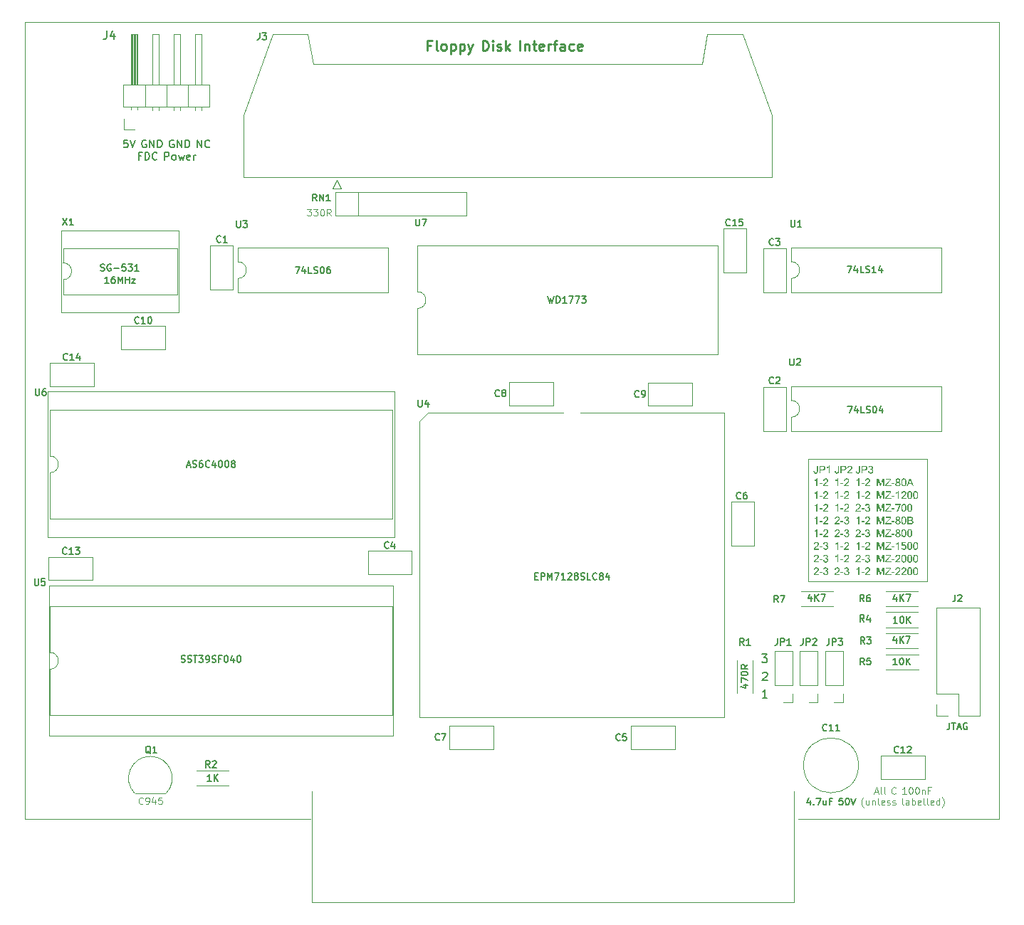
<source format=gbr>
G04 #@! TF.GenerationSoftware,KiCad,Pcbnew,(7.0.0-0)*
G04 #@! TF.CreationDate,2023-07-27T10:02:38+01:00*
G04 #@! TF.ProjectId,SFD700,53464437-3030-42e6-9b69-6361645f7063,rev?*
G04 #@! TF.SameCoordinates,Original*
G04 #@! TF.FileFunction,Legend,Top*
G04 #@! TF.FilePolarity,Positive*
%FSLAX46Y46*%
G04 Gerber Fmt 4.6, Leading zero omitted, Abs format (unit mm)*
G04 Created by KiCad (PCBNEW (7.0.0-0)) date 2023-07-27 10:02:38*
%MOMM*%
%LPD*%
G01*
G04 APERTURE LIST*
%ADD10C,0.240000*%
%ADD11C,0.120000*%
%ADD12C,0.200000*%
%ADD13C,0.150000*%
%ADD14C,0.100000*%
G04 APERTURE END LIST*
D10*
X148361314Y-42849085D02*
X147961314Y-42849085D01*
X147961314Y-43477657D02*
X147961314Y-42277657D01*
X147961314Y-42277657D02*
X148532742Y-42277657D01*
X149161313Y-43477657D02*
X149047028Y-43420514D01*
X149047028Y-43420514D02*
X148989885Y-43306228D01*
X148989885Y-43306228D02*
X148989885Y-42277657D01*
X149789884Y-43477657D02*
X149675599Y-43420514D01*
X149675599Y-43420514D02*
X149618456Y-43363371D01*
X149618456Y-43363371D02*
X149561313Y-43249085D01*
X149561313Y-43249085D02*
X149561313Y-42906228D01*
X149561313Y-42906228D02*
X149618456Y-42791942D01*
X149618456Y-42791942D02*
X149675599Y-42734800D01*
X149675599Y-42734800D02*
X149789884Y-42677657D01*
X149789884Y-42677657D02*
X149961313Y-42677657D01*
X149961313Y-42677657D02*
X150075599Y-42734800D01*
X150075599Y-42734800D02*
X150132742Y-42791942D01*
X150132742Y-42791942D02*
X150189884Y-42906228D01*
X150189884Y-42906228D02*
X150189884Y-43249085D01*
X150189884Y-43249085D02*
X150132742Y-43363371D01*
X150132742Y-43363371D02*
X150075599Y-43420514D01*
X150075599Y-43420514D02*
X149961313Y-43477657D01*
X149961313Y-43477657D02*
X149789884Y-43477657D01*
X150704170Y-42677657D02*
X150704170Y-43877657D01*
X150704170Y-42734800D02*
X150818456Y-42677657D01*
X150818456Y-42677657D02*
X151047027Y-42677657D01*
X151047027Y-42677657D02*
X151161313Y-42734800D01*
X151161313Y-42734800D02*
X151218456Y-42791942D01*
X151218456Y-42791942D02*
X151275598Y-42906228D01*
X151275598Y-42906228D02*
X151275598Y-43249085D01*
X151275598Y-43249085D02*
X151218456Y-43363371D01*
X151218456Y-43363371D02*
X151161313Y-43420514D01*
X151161313Y-43420514D02*
X151047027Y-43477657D01*
X151047027Y-43477657D02*
X150818456Y-43477657D01*
X150818456Y-43477657D02*
X150704170Y-43420514D01*
X151789884Y-42677657D02*
X151789884Y-43877657D01*
X151789884Y-42734800D02*
X151904170Y-42677657D01*
X151904170Y-42677657D02*
X152132741Y-42677657D01*
X152132741Y-42677657D02*
X152247027Y-42734800D01*
X152247027Y-42734800D02*
X152304170Y-42791942D01*
X152304170Y-42791942D02*
X152361312Y-42906228D01*
X152361312Y-42906228D02*
X152361312Y-43249085D01*
X152361312Y-43249085D02*
X152304170Y-43363371D01*
X152304170Y-43363371D02*
X152247027Y-43420514D01*
X152247027Y-43420514D02*
X152132741Y-43477657D01*
X152132741Y-43477657D02*
X151904170Y-43477657D01*
X151904170Y-43477657D02*
X151789884Y-43420514D01*
X152761312Y-42677657D02*
X153047026Y-43477657D01*
X153332741Y-42677657D02*
X153047026Y-43477657D01*
X153047026Y-43477657D02*
X152932741Y-43763371D01*
X152932741Y-43763371D02*
X152875598Y-43820514D01*
X152875598Y-43820514D02*
X152761312Y-43877657D01*
X154509884Y-43477657D02*
X154509884Y-42277657D01*
X154509884Y-42277657D02*
X154795598Y-42277657D01*
X154795598Y-42277657D02*
X154967027Y-42334800D01*
X154967027Y-42334800D02*
X155081312Y-42449085D01*
X155081312Y-42449085D02*
X155138455Y-42563371D01*
X155138455Y-42563371D02*
X155195598Y-42791942D01*
X155195598Y-42791942D02*
X155195598Y-42963371D01*
X155195598Y-42963371D02*
X155138455Y-43191942D01*
X155138455Y-43191942D02*
X155081312Y-43306228D01*
X155081312Y-43306228D02*
X154967027Y-43420514D01*
X154967027Y-43420514D02*
X154795598Y-43477657D01*
X154795598Y-43477657D02*
X154509884Y-43477657D01*
X155709884Y-43477657D02*
X155709884Y-42677657D01*
X155709884Y-42277657D02*
X155652741Y-42334800D01*
X155652741Y-42334800D02*
X155709884Y-42391942D01*
X155709884Y-42391942D02*
X155767027Y-42334800D01*
X155767027Y-42334800D02*
X155709884Y-42277657D01*
X155709884Y-42277657D02*
X155709884Y-42391942D01*
X156224170Y-43420514D02*
X156338456Y-43477657D01*
X156338456Y-43477657D02*
X156567027Y-43477657D01*
X156567027Y-43477657D02*
X156681313Y-43420514D01*
X156681313Y-43420514D02*
X156738456Y-43306228D01*
X156738456Y-43306228D02*
X156738456Y-43249085D01*
X156738456Y-43249085D02*
X156681313Y-43134800D01*
X156681313Y-43134800D02*
X156567027Y-43077657D01*
X156567027Y-43077657D02*
X156395599Y-43077657D01*
X156395599Y-43077657D02*
X156281313Y-43020514D01*
X156281313Y-43020514D02*
X156224170Y-42906228D01*
X156224170Y-42906228D02*
X156224170Y-42849085D01*
X156224170Y-42849085D02*
X156281313Y-42734800D01*
X156281313Y-42734800D02*
X156395599Y-42677657D01*
X156395599Y-42677657D02*
X156567027Y-42677657D01*
X156567027Y-42677657D02*
X156681313Y-42734800D01*
X157252742Y-43477657D02*
X157252742Y-42277657D01*
X157367028Y-43020514D02*
X157709885Y-43477657D01*
X157709885Y-42677657D02*
X157252742Y-43134800D01*
X158944171Y-43477657D02*
X158944171Y-42277657D01*
X159515600Y-42677657D02*
X159515600Y-43477657D01*
X159515600Y-42791942D02*
X159572743Y-42734800D01*
X159572743Y-42734800D02*
X159687028Y-42677657D01*
X159687028Y-42677657D02*
X159858457Y-42677657D01*
X159858457Y-42677657D02*
X159972743Y-42734800D01*
X159972743Y-42734800D02*
X160029886Y-42849085D01*
X160029886Y-42849085D02*
X160029886Y-43477657D01*
X160429885Y-42677657D02*
X160887028Y-42677657D01*
X160601314Y-42277657D02*
X160601314Y-43306228D01*
X160601314Y-43306228D02*
X160658457Y-43420514D01*
X160658457Y-43420514D02*
X160772742Y-43477657D01*
X160772742Y-43477657D02*
X160887028Y-43477657D01*
X161744171Y-43420514D02*
X161629885Y-43477657D01*
X161629885Y-43477657D02*
X161401314Y-43477657D01*
X161401314Y-43477657D02*
X161287028Y-43420514D01*
X161287028Y-43420514D02*
X161229885Y-43306228D01*
X161229885Y-43306228D02*
X161229885Y-42849085D01*
X161229885Y-42849085D02*
X161287028Y-42734800D01*
X161287028Y-42734800D02*
X161401314Y-42677657D01*
X161401314Y-42677657D02*
X161629885Y-42677657D01*
X161629885Y-42677657D02*
X161744171Y-42734800D01*
X161744171Y-42734800D02*
X161801314Y-42849085D01*
X161801314Y-42849085D02*
X161801314Y-42963371D01*
X161801314Y-42963371D02*
X161229885Y-43077657D01*
X162315599Y-43477657D02*
X162315599Y-42677657D01*
X162315599Y-42906228D02*
X162372742Y-42791942D01*
X162372742Y-42791942D02*
X162429885Y-42734800D01*
X162429885Y-42734800D02*
X162544170Y-42677657D01*
X162544170Y-42677657D02*
X162658456Y-42677657D01*
X162887027Y-42677657D02*
X163344170Y-42677657D01*
X163058456Y-43477657D02*
X163058456Y-42449085D01*
X163058456Y-42449085D02*
X163115599Y-42334800D01*
X163115599Y-42334800D02*
X163229884Y-42277657D01*
X163229884Y-42277657D02*
X163344170Y-42277657D01*
X164258456Y-43477657D02*
X164258456Y-42849085D01*
X164258456Y-42849085D02*
X164201313Y-42734800D01*
X164201313Y-42734800D02*
X164087027Y-42677657D01*
X164087027Y-42677657D02*
X163858456Y-42677657D01*
X163858456Y-42677657D02*
X163744170Y-42734800D01*
X164258456Y-43420514D02*
X164144170Y-43477657D01*
X164144170Y-43477657D02*
X163858456Y-43477657D01*
X163858456Y-43477657D02*
X163744170Y-43420514D01*
X163744170Y-43420514D02*
X163687027Y-43306228D01*
X163687027Y-43306228D02*
X163687027Y-43191942D01*
X163687027Y-43191942D02*
X163744170Y-43077657D01*
X163744170Y-43077657D02*
X163858456Y-43020514D01*
X163858456Y-43020514D02*
X164144170Y-43020514D01*
X164144170Y-43020514D02*
X164258456Y-42963371D01*
X165344170Y-43420514D02*
X165229884Y-43477657D01*
X165229884Y-43477657D02*
X165001312Y-43477657D01*
X165001312Y-43477657D02*
X164887027Y-43420514D01*
X164887027Y-43420514D02*
X164829884Y-43363371D01*
X164829884Y-43363371D02*
X164772741Y-43249085D01*
X164772741Y-43249085D02*
X164772741Y-42906228D01*
X164772741Y-42906228D02*
X164829884Y-42791942D01*
X164829884Y-42791942D02*
X164887027Y-42734800D01*
X164887027Y-42734800D02*
X165001312Y-42677657D01*
X165001312Y-42677657D02*
X165229884Y-42677657D01*
X165229884Y-42677657D02*
X165344170Y-42734800D01*
X166315598Y-43420514D02*
X166201312Y-43477657D01*
X166201312Y-43477657D02*
X165972741Y-43477657D01*
X165972741Y-43477657D02*
X165858455Y-43420514D01*
X165858455Y-43420514D02*
X165801312Y-43306228D01*
X165801312Y-43306228D02*
X165801312Y-42849085D01*
X165801312Y-42849085D02*
X165858455Y-42734800D01*
X165858455Y-42734800D02*
X165972741Y-42677657D01*
X165972741Y-42677657D02*
X166201312Y-42677657D01*
X166201312Y-42677657D02*
X166315598Y-42734800D01*
X166315598Y-42734800D02*
X166372741Y-42849085D01*
X166372741Y-42849085D02*
X166372741Y-42963371D01*
X166372741Y-42963371D02*
X165801312Y-43077657D01*
D11*
X104444800Y-64846200D02*
X118414800Y-64846200D01*
X118414800Y-64846200D02*
X118414800Y-74625200D01*
X118414800Y-74625200D02*
X104444800Y-74625200D01*
X104444800Y-74625200D02*
X104444800Y-64846200D01*
D12*
X112295886Y-54113542D02*
X111867314Y-54113542D01*
X111867314Y-54113542D02*
X111824457Y-54542114D01*
X111824457Y-54542114D02*
X111867314Y-54499257D01*
X111867314Y-54499257D02*
X111953029Y-54456400D01*
X111953029Y-54456400D02*
X112167314Y-54456400D01*
X112167314Y-54456400D02*
X112253029Y-54499257D01*
X112253029Y-54499257D02*
X112295886Y-54542114D01*
X112295886Y-54542114D02*
X112338743Y-54627828D01*
X112338743Y-54627828D02*
X112338743Y-54842114D01*
X112338743Y-54842114D02*
X112295886Y-54927828D01*
X112295886Y-54927828D02*
X112253029Y-54970685D01*
X112253029Y-54970685D02*
X112167314Y-55013542D01*
X112167314Y-55013542D02*
X111953029Y-55013542D01*
X111953029Y-55013542D02*
X111867314Y-54970685D01*
X111867314Y-54970685D02*
X111824457Y-54927828D01*
X112595886Y-54113542D02*
X112895886Y-55013542D01*
X112895886Y-55013542D02*
X113195886Y-54113542D01*
X114507315Y-54156400D02*
X114421601Y-54113542D01*
X114421601Y-54113542D02*
X114293029Y-54113542D01*
X114293029Y-54113542D02*
X114164458Y-54156400D01*
X114164458Y-54156400D02*
X114078743Y-54242114D01*
X114078743Y-54242114D02*
X114035886Y-54327828D01*
X114035886Y-54327828D02*
X113993029Y-54499257D01*
X113993029Y-54499257D02*
X113993029Y-54627828D01*
X113993029Y-54627828D02*
X114035886Y-54799257D01*
X114035886Y-54799257D02*
X114078743Y-54884971D01*
X114078743Y-54884971D02*
X114164458Y-54970685D01*
X114164458Y-54970685D02*
X114293029Y-55013542D01*
X114293029Y-55013542D02*
X114378743Y-55013542D01*
X114378743Y-55013542D02*
X114507315Y-54970685D01*
X114507315Y-54970685D02*
X114550172Y-54927828D01*
X114550172Y-54927828D02*
X114550172Y-54627828D01*
X114550172Y-54627828D02*
X114378743Y-54627828D01*
X114935886Y-55013542D02*
X114935886Y-54113542D01*
X114935886Y-54113542D02*
X115450172Y-55013542D01*
X115450172Y-55013542D02*
X115450172Y-54113542D01*
X115878743Y-55013542D02*
X115878743Y-54113542D01*
X115878743Y-54113542D02*
X116093029Y-54113542D01*
X116093029Y-54113542D02*
X116221600Y-54156400D01*
X116221600Y-54156400D02*
X116307315Y-54242114D01*
X116307315Y-54242114D02*
X116350172Y-54327828D01*
X116350172Y-54327828D02*
X116393029Y-54499257D01*
X116393029Y-54499257D02*
X116393029Y-54627828D01*
X116393029Y-54627828D02*
X116350172Y-54799257D01*
X116350172Y-54799257D02*
X116307315Y-54884971D01*
X116307315Y-54884971D02*
X116221600Y-54970685D01*
X116221600Y-54970685D02*
X116093029Y-55013542D01*
X116093029Y-55013542D02*
X115878743Y-55013542D01*
X117790172Y-54156400D02*
X117704458Y-54113542D01*
X117704458Y-54113542D02*
X117575886Y-54113542D01*
X117575886Y-54113542D02*
X117447315Y-54156400D01*
X117447315Y-54156400D02*
X117361600Y-54242114D01*
X117361600Y-54242114D02*
X117318743Y-54327828D01*
X117318743Y-54327828D02*
X117275886Y-54499257D01*
X117275886Y-54499257D02*
X117275886Y-54627828D01*
X117275886Y-54627828D02*
X117318743Y-54799257D01*
X117318743Y-54799257D02*
X117361600Y-54884971D01*
X117361600Y-54884971D02*
X117447315Y-54970685D01*
X117447315Y-54970685D02*
X117575886Y-55013542D01*
X117575886Y-55013542D02*
X117661600Y-55013542D01*
X117661600Y-55013542D02*
X117790172Y-54970685D01*
X117790172Y-54970685D02*
X117833029Y-54927828D01*
X117833029Y-54927828D02*
X117833029Y-54627828D01*
X117833029Y-54627828D02*
X117661600Y-54627828D01*
X118218743Y-55013542D02*
X118218743Y-54113542D01*
X118218743Y-54113542D02*
X118733029Y-55013542D01*
X118733029Y-55013542D02*
X118733029Y-54113542D01*
X119161600Y-55013542D02*
X119161600Y-54113542D01*
X119161600Y-54113542D02*
X119375886Y-54113542D01*
X119375886Y-54113542D02*
X119504457Y-54156400D01*
X119504457Y-54156400D02*
X119590172Y-54242114D01*
X119590172Y-54242114D02*
X119633029Y-54327828D01*
X119633029Y-54327828D02*
X119675886Y-54499257D01*
X119675886Y-54499257D02*
X119675886Y-54627828D01*
X119675886Y-54627828D02*
X119633029Y-54799257D01*
X119633029Y-54799257D02*
X119590172Y-54884971D01*
X119590172Y-54884971D02*
X119504457Y-54970685D01*
X119504457Y-54970685D02*
X119375886Y-55013542D01*
X119375886Y-55013542D02*
X119161600Y-55013542D01*
X120601600Y-55013542D02*
X120601600Y-54113542D01*
X120601600Y-54113542D02*
X121115886Y-55013542D01*
X121115886Y-55013542D02*
X121115886Y-54113542D01*
X122058743Y-54927828D02*
X122015886Y-54970685D01*
X122015886Y-54970685D02*
X121887314Y-55013542D01*
X121887314Y-55013542D02*
X121801600Y-55013542D01*
X121801600Y-55013542D02*
X121673029Y-54970685D01*
X121673029Y-54970685D02*
X121587314Y-54884971D01*
X121587314Y-54884971D02*
X121544457Y-54799257D01*
X121544457Y-54799257D02*
X121501600Y-54627828D01*
X121501600Y-54627828D02*
X121501600Y-54499257D01*
X121501600Y-54499257D02*
X121544457Y-54327828D01*
X121544457Y-54327828D02*
X121587314Y-54242114D01*
X121587314Y-54242114D02*
X121673029Y-54156400D01*
X121673029Y-54156400D02*
X121801600Y-54113542D01*
X121801600Y-54113542D02*
X121887314Y-54113542D01*
X121887314Y-54113542D02*
X122015886Y-54156400D01*
X122015886Y-54156400D02*
X122058743Y-54199257D01*
X113907313Y-56000114D02*
X113607313Y-56000114D01*
X113607313Y-56471542D02*
X113607313Y-55571542D01*
X113607313Y-55571542D02*
X114035885Y-55571542D01*
X114378742Y-56471542D02*
X114378742Y-55571542D01*
X114378742Y-55571542D02*
X114593028Y-55571542D01*
X114593028Y-55571542D02*
X114721599Y-55614400D01*
X114721599Y-55614400D02*
X114807314Y-55700114D01*
X114807314Y-55700114D02*
X114850171Y-55785828D01*
X114850171Y-55785828D02*
X114893028Y-55957257D01*
X114893028Y-55957257D02*
X114893028Y-56085828D01*
X114893028Y-56085828D02*
X114850171Y-56257257D01*
X114850171Y-56257257D02*
X114807314Y-56342971D01*
X114807314Y-56342971D02*
X114721599Y-56428685D01*
X114721599Y-56428685D02*
X114593028Y-56471542D01*
X114593028Y-56471542D02*
X114378742Y-56471542D01*
X115793028Y-56385828D02*
X115750171Y-56428685D01*
X115750171Y-56428685D02*
X115621599Y-56471542D01*
X115621599Y-56471542D02*
X115535885Y-56471542D01*
X115535885Y-56471542D02*
X115407314Y-56428685D01*
X115407314Y-56428685D02*
X115321599Y-56342971D01*
X115321599Y-56342971D02*
X115278742Y-56257257D01*
X115278742Y-56257257D02*
X115235885Y-56085828D01*
X115235885Y-56085828D02*
X115235885Y-55957257D01*
X115235885Y-55957257D02*
X115278742Y-55785828D01*
X115278742Y-55785828D02*
X115321599Y-55700114D01*
X115321599Y-55700114D02*
X115407314Y-55614400D01*
X115407314Y-55614400D02*
X115535885Y-55571542D01*
X115535885Y-55571542D02*
X115621599Y-55571542D01*
X115621599Y-55571542D02*
X115750171Y-55614400D01*
X115750171Y-55614400D02*
X115793028Y-55657257D01*
X116718742Y-56471542D02*
X116718742Y-55571542D01*
X116718742Y-55571542D02*
X117061599Y-55571542D01*
X117061599Y-55571542D02*
X117147314Y-55614400D01*
X117147314Y-55614400D02*
X117190171Y-55657257D01*
X117190171Y-55657257D02*
X117233028Y-55742971D01*
X117233028Y-55742971D02*
X117233028Y-55871542D01*
X117233028Y-55871542D02*
X117190171Y-55957257D01*
X117190171Y-55957257D02*
X117147314Y-56000114D01*
X117147314Y-56000114D02*
X117061599Y-56042971D01*
X117061599Y-56042971D02*
X116718742Y-56042971D01*
X117747314Y-56471542D02*
X117661599Y-56428685D01*
X117661599Y-56428685D02*
X117618742Y-56385828D01*
X117618742Y-56385828D02*
X117575885Y-56300114D01*
X117575885Y-56300114D02*
X117575885Y-56042971D01*
X117575885Y-56042971D02*
X117618742Y-55957257D01*
X117618742Y-55957257D02*
X117661599Y-55914400D01*
X117661599Y-55914400D02*
X117747314Y-55871542D01*
X117747314Y-55871542D02*
X117875885Y-55871542D01*
X117875885Y-55871542D02*
X117961599Y-55914400D01*
X117961599Y-55914400D02*
X118004457Y-55957257D01*
X118004457Y-55957257D02*
X118047314Y-56042971D01*
X118047314Y-56042971D02*
X118047314Y-56300114D01*
X118047314Y-56300114D02*
X118004457Y-56385828D01*
X118004457Y-56385828D02*
X117961599Y-56428685D01*
X117961599Y-56428685D02*
X117875885Y-56471542D01*
X117875885Y-56471542D02*
X117747314Y-56471542D01*
X118347314Y-55871542D02*
X118518743Y-56471542D01*
X118518743Y-56471542D02*
X118690171Y-56042971D01*
X118690171Y-56042971D02*
X118861600Y-56471542D01*
X118861600Y-56471542D02*
X119033028Y-55871542D01*
X119718742Y-56428685D02*
X119633028Y-56471542D01*
X119633028Y-56471542D02*
X119461600Y-56471542D01*
X119461600Y-56471542D02*
X119375885Y-56428685D01*
X119375885Y-56428685D02*
X119333028Y-56342971D01*
X119333028Y-56342971D02*
X119333028Y-56000114D01*
X119333028Y-56000114D02*
X119375885Y-55914400D01*
X119375885Y-55914400D02*
X119461600Y-55871542D01*
X119461600Y-55871542D02*
X119633028Y-55871542D01*
X119633028Y-55871542D02*
X119718742Y-55914400D01*
X119718742Y-55914400D02*
X119761600Y-56000114D01*
X119761600Y-56000114D02*
X119761600Y-56085828D01*
X119761600Y-56085828D02*
X119333028Y-56171542D01*
X120147314Y-56471542D02*
X120147314Y-55871542D01*
X120147314Y-56042971D02*
X120190171Y-55957257D01*
X120190171Y-55957257D02*
X120233029Y-55914400D01*
X120233029Y-55914400D02*
X120318743Y-55871542D01*
X120318743Y-55871542D02*
X120404457Y-55871542D01*
D11*
X193217800Y-92075000D02*
X207391000Y-92075000D01*
X207391000Y-92075000D02*
X207391000Y-106603800D01*
X207391000Y-106603800D02*
X193217800Y-106603800D01*
X193217800Y-106603800D02*
X193217800Y-92075000D01*
X215910000Y-40090000D02*
X215910000Y-134910000D01*
X100090000Y-40090000D02*
X215910000Y-40090000D01*
X100090000Y-134910000D02*
X100090000Y-40090000D01*
X134020000Y-134910000D02*
X100090000Y-134910000D01*
X215910000Y-134910000D02*
X192020000Y-134910000D01*
D12*
X188338704Y-120494380D02*
X187767276Y-120494380D01*
X188052990Y-120494380D02*
X188052990Y-119494380D01*
X188052990Y-119494380D02*
X187957752Y-119637238D01*
X187957752Y-119637238D02*
X187862514Y-119732476D01*
X187862514Y-119732476D02*
X187767276Y-119780095D01*
X187729657Y-115304380D02*
X188348704Y-115304380D01*
X188348704Y-115304380D02*
X188015371Y-115685333D01*
X188015371Y-115685333D02*
X188158228Y-115685333D01*
X188158228Y-115685333D02*
X188253466Y-115732952D01*
X188253466Y-115732952D02*
X188301085Y-115780571D01*
X188301085Y-115780571D02*
X188348704Y-115875809D01*
X188348704Y-115875809D02*
X188348704Y-116113904D01*
X188348704Y-116113904D02*
X188301085Y-116209142D01*
X188301085Y-116209142D02*
X188253466Y-116256761D01*
X188253466Y-116256761D02*
X188158228Y-116304380D01*
X188158228Y-116304380D02*
X187872514Y-116304380D01*
X187872514Y-116304380D02*
X187777276Y-116256761D01*
X187777276Y-116256761D02*
X187729657Y-116209142D01*
X187807276Y-117519619D02*
X187854895Y-117472000D01*
X187854895Y-117472000D02*
X187950133Y-117424380D01*
X187950133Y-117424380D02*
X188188228Y-117424380D01*
X188188228Y-117424380D02*
X188283466Y-117472000D01*
X188283466Y-117472000D02*
X188331085Y-117519619D01*
X188331085Y-117519619D02*
X188378704Y-117614857D01*
X188378704Y-117614857D02*
X188378704Y-117710095D01*
X188378704Y-117710095D02*
X188331085Y-117852952D01*
X188331085Y-117852952D02*
X187759657Y-118424380D01*
X187759657Y-118424380D02*
X188378704Y-118424380D01*
D13*
G36*
X194373209Y-93500124D02*
G01*
X194373144Y-93510512D01*
X194372950Y-93520712D01*
X194372626Y-93530723D01*
X194372172Y-93540546D01*
X194371588Y-93550181D01*
X194370875Y-93559627D01*
X194370032Y-93568884D01*
X194369060Y-93577953D01*
X194367958Y-93586834D01*
X194365365Y-93604029D01*
X194362253Y-93620471D01*
X194358622Y-93636159D01*
X194354473Y-93651093D01*
X194349806Y-93665273D01*
X194344619Y-93678699D01*
X194338914Y-93691371D01*
X194332691Y-93703290D01*
X194325948Y-93714454D01*
X194318688Y-93724864D01*
X194310908Y-93734521D01*
X194306824Y-93739066D01*
X194298309Y-93747664D01*
X194289307Y-93755707D01*
X194279817Y-93763196D01*
X194269839Y-93770130D01*
X194259374Y-93776509D01*
X194248421Y-93782333D01*
X194236980Y-93787603D01*
X194225051Y-93792318D01*
X194212635Y-93796478D01*
X194199731Y-93800083D01*
X194186339Y-93803134D01*
X194172460Y-93805630D01*
X194158092Y-93807572D01*
X194143238Y-93808958D01*
X194127895Y-93809791D01*
X194112065Y-93810068D01*
X194097825Y-93809798D01*
X194083959Y-93808989D01*
X194070465Y-93807641D01*
X194057343Y-93805754D01*
X194044595Y-93803327D01*
X194032219Y-93800362D01*
X194020216Y-93796856D01*
X194008585Y-93792812D01*
X193997327Y-93788229D01*
X193986442Y-93783106D01*
X193975929Y-93777444D01*
X193965789Y-93771242D01*
X193956022Y-93764502D01*
X193946627Y-93757222D01*
X193937605Y-93749403D01*
X193928956Y-93741045D01*
X193920784Y-93732246D01*
X193913139Y-93723106D01*
X193906022Y-93713623D01*
X193899431Y-93703799D01*
X193893368Y-93693634D01*
X193887832Y-93683126D01*
X193882824Y-93672277D01*
X193878342Y-93661086D01*
X193874388Y-93649553D01*
X193870961Y-93637679D01*
X193868062Y-93625462D01*
X193865689Y-93612904D01*
X193863844Y-93600005D01*
X193862526Y-93586763D01*
X193861735Y-93573180D01*
X193861471Y-93559255D01*
X193861471Y-93528700D01*
X193996000Y-93528700D01*
X193996114Y-93538221D01*
X193996454Y-93547440D01*
X193997020Y-93556356D01*
X193998834Y-93573282D01*
X194001554Y-93588999D01*
X194005181Y-93603507D01*
X194009715Y-93616806D01*
X194015155Y-93628896D01*
X194021503Y-93639777D01*
X194028757Y-93649449D01*
X194036918Y-93657912D01*
X194045985Y-93665166D01*
X194055959Y-93671211D01*
X194066840Y-93676047D01*
X194078628Y-93679674D01*
X194091323Y-93682092D01*
X194104924Y-93683301D01*
X194112065Y-93683452D01*
X194123389Y-93683155D01*
X194134200Y-93682262D01*
X194144497Y-93680775D01*
X194154280Y-93678692D01*
X194163549Y-93676014D01*
X194172304Y-93672741D01*
X194180546Y-93668874D01*
X194188273Y-93664411D01*
X194195486Y-93659353D01*
X194204305Y-93651683D01*
X194206367Y-93649600D01*
X194212220Y-93642552D01*
X194217498Y-93634101D01*
X194222199Y-93624247D01*
X194226326Y-93612990D01*
X194229876Y-93600331D01*
X194231923Y-93591112D01*
X194233714Y-93581270D01*
X194235249Y-93570805D01*
X194236529Y-93559716D01*
X194237552Y-93548004D01*
X194238320Y-93535668D01*
X194238832Y-93522709D01*
X194239088Y-93509127D01*
X194239120Y-93502102D01*
X194239120Y-92881554D01*
X194373209Y-92881554D01*
X194373209Y-93500124D01*
G37*
G36*
X194917507Y-92881636D02*
G01*
X194931109Y-92881881D01*
X194944435Y-92882288D01*
X194957487Y-92882859D01*
X194970264Y-92883594D01*
X194982766Y-92884491D01*
X194994993Y-92885551D01*
X195006946Y-92886775D01*
X195018624Y-92888162D01*
X195030027Y-92889712D01*
X195041155Y-92891425D01*
X195052009Y-92893301D01*
X195062587Y-92895340D01*
X195072891Y-92897543D01*
X195082921Y-92899908D01*
X195092675Y-92902437D01*
X195102168Y-92905212D01*
X195111411Y-92908372D01*
X195120406Y-92911917D01*
X195129151Y-92915846D01*
X195137648Y-92920160D01*
X195145895Y-92924859D01*
X195153894Y-92929942D01*
X195161643Y-92935410D01*
X195169144Y-92941262D01*
X195176395Y-92947500D01*
X195183398Y-92954122D01*
X195190151Y-92961129D01*
X195196655Y-92968520D01*
X195202911Y-92976296D01*
X195208917Y-92984457D01*
X195214674Y-92993002D01*
X195220158Y-93001776D01*
X195225288Y-93010677D01*
X195230063Y-93019705D01*
X195234486Y-93028860D01*
X195238554Y-93038142D01*
X195242269Y-93047552D01*
X195245629Y-93057088D01*
X195248636Y-93066751D01*
X195251290Y-93076542D01*
X195253589Y-93086460D01*
X195255535Y-93096504D01*
X195257127Y-93106676D01*
X195258365Y-93116975D01*
X195259250Y-93127401D01*
X195259780Y-93137954D01*
X195259957Y-93148634D01*
X195259608Y-93165631D01*
X195258559Y-93182112D01*
X195256812Y-93198075D01*
X195254365Y-93213522D01*
X195251220Y-93228451D01*
X195247376Y-93242864D01*
X195242833Y-93256760D01*
X195237591Y-93270139D01*
X195231649Y-93283001D01*
X195225009Y-93295346D01*
X195217670Y-93307174D01*
X195209632Y-93318485D01*
X195200895Y-93329279D01*
X195191460Y-93339557D01*
X195181325Y-93349317D01*
X195170491Y-93358561D01*
X195159003Y-93367238D01*
X195146905Y-93375356D01*
X195134198Y-93382914D01*
X195120881Y-93389912D01*
X195106954Y-93396350D01*
X195092418Y-93402229D01*
X195077272Y-93407547D01*
X195061516Y-93412306D01*
X195045151Y-93416505D01*
X195028176Y-93420144D01*
X195019459Y-93421754D01*
X195010591Y-93423223D01*
X195001570Y-93424553D01*
X194992397Y-93425743D01*
X194983071Y-93426792D01*
X194973593Y-93427702D01*
X194963962Y-93428472D01*
X194954179Y-93429102D01*
X194944244Y-93429592D01*
X194934156Y-93429941D01*
X194923916Y-93430151D01*
X194913523Y-93430221D01*
X194692386Y-93430221D01*
X194692386Y-93796000D01*
X194558296Y-93796000D01*
X194558296Y-93008170D01*
X194692386Y-93008170D01*
X194692386Y-93303606D01*
X194914622Y-93303606D01*
X194928487Y-93303454D01*
X194941835Y-93302998D01*
X194954666Y-93302238D01*
X194966980Y-93301174D01*
X194978777Y-93299806D01*
X194990058Y-93298134D01*
X195000821Y-93296159D01*
X195011068Y-93293879D01*
X195020797Y-93291295D01*
X195030010Y-93288408D01*
X195038705Y-93285216D01*
X195046884Y-93281720D01*
X195058183Y-93275907D01*
X195068319Y-93269410D01*
X195074430Y-93264698D01*
X195082837Y-93257099D01*
X195090417Y-93248894D01*
X195097170Y-93240082D01*
X195103096Y-93230664D01*
X195108195Y-93220639D01*
X195112467Y-93210007D01*
X195115913Y-93198769D01*
X195118531Y-93186923D01*
X195120323Y-93174472D01*
X195121288Y-93161413D01*
X195121471Y-93152371D01*
X195121243Y-93143280D01*
X195120559Y-93134390D01*
X195118938Y-93122850D01*
X195116507Y-93111667D01*
X195113264Y-93100840D01*
X195109211Y-93090372D01*
X195104348Y-93080260D01*
X195098674Y-93070506D01*
X195095533Y-93065762D01*
X195088880Y-93056798D01*
X195081780Y-93048699D01*
X195074234Y-93041465D01*
X195066242Y-93035098D01*
X195057803Y-93029595D01*
X195048918Y-93024958D01*
X195039586Y-93021187D01*
X195029807Y-93018281D01*
X195019218Y-93015912D01*
X195010505Y-93014341D01*
X195001132Y-93012949D01*
X194991098Y-93011735D01*
X194980403Y-93010698D01*
X194969047Y-93009839D01*
X194957031Y-93009157D01*
X194944354Y-93008654D01*
X194935535Y-93008417D01*
X194926423Y-93008259D01*
X194917017Y-93008180D01*
X194912204Y-93008170D01*
X194692386Y-93008170D01*
X194558296Y-93008170D01*
X194558296Y-92881554D01*
X194903631Y-92881554D01*
X194917507Y-92881636D01*
G37*
G36*
X195785543Y-93796000D02*
G01*
X195655191Y-93796000D01*
X195655191Y-93106209D01*
X195647151Y-93111373D01*
X195638364Y-93116204D01*
X195628831Y-93120701D01*
X195618550Y-93124866D01*
X195607522Y-93128697D01*
X195595747Y-93132196D01*
X195583225Y-93135361D01*
X195569956Y-93138192D01*
X195555940Y-93140691D01*
X195541177Y-93142857D01*
X195525667Y-93144689D01*
X195509410Y-93146188D01*
X195492406Y-93147354D01*
X195483624Y-93147813D01*
X195474655Y-93148187D01*
X195465499Y-93148479D01*
X195456156Y-93148687D01*
X195446627Y-93148812D01*
X195436911Y-93148854D01*
X195436911Y-93036307D01*
X195450141Y-93036142D01*
X195463014Y-93035647D01*
X195475528Y-93034823D01*
X195487686Y-93033669D01*
X195499485Y-93032185D01*
X195510927Y-93030371D01*
X195522011Y-93028228D01*
X195532738Y-93025755D01*
X195543107Y-93022953D01*
X195553119Y-93019820D01*
X195562772Y-93016358D01*
X195572069Y-93012566D01*
X195581007Y-93008445D01*
X195589588Y-93003993D01*
X195597811Y-92999212D01*
X195605677Y-92994101D01*
X195613185Y-92988661D01*
X195620335Y-92982891D01*
X195627128Y-92976791D01*
X195633563Y-92970361D01*
X195639640Y-92963602D01*
X195645360Y-92956512D01*
X195650722Y-92949094D01*
X195655727Y-92941345D01*
X195660374Y-92933267D01*
X195664663Y-92924859D01*
X195668594Y-92916121D01*
X195672168Y-92907053D01*
X195675385Y-92897656D01*
X195678243Y-92887929D01*
X195680745Y-92877872D01*
X195682888Y-92867486D01*
X195785543Y-92867486D01*
X195785543Y-93796000D01*
G37*
G36*
X196877382Y-93500124D02*
G01*
X196877317Y-93510512D01*
X196877123Y-93520712D01*
X196876799Y-93530723D01*
X196876345Y-93540546D01*
X196875761Y-93550181D01*
X196875048Y-93559627D01*
X196874205Y-93568884D01*
X196873233Y-93577953D01*
X196872131Y-93586834D01*
X196869538Y-93604029D01*
X196866426Y-93620471D01*
X196862795Y-93636159D01*
X196858646Y-93651093D01*
X196853979Y-93665273D01*
X196848792Y-93678699D01*
X196843087Y-93691371D01*
X196836864Y-93703290D01*
X196830121Y-93714454D01*
X196822861Y-93724864D01*
X196815081Y-93734521D01*
X196810997Y-93739066D01*
X196802482Y-93747664D01*
X196793480Y-93755707D01*
X196783990Y-93763196D01*
X196774012Y-93770130D01*
X196763547Y-93776509D01*
X196752594Y-93782333D01*
X196741153Y-93787603D01*
X196729224Y-93792318D01*
X196716808Y-93796478D01*
X196703904Y-93800083D01*
X196690512Y-93803134D01*
X196676633Y-93805630D01*
X196662266Y-93807572D01*
X196647411Y-93808958D01*
X196632068Y-93809791D01*
X196616238Y-93810068D01*
X196601998Y-93809798D01*
X196588132Y-93808989D01*
X196574638Y-93807641D01*
X196561517Y-93805754D01*
X196548768Y-93803327D01*
X196536392Y-93800362D01*
X196524389Y-93796856D01*
X196512758Y-93792812D01*
X196501500Y-93788229D01*
X196490615Y-93783106D01*
X196480102Y-93777444D01*
X196469962Y-93771242D01*
X196460195Y-93764502D01*
X196450800Y-93757222D01*
X196441778Y-93749403D01*
X196433129Y-93741045D01*
X196424957Y-93732246D01*
X196417312Y-93723106D01*
X196410195Y-93713623D01*
X196403604Y-93703799D01*
X196397541Y-93693634D01*
X196392005Y-93683126D01*
X196386997Y-93672277D01*
X196382516Y-93661086D01*
X196378561Y-93649553D01*
X196375134Y-93637679D01*
X196372235Y-93625462D01*
X196369862Y-93612904D01*
X196368017Y-93600005D01*
X196366699Y-93586763D01*
X196365908Y-93573180D01*
X196365644Y-93559255D01*
X196365644Y-93528700D01*
X196500173Y-93528700D01*
X196500287Y-93538221D01*
X196500627Y-93547440D01*
X196501193Y-93556356D01*
X196503007Y-93573282D01*
X196505727Y-93588999D01*
X196509354Y-93603507D01*
X196513888Y-93616806D01*
X196519329Y-93628896D01*
X196525676Y-93639777D01*
X196532930Y-93649449D01*
X196541091Y-93657912D01*
X196550158Y-93665166D01*
X196560132Y-93671211D01*
X196571013Y-93676047D01*
X196582801Y-93679674D01*
X196595496Y-93682092D01*
X196609097Y-93683301D01*
X196616238Y-93683452D01*
X196627562Y-93683155D01*
X196638373Y-93682262D01*
X196648670Y-93680775D01*
X196658453Y-93678692D01*
X196667722Y-93676014D01*
X196676477Y-93672741D01*
X196684719Y-93668874D01*
X196692446Y-93664411D01*
X196699659Y-93659353D01*
X196708478Y-93651683D01*
X196710540Y-93649600D01*
X196716393Y-93642552D01*
X196721671Y-93634101D01*
X196726372Y-93624247D01*
X196730499Y-93612990D01*
X196734049Y-93600331D01*
X196736096Y-93591112D01*
X196737887Y-93581270D01*
X196739423Y-93570805D01*
X196740702Y-93559716D01*
X196741725Y-93548004D01*
X196742493Y-93535668D01*
X196743005Y-93522709D01*
X196743261Y-93509127D01*
X196743293Y-93502102D01*
X196743293Y-92881554D01*
X196877382Y-92881554D01*
X196877382Y-93500124D01*
G37*
G36*
X197421680Y-92881636D02*
G01*
X197435282Y-92881881D01*
X197448608Y-92882288D01*
X197461660Y-92882859D01*
X197474437Y-92883594D01*
X197486939Y-92884491D01*
X197499166Y-92885551D01*
X197511119Y-92886775D01*
X197522797Y-92888162D01*
X197534200Y-92889712D01*
X197545328Y-92891425D01*
X197556182Y-92893301D01*
X197566761Y-92895340D01*
X197577065Y-92897543D01*
X197587094Y-92899908D01*
X197596848Y-92902437D01*
X197606341Y-92905212D01*
X197615584Y-92908372D01*
X197624579Y-92911917D01*
X197633324Y-92915846D01*
X197641821Y-92920160D01*
X197650068Y-92924859D01*
X197658067Y-92929942D01*
X197665816Y-92935410D01*
X197673317Y-92941262D01*
X197680568Y-92947500D01*
X197687571Y-92954122D01*
X197694324Y-92961129D01*
X197700828Y-92968520D01*
X197707084Y-92976296D01*
X197713090Y-92984457D01*
X197718848Y-92993002D01*
X197724331Y-93001776D01*
X197729461Y-93010677D01*
X197734237Y-93019705D01*
X197738659Y-93028860D01*
X197742727Y-93038142D01*
X197746442Y-93047552D01*
X197749802Y-93057088D01*
X197752809Y-93066751D01*
X197755463Y-93076542D01*
X197757762Y-93086460D01*
X197759708Y-93096504D01*
X197761300Y-93106676D01*
X197762538Y-93116975D01*
X197763423Y-93127401D01*
X197763953Y-93137954D01*
X197764130Y-93148634D01*
X197763781Y-93165631D01*
X197762732Y-93182112D01*
X197760985Y-93198075D01*
X197758539Y-93213522D01*
X197755393Y-93228451D01*
X197751549Y-93242864D01*
X197747006Y-93256760D01*
X197741764Y-93270139D01*
X197735822Y-93283001D01*
X197729182Y-93295346D01*
X197721843Y-93307174D01*
X197713805Y-93318485D01*
X197705068Y-93329279D01*
X197695633Y-93339557D01*
X197685498Y-93349317D01*
X197674664Y-93358561D01*
X197663176Y-93367238D01*
X197651078Y-93375356D01*
X197638371Y-93382914D01*
X197625054Y-93389912D01*
X197611127Y-93396350D01*
X197596591Y-93402229D01*
X197581445Y-93407547D01*
X197565689Y-93412306D01*
X197549324Y-93416505D01*
X197532349Y-93420144D01*
X197523633Y-93421754D01*
X197514764Y-93423223D01*
X197505743Y-93424553D01*
X197496570Y-93425743D01*
X197487244Y-93426792D01*
X197477766Y-93427702D01*
X197468135Y-93428472D01*
X197458352Y-93429102D01*
X197448417Y-93429592D01*
X197438329Y-93429941D01*
X197428089Y-93430151D01*
X197417696Y-93430221D01*
X197196559Y-93430221D01*
X197196559Y-93796000D01*
X197062469Y-93796000D01*
X197062469Y-93008170D01*
X197196559Y-93008170D01*
X197196559Y-93303606D01*
X197418795Y-93303606D01*
X197432660Y-93303454D01*
X197446008Y-93302998D01*
X197458839Y-93302238D01*
X197471153Y-93301174D01*
X197482950Y-93299806D01*
X197494231Y-93298134D01*
X197504994Y-93296159D01*
X197515241Y-93293879D01*
X197524970Y-93291295D01*
X197534183Y-93288408D01*
X197542878Y-93285216D01*
X197551057Y-93281720D01*
X197562356Y-93275907D01*
X197572492Y-93269410D01*
X197578603Y-93264698D01*
X197587010Y-93257099D01*
X197594590Y-93248894D01*
X197601343Y-93240082D01*
X197607269Y-93230664D01*
X197612368Y-93220639D01*
X197616640Y-93210007D01*
X197620086Y-93198769D01*
X197622704Y-93186923D01*
X197624496Y-93174472D01*
X197625461Y-93161413D01*
X197625644Y-93152371D01*
X197625416Y-93143280D01*
X197624733Y-93134390D01*
X197623111Y-93122850D01*
X197620680Y-93111667D01*
X197617437Y-93100840D01*
X197613384Y-93090372D01*
X197608521Y-93080260D01*
X197602847Y-93070506D01*
X197599706Y-93065762D01*
X197593053Y-93056798D01*
X197585953Y-93048699D01*
X197578407Y-93041465D01*
X197570415Y-93035098D01*
X197561976Y-93029595D01*
X197553091Y-93024958D01*
X197543759Y-93021187D01*
X197533980Y-93018281D01*
X197523391Y-93015912D01*
X197514678Y-93014341D01*
X197505305Y-93012949D01*
X197495271Y-93011735D01*
X197484576Y-93010698D01*
X197473220Y-93009839D01*
X197461204Y-93009157D01*
X197448527Y-93008654D01*
X197439708Y-93008417D01*
X197430596Y-93008259D01*
X197421190Y-93008180D01*
X197416377Y-93008170D01*
X197196559Y-93008170D01*
X197062469Y-93008170D01*
X197062469Y-92881554D01*
X197407804Y-92881554D01*
X197421680Y-92881636D01*
G37*
G36*
X198454141Y-93796000D02*
G01*
X197839748Y-93796000D01*
X197839951Y-93784738D01*
X197840562Y-93773595D01*
X197841579Y-93762571D01*
X197843004Y-93751665D01*
X197844835Y-93740877D01*
X197847074Y-93730208D01*
X197849719Y-93719658D01*
X197852772Y-93709226D01*
X197856232Y-93698913D01*
X197860098Y-93688718D01*
X197864372Y-93678641D01*
X197869052Y-93668683D01*
X197874140Y-93658844D01*
X197879634Y-93649123D01*
X197885536Y-93639520D01*
X197891845Y-93630036D01*
X197898715Y-93620455D01*
X197906246Y-93610617D01*
X197914439Y-93600521D01*
X197923293Y-93590167D01*
X197932807Y-93579555D01*
X197942983Y-93568686D01*
X197953821Y-93557560D01*
X197965319Y-93546176D01*
X197977479Y-93534534D01*
X197990299Y-93522635D01*
X197996958Y-93516588D01*
X198003781Y-93510478D01*
X198010770Y-93504302D01*
X198017924Y-93498063D01*
X198025244Y-93491759D01*
X198032729Y-93485391D01*
X198040379Y-93478958D01*
X198048194Y-93472461D01*
X198056175Y-93465899D01*
X198064321Y-93459274D01*
X198072632Y-93452583D01*
X198081109Y-93445829D01*
X198089596Y-93439086D01*
X198097913Y-93432432D01*
X198106058Y-93425866D01*
X198114033Y-93419388D01*
X198121837Y-93413000D01*
X198129470Y-93406699D01*
X198136933Y-93400487D01*
X198144224Y-93394364D01*
X198151344Y-93388328D01*
X198158294Y-93382382D01*
X198165073Y-93376523D01*
X198178118Y-93365072D01*
X198190479Y-93353975D01*
X198202157Y-93343231D01*
X198213151Y-93332841D01*
X198223462Y-93322805D01*
X198233089Y-93313123D01*
X198242033Y-93303794D01*
X198250294Y-93294820D01*
X198257871Y-93286199D01*
X198264764Y-93277931D01*
X198267954Y-93273930D01*
X198273970Y-93265953D01*
X198279598Y-93257849D01*
X198284837Y-93249618D01*
X198289689Y-93241260D01*
X198294152Y-93232775D01*
X198298227Y-93224162D01*
X198301915Y-93215423D01*
X198305214Y-93206556D01*
X198308124Y-93197562D01*
X198310647Y-93188442D01*
X198312782Y-93179194D01*
X198314528Y-93169819D01*
X198315887Y-93160317D01*
X198316857Y-93150688D01*
X198317439Y-93140932D01*
X198317633Y-93131048D01*
X198317270Y-93118047D01*
X198316180Y-93105587D01*
X198314364Y-93093668D01*
X198311822Y-93082290D01*
X198308553Y-93071453D01*
X198304558Y-93061156D01*
X198299836Y-93051401D01*
X198294387Y-93042187D01*
X198288213Y-93033513D01*
X198281312Y-93025381D01*
X198276307Y-93020260D01*
X198268297Y-93013071D01*
X198259679Y-93006589D01*
X198250455Y-93000814D01*
X198240625Y-92995747D01*
X198230187Y-92991386D01*
X198219143Y-92987733D01*
X198207493Y-92984786D01*
X198195236Y-92982547D01*
X198182372Y-92981015D01*
X198173459Y-92980387D01*
X198164276Y-92980072D01*
X198159584Y-92980033D01*
X198147511Y-92980394D01*
X198135774Y-92981478D01*
X198124373Y-92983285D01*
X198113308Y-92985814D01*
X198102580Y-92989065D01*
X198092188Y-92993039D01*
X198082132Y-92997736D01*
X198072412Y-93003155D01*
X198063028Y-93009297D01*
X198053981Y-93016161D01*
X198048136Y-93021139D01*
X198039830Y-93029209D01*
X198032224Y-93038087D01*
X198025317Y-93047772D01*
X198019109Y-93058264D01*
X198013601Y-93069565D01*
X198008792Y-93081672D01*
X198005975Y-93090193D01*
X198003469Y-93099072D01*
X198001273Y-93108311D01*
X197999388Y-93117908D01*
X197997814Y-93127864D01*
X197996551Y-93138180D01*
X197995599Y-93148854D01*
X197860850Y-93148854D01*
X197862467Y-93132565D01*
X197864625Y-93116726D01*
X197867324Y-93101337D01*
X197870564Y-93086398D01*
X197874344Y-93071909D01*
X197878666Y-93057869D01*
X197883529Y-93044280D01*
X197888932Y-93031141D01*
X197894877Y-93018451D01*
X197901362Y-93006212D01*
X197908389Y-92994423D01*
X197915956Y-92983083D01*
X197924064Y-92972193D01*
X197932714Y-92961754D01*
X197941904Y-92951764D01*
X197951635Y-92942224D01*
X197961860Y-92933174D01*
X197972477Y-92924707D01*
X197983485Y-92916825D01*
X197994885Y-92909526D01*
X198006676Y-92902811D01*
X198018859Y-92896681D01*
X198031433Y-92891134D01*
X198044399Y-92886170D01*
X198057756Y-92881791D01*
X198071505Y-92877996D01*
X198085646Y-92874785D01*
X198100178Y-92872157D01*
X198115101Y-92870113D01*
X198130417Y-92868654D01*
X198146123Y-92867778D01*
X198162222Y-92867486D01*
X198179260Y-92867774D01*
X198195809Y-92868637D01*
X198211869Y-92870075D01*
X198227439Y-92872088D01*
X198242520Y-92874677D01*
X198257111Y-92877841D01*
X198271213Y-92881581D01*
X198284825Y-92885896D01*
X198297948Y-92890786D01*
X198310582Y-92896251D01*
X198322726Y-92902292D01*
X198334381Y-92908908D01*
X198345546Y-92916099D01*
X198356222Y-92923866D01*
X198366408Y-92932208D01*
X198376105Y-92941125D01*
X198385262Y-92950449D01*
X198393828Y-92960064D01*
X198401803Y-92969971D01*
X198409188Y-92980170D01*
X198415981Y-92990662D01*
X198422184Y-93001445D01*
X198427797Y-93012520D01*
X198432818Y-93023887D01*
X198437249Y-93035546D01*
X198441089Y-93047497D01*
X198444338Y-93059740D01*
X198446996Y-93072274D01*
X198449064Y-93085101D01*
X198450541Y-93098220D01*
X198451427Y-93111630D01*
X198451723Y-93125333D01*
X198451506Y-93137688D01*
X198450857Y-93149860D01*
X198449775Y-93161848D01*
X198448260Y-93173652D01*
X198446313Y-93185272D01*
X198443933Y-93196709D01*
X198441120Y-93207962D01*
X198437874Y-93219031D01*
X198434196Y-93229916D01*
X198430084Y-93240618D01*
X198425540Y-93251135D01*
X198420563Y-93261469D01*
X198415154Y-93271620D01*
X198409311Y-93281586D01*
X198403036Y-93291369D01*
X198396328Y-93300968D01*
X198388992Y-93310668D01*
X198380831Y-93320807D01*
X198371846Y-93331385D01*
X198362037Y-93342404D01*
X198351403Y-93353862D01*
X198339945Y-93365760D01*
X198327662Y-93378097D01*
X198321212Y-93384430D01*
X198314556Y-93390874D01*
X198307693Y-93397427D01*
X198300625Y-93404090D01*
X198293350Y-93410864D01*
X198285869Y-93417747D01*
X198278183Y-93424740D01*
X198270290Y-93431843D01*
X198262191Y-93439055D01*
X198253886Y-93446378D01*
X198245375Y-93453811D01*
X198236658Y-93461353D01*
X198227734Y-93469006D01*
X198218605Y-93476768D01*
X198209270Y-93484640D01*
X198199728Y-93492622D01*
X198189981Y-93500714D01*
X198180027Y-93508916D01*
X198170139Y-93517072D01*
X198160560Y-93525025D01*
X198151291Y-93532775D01*
X198142331Y-93540323D01*
X198133681Y-93547668D01*
X198125341Y-93554810D01*
X198117310Y-93561750D01*
X198109589Y-93568487D01*
X198102177Y-93575022D01*
X198095075Y-93581354D01*
X198088282Y-93587483D01*
X198075625Y-93599133D01*
X198064207Y-93609973D01*
X198054026Y-93620002D01*
X198045084Y-93629221D01*
X198037380Y-93637629D01*
X198030915Y-93645226D01*
X198023538Y-93655103D01*
X198018946Y-93663155D01*
X198017141Y-93669384D01*
X198454141Y-93669384D01*
X198454141Y-93796000D01*
G37*
G36*
X199381555Y-93500124D02*
G01*
X199381490Y-93510512D01*
X199381296Y-93520712D01*
X199380972Y-93530723D01*
X199380518Y-93540546D01*
X199379934Y-93550181D01*
X199379221Y-93559627D01*
X199378378Y-93568884D01*
X199377406Y-93577953D01*
X199376304Y-93586834D01*
X199373711Y-93604029D01*
X199370599Y-93620471D01*
X199366969Y-93636159D01*
X199362819Y-93651093D01*
X199358152Y-93665273D01*
X199352965Y-93678699D01*
X199347260Y-93691371D01*
X199341037Y-93703290D01*
X199334295Y-93714454D01*
X199327034Y-93724864D01*
X199319254Y-93734521D01*
X199315170Y-93739066D01*
X199306655Y-93747664D01*
X199297653Y-93755707D01*
X199288163Y-93763196D01*
X199278185Y-93770130D01*
X199267720Y-93776509D01*
X199256767Y-93782333D01*
X199245326Y-93787603D01*
X199233397Y-93792318D01*
X199220981Y-93796478D01*
X199208077Y-93800083D01*
X199194685Y-93803134D01*
X199180806Y-93805630D01*
X199166439Y-93807572D01*
X199151584Y-93808958D01*
X199136241Y-93809791D01*
X199120411Y-93810068D01*
X199106171Y-93809798D01*
X199092305Y-93808989D01*
X199078811Y-93807641D01*
X199065690Y-93805754D01*
X199052941Y-93803327D01*
X199040565Y-93800362D01*
X199028562Y-93796856D01*
X199016931Y-93792812D01*
X199005673Y-93788229D01*
X198994788Y-93783106D01*
X198984275Y-93777444D01*
X198974135Y-93771242D01*
X198964368Y-93764502D01*
X198954973Y-93757222D01*
X198945951Y-93749403D01*
X198937302Y-93741045D01*
X198929130Y-93732246D01*
X198921485Y-93723106D01*
X198914368Y-93713623D01*
X198907777Y-93703799D01*
X198901714Y-93693634D01*
X198896179Y-93683126D01*
X198891170Y-93672277D01*
X198886689Y-93661086D01*
X198882734Y-93649553D01*
X198879307Y-93637679D01*
X198876408Y-93625462D01*
X198874035Y-93612904D01*
X198872190Y-93600005D01*
X198870872Y-93586763D01*
X198870081Y-93573180D01*
X198869818Y-93559255D01*
X198869818Y-93528700D01*
X199004346Y-93528700D01*
X199004460Y-93538221D01*
X199004800Y-93547440D01*
X199005367Y-93556356D01*
X199007180Y-93573282D01*
X199009900Y-93588999D01*
X199013527Y-93603507D01*
X199018061Y-93616806D01*
X199023502Y-93628896D01*
X199029849Y-93639777D01*
X199037103Y-93649449D01*
X199045264Y-93657912D01*
X199054331Y-93665166D01*
X199064305Y-93671211D01*
X199075186Y-93676047D01*
X199086974Y-93679674D01*
X199099669Y-93682092D01*
X199113270Y-93683301D01*
X199120411Y-93683452D01*
X199131735Y-93683155D01*
X199142546Y-93682262D01*
X199152843Y-93680775D01*
X199162626Y-93678692D01*
X199171895Y-93676014D01*
X199180650Y-93672741D01*
X199188892Y-93668874D01*
X199196619Y-93664411D01*
X199203832Y-93659353D01*
X199212651Y-93651683D01*
X199214713Y-93649600D01*
X199220566Y-93642552D01*
X199225844Y-93634101D01*
X199230546Y-93624247D01*
X199234672Y-93612990D01*
X199238222Y-93600331D01*
X199240269Y-93591112D01*
X199242060Y-93581270D01*
X199243596Y-93570805D01*
X199244875Y-93559716D01*
X199245899Y-93548004D01*
X199246666Y-93535668D01*
X199247178Y-93522709D01*
X199247434Y-93509127D01*
X199247466Y-93502102D01*
X199247466Y-92881554D01*
X199381555Y-92881554D01*
X199381555Y-93500124D01*
G37*
G36*
X199925853Y-92881636D02*
G01*
X199939455Y-92881881D01*
X199952781Y-92882288D01*
X199965833Y-92882859D01*
X199978610Y-92883594D01*
X199991112Y-92884491D01*
X200003339Y-92885551D01*
X200015292Y-92886775D01*
X200026970Y-92888162D01*
X200038373Y-92889712D01*
X200049501Y-92891425D01*
X200060355Y-92893301D01*
X200070934Y-92895340D01*
X200081238Y-92897543D01*
X200091267Y-92899908D01*
X200101021Y-92902437D01*
X200110514Y-92905212D01*
X200119757Y-92908372D01*
X200128752Y-92911917D01*
X200137497Y-92915846D01*
X200145994Y-92920160D01*
X200154241Y-92924859D01*
X200162240Y-92929942D01*
X200169989Y-92935410D01*
X200177490Y-92941262D01*
X200184741Y-92947500D01*
X200191744Y-92954122D01*
X200198497Y-92961129D01*
X200205001Y-92968520D01*
X200211257Y-92976296D01*
X200217263Y-92984457D01*
X200223021Y-92993002D01*
X200228504Y-93001776D01*
X200233634Y-93010677D01*
X200238410Y-93019705D01*
X200242832Y-93028860D01*
X200246900Y-93038142D01*
X200250615Y-93047552D01*
X200253975Y-93057088D01*
X200256983Y-93066751D01*
X200259636Y-93076542D01*
X200261935Y-93086460D01*
X200263881Y-93096504D01*
X200265473Y-93106676D01*
X200266711Y-93116975D01*
X200267596Y-93127401D01*
X200268126Y-93137954D01*
X200268303Y-93148634D01*
X200267954Y-93165631D01*
X200266905Y-93182112D01*
X200265158Y-93198075D01*
X200262712Y-93213522D01*
X200259566Y-93228451D01*
X200255722Y-93242864D01*
X200251179Y-93256760D01*
X200245937Y-93270139D01*
X200239996Y-93283001D01*
X200233355Y-93295346D01*
X200226016Y-93307174D01*
X200217978Y-93318485D01*
X200209242Y-93329279D01*
X200199806Y-93339557D01*
X200189671Y-93349317D01*
X200178837Y-93358561D01*
X200167349Y-93367238D01*
X200155251Y-93375356D01*
X200142544Y-93382914D01*
X200129227Y-93389912D01*
X200115300Y-93396350D01*
X200100764Y-93402229D01*
X200085618Y-93407547D01*
X200069862Y-93412306D01*
X200053497Y-93416505D01*
X200036522Y-93420144D01*
X200027806Y-93421754D01*
X200018937Y-93423223D01*
X200009916Y-93424553D01*
X200000743Y-93425743D01*
X199991417Y-93426792D01*
X199981939Y-93427702D01*
X199972308Y-93428472D01*
X199962525Y-93429102D01*
X199952590Y-93429592D01*
X199942502Y-93429941D01*
X199932262Y-93430151D01*
X199921869Y-93430221D01*
X199700732Y-93430221D01*
X199700732Y-93796000D01*
X199566642Y-93796000D01*
X199566642Y-93008170D01*
X199700732Y-93008170D01*
X199700732Y-93303606D01*
X199922968Y-93303606D01*
X199936833Y-93303454D01*
X199950181Y-93302998D01*
X199963012Y-93302238D01*
X199975326Y-93301174D01*
X199987123Y-93299806D01*
X199998404Y-93298134D01*
X200009167Y-93296159D01*
X200019414Y-93293879D01*
X200029143Y-93291295D01*
X200038356Y-93288408D01*
X200047052Y-93285216D01*
X200055230Y-93281720D01*
X200066529Y-93275907D01*
X200076665Y-93269410D01*
X200082776Y-93264698D01*
X200091183Y-93257099D01*
X200098763Y-93248894D01*
X200105516Y-93240082D01*
X200111442Y-93230664D01*
X200116541Y-93220639D01*
X200120814Y-93210007D01*
X200124259Y-93198769D01*
X200126877Y-93186923D01*
X200128669Y-93174472D01*
X200129634Y-93161413D01*
X200129818Y-93152371D01*
X200129590Y-93143280D01*
X200128906Y-93134390D01*
X200127284Y-93122850D01*
X200124853Y-93111667D01*
X200121610Y-93100840D01*
X200117557Y-93090372D01*
X200112694Y-93080260D01*
X200107020Y-93070506D01*
X200103879Y-93065762D01*
X200097226Y-93056798D01*
X200090127Y-93048699D01*
X200082581Y-93041465D01*
X200074588Y-93035098D01*
X200066149Y-93029595D01*
X200057264Y-93024958D01*
X200047932Y-93021187D01*
X200038153Y-93018281D01*
X200027564Y-93015912D01*
X200018851Y-93014341D01*
X200009478Y-93012949D01*
X199999444Y-93011735D01*
X199988749Y-93010698D01*
X199977393Y-93009839D01*
X199965377Y-93009157D01*
X199952700Y-93008654D01*
X199943881Y-93008417D01*
X199934769Y-93008259D01*
X199925363Y-93008180D01*
X199920550Y-93008170D01*
X199700732Y-93008170D01*
X199566642Y-93008170D01*
X199566642Y-92881554D01*
X199911977Y-92881554D01*
X199925853Y-92881636D01*
G37*
G36*
X200811255Y-93291076D02*
G01*
X200823289Y-93294665D01*
X200834990Y-93299085D01*
X200846359Y-93304336D01*
X200857396Y-93310417D01*
X200868101Y-93317329D01*
X200878473Y-93325072D01*
X200888513Y-93333645D01*
X200895022Y-93339823D01*
X200901383Y-93346369D01*
X200907596Y-93353285D01*
X200913662Y-93360570D01*
X200919580Y-93368224D01*
X200922483Y-93372189D01*
X200928100Y-93380271D01*
X200933354Y-93388525D01*
X200938246Y-93396950D01*
X200942775Y-93405547D01*
X200946942Y-93414315D01*
X200950747Y-93423256D01*
X200954189Y-93432368D01*
X200957270Y-93441652D01*
X200959987Y-93451108D01*
X200962343Y-93460735D01*
X200964335Y-93470534D01*
X200965966Y-93480505D01*
X200967234Y-93490647D01*
X200968140Y-93500962D01*
X200968684Y-93511448D01*
X200968865Y-93522106D01*
X200968521Y-93537884D01*
X200967488Y-93553292D01*
X200965766Y-93568329D01*
X200963356Y-93582995D01*
X200960257Y-93597290D01*
X200956469Y-93611215D01*
X200951993Y-93624768D01*
X200946828Y-93637950D01*
X200940975Y-93650761D01*
X200934432Y-93663202D01*
X200927202Y-93675271D01*
X200919282Y-93686969D01*
X200910674Y-93698297D01*
X200901377Y-93709254D01*
X200891392Y-93719839D01*
X200880718Y-93730054D01*
X200869536Y-93739743D01*
X200858028Y-93748807D01*
X200846194Y-93757246D01*
X200834034Y-93765060D01*
X200821547Y-93772249D01*
X200808734Y-93778812D01*
X200795595Y-93784751D01*
X200782129Y-93790064D01*
X200768337Y-93794753D01*
X200754219Y-93798816D01*
X200739775Y-93802254D01*
X200725004Y-93805067D01*
X200709907Y-93807255D01*
X200694483Y-93808818D01*
X200678734Y-93809755D01*
X200662658Y-93810068D01*
X200646498Y-93809790D01*
X200630715Y-93808955D01*
X200615311Y-93807564D01*
X200600284Y-93805617D01*
X200585635Y-93803113D01*
X200571364Y-93800052D01*
X200557471Y-93796436D01*
X200543956Y-93792263D01*
X200530818Y-93787533D01*
X200518058Y-93782247D01*
X200505676Y-93776405D01*
X200493672Y-93770006D01*
X200482046Y-93763051D01*
X200470797Y-93755539D01*
X200459927Y-93747471D01*
X200449434Y-93738847D01*
X200439425Y-93729709D01*
X200430007Y-93720155D01*
X200421180Y-93710186D01*
X200412944Y-93699801D01*
X200405298Y-93689001D01*
X200398243Y-93677785D01*
X200391779Y-93666154D01*
X200385906Y-93654107D01*
X200380624Y-93641644D01*
X200375932Y-93628766D01*
X200371831Y-93615472D01*
X200368321Y-93601762D01*
X200365401Y-93587637D01*
X200363072Y-93573097D01*
X200361335Y-93558140D01*
X200360187Y-93542769D01*
X200495376Y-93542769D01*
X200495754Y-93555213D01*
X200496890Y-93567241D01*
X200498784Y-93578851D01*
X200501435Y-93590043D01*
X200504843Y-93600819D01*
X200509008Y-93611177D01*
X200513931Y-93621118D01*
X200519611Y-93630641D01*
X200526048Y-93639747D01*
X200533243Y-93648436D01*
X200538460Y-93653997D01*
X200546873Y-93661775D01*
X200555954Y-93668788D01*
X200565703Y-93675036D01*
X200576121Y-93680519D01*
X200587208Y-93685237D01*
X200598963Y-93689190D01*
X200611386Y-93692378D01*
X200620040Y-93694078D01*
X200628990Y-93695438D01*
X200638238Y-93696458D01*
X200647783Y-93697138D01*
X200657625Y-93697478D01*
X200662658Y-93697521D01*
X200672343Y-93697332D01*
X200681778Y-93696765D01*
X200690965Y-93695821D01*
X200699903Y-93694498D01*
X200708592Y-93692798D01*
X200721158Y-93689539D01*
X200733165Y-93685431D01*
X200744610Y-93680472D01*
X200755496Y-93674663D01*
X200765821Y-93668004D01*
X200775586Y-93660495D01*
X200784791Y-93652136D01*
X200787734Y-93649161D01*
X200796063Y-93639838D01*
X200803572Y-93630006D01*
X200810262Y-93619663D01*
X200816132Y-93608810D01*
X200821184Y-93597448D01*
X200825416Y-93585575D01*
X200828829Y-93573192D01*
X200831423Y-93560299D01*
X200832698Y-93551420D01*
X200833608Y-93542315D01*
X200834154Y-93532983D01*
X200834336Y-93523424D01*
X200834147Y-93513704D01*
X200833580Y-93504269D01*
X200832636Y-93495122D01*
X200831313Y-93486261D01*
X200828622Y-93473508D01*
X200825080Y-93461400D01*
X200820687Y-93449938D01*
X200815445Y-93439121D01*
X200809353Y-93428949D01*
X200802411Y-93419422D01*
X200794618Y-93410541D01*
X200785976Y-93402304D01*
X200776550Y-93394723D01*
X200766324Y-93387887D01*
X200755298Y-93381796D01*
X200743472Y-93376452D01*
X200735144Y-93373303D01*
X200726460Y-93370486D01*
X200717421Y-93368000D01*
X200708026Y-93365845D01*
X200698276Y-93364023D01*
X200688170Y-93362531D01*
X200677709Y-93361371D01*
X200666893Y-93360542D01*
X200655721Y-93360045D01*
X200644193Y-93359879D01*
X200592536Y-93359879D01*
X200592536Y-93247332D01*
X200626168Y-93247332D01*
X200636149Y-93247195D01*
X200645812Y-93246784D01*
X200655159Y-93246098D01*
X200664190Y-93245138D01*
X200672903Y-93243903D01*
X200689379Y-93240611D01*
X200704588Y-93236221D01*
X200718529Y-93230735D01*
X200731203Y-93224150D01*
X200742609Y-93216469D01*
X200752749Y-93207690D01*
X200761620Y-93197813D01*
X200769225Y-93186840D01*
X200775562Y-93174768D01*
X200780631Y-93161600D01*
X200784433Y-93147334D01*
X200786968Y-93131971D01*
X200788235Y-93115510D01*
X200788394Y-93106868D01*
X200788087Y-93095544D01*
X200787165Y-93084733D01*
X200785629Y-93074436D01*
X200783479Y-93064653D01*
X200780714Y-93055384D01*
X200777335Y-93046629D01*
X200773342Y-93038387D01*
X200768734Y-93030660D01*
X200763512Y-93023447D01*
X200757675Y-93016747D01*
X200753443Y-93012566D01*
X200746629Y-93006752D01*
X200739293Y-93001510D01*
X200731435Y-92996840D01*
X200723056Y-92992741D01*
X200714156Y-92989215D01*
X200704733Y-92986260D01*
X200694789Y-92983877D01*
X200684324Y-92982066D01*
X200673336Y-92980827D01*
X200661827Y-92980160D01*
X200653865Y-92980033D01*
X200637804Y-92980583D01*
X200622651Y-92982231D01*
X200608404Y-92984979D01*
X200595063Y-92988826D01*
X200582630Y-92993772D01*
X200571103Y-92999817D01*
X200560483Y-93006961D01*
X200550770Y-93015204D01*
X200541964Y-93024546D01*
X200534064Y-93034988D01*
X200527071Y-93046528D01*
X200520985Y-93059168D01*
X200515805Y-93072906D01*
X200511532Y-93087744D01*
X200508166Y-93103681D01*
X200505707Y-93120717D01*
X200371618Y-93120717D01*
X200373649Y-93105032D01*
X200376169Y-93089853D01*
X200379178Y-93075178D01*
X200382678Y-93061009D01*
X200386666Y-93047344D01*
X200391144Y-93034184D01*
X200396111Y-93021529D01*
X200401568Y-93009379D01*
X200407514Y-92997734D01*
X200413950Y-92986593D01*
X200420875Y-92975958D01*
X200428290Y-92965827D01*
X200436194Y-92956202D01*
X200444587Y-92947081D01*
X200453470Y-92938465D01*
X200462843Y-92930354D01*
X200472595Y-92922741D01*
X200482619Y-92915619D01*
X200492915Y-92908989D01*
X200503482Y-92902849D01*
X200514320Y-92897201D01*
X200525429Y-92892044D01*
X200536810Y-92887378D01*
X200548462Y-92883203D01*
X200560385Y-92879519D01*
X200572580Y-92876327D01*
X200585046Y-92873625D01*
X200597784Y-92871415D01*
X200610793Y-92869696D01*
X200624073Y-92868468D01*
X200637624Y-92867731D01*
X200651447Y-92867486D01*
X200666748Y-92867748D01*
X200681658Y-92868533D01*
X200696177Y-92869843D01*
X200710303Y-92871676D01*
X200724039Y-92874033D01*
X200737382Y-92876914D01*
X200750334Y-92880319D01*
X200762895Y-92884247D01*
X200775064Y-92888699D01*
X200786841Y-92893675D01*
X200798227Y-92899175D01*
X200809222Y-92905199D01*
X200819825Y-92911746D01*
X200830036Y-92918817D01*
X200839856Y-92926412D01*
X200849284Y-92934531D01*
X200858228Y-92943034D01*
X200866594Y-92951838D01*
X200874384Y-92960942D01*
X200881597Y-92970347D01*
X200888233Y-92980053D01*
X200894292Y-92990059D01*
X200899773Y-93000365D01*
X200904678Y-93010972D01*
X200909006Y-93021880D01*
X200912756Y-93033088D01*
X200915930Y-93044597D01*
X200918527Y-93056406D01*
X200920546Y-93068516D01*
X200921989Y-93080926D01*
X200922854Y-93093637D01*
X200923143Y-93106648D01*
X200922859Y-93117719D01*
X200922007Y-93128673D01*
X200920587Y-93139512D01*
X200918599Y-93150234D01*
X200916043Y-93160841D01*
X200912919Y-93171332D01*
X200909227Y-93181707D01*
X200904966Y-93191966D01*
X200900138Y-93202109D01*
X200894742Y-93212136D01*
X200890829Y-93218756D01*
X200884639Y-93228356D01*
X200878186Y-93237373D01*
X200871471Y-93245806D01*
X200864492Y-93253656D01*
X200857251Y-93260922D01*
X200849747Y-93267605D01*
X200841981Y-93273704D01*
X200833951Y-93279220D01*
X200825659Y-93284152D01*
X200817104Y-93288501D01*
X200811255Y-93291076D01*
G37*
G36*
X194316276Y-95308000D02*
G01*
X194185924Y-95308000D01*
X194185924Y-94618209D01*
X194177884Y-94623373D01*
X194169097Y-94628204D01*
X194159563Y-94632701D01*
X194149283Y-94636866D01*
X194138255Y-94640697D01*
X194126480Y-94644196D01*
X194113958Y-94647361D01*
X194100689Y-94650192D01*
X194086673Y-94652691D01*
X194071910Y-94654857D01*
X194056400Y-94656689D01*
X194040143Y-94658188D01*
X194023138Y-94659354D01*
X194014356Y-94659813D01*
X194005387Y-94660187D01*
X193996232Y-94660479D01*
X193986889Y-94660687D01*
X193977360Y-94660812D01*
X193967644Y-94660854D01*
X193967644Y-94548307D01*
X193980874Y-94548142D01*
X193993746Y-94547647D01*
X194006261Y-94546823D01*
X194018418Y-94545669D01*
X194030218Y-94544185D01*
X194041660Y-94542371D01*
X194052744Y-94540228D01*
X194063471Y-94537755D01*
X194073840Y-94534953D01*
X194083851Y-94531820D01*
X194093505Y-94528358D01*
X194102801Y-94524566D01*
X194111740Y-94520445D01*
X194120321Y-94515993D01*
X194128544Y-94511212D01*
X194136409Y-94506101D01*
X194143917Y-94500661D01*
X194151068Y-94494891D01*
X194157860Y-94488791D01*
X194164295Y-94482361D01*
X194170373Y-94475602D01*
X194176093Y-94468512D01*
X194181455Y-94461094D01*
X194186459Y-94453345D01*
X194191106Y-94445267D01*
X194195396Y-94436859D01*
X194199327Y-94428121D01*
X194202901Y-94419053D01*
X194206117Y-94409656D01*
X194208976Y-94399929D01*
X194211477Y-94389872D01*
X194213621Y-94379486D01*
X194316276Y-94379486D01*
X194316276Y-95308000D01*
G37*
G36*
X194923195Y-95040700D02*
G01*
X194569067Y-95040700D01*
X194569067Y-94914085D01*
X194923195Y-94914085D01*
X194923195Y-95040700D01*
G37*
G36*
X195600896Y-95308000D02*
G01*
X194986503Y-95308000D01*
X194986706Y-95296738D01*
X194987317Y-95285595D01*
X194988334Y-95274571D01*
X194989759Y-95263665D01*
X194991590Y-95252877D01*
X194993829Y-95242208D01*
X194996474Y-95231658D01*
X194999527Y-95221226D01*
X195002987Y-95210913D01*
X195006853Y-95200718D01*
X195011127Y-95190641D01*
X195015807Y-95180683D01*
X195020895Y-95170844D01*
X195026390Y-95161123D01*
X195032291Y-95151520D01*
X195038600Y-95142036D01*
X195045470Y-95132455D01*
X195053001Y-95122617D01*
X195061194Y-95112521D01*
X195070048Y-95102167D01*
X195079562Y-95091555D01*
X195089739Y-95080686D01*
X195100576Y-95069560D01*
X195112074Y-95058176D01*
X195124234Y-95046534D01*
X195137054Y-95034635D01*
X195143713Y-95028588D01*
X195150536Y-95022478D01*
X195157525Y-95016302D01*
X195164679Y-95010063D01*
X195171999Y-95003759D01*
X195179484Y-94997391D01*
X195187134Y-94990958D01*
X195194949Y-94984461D01*
X195202930Y-94977899D01*
X195211076Y-94971274D01*
X195219387Y-94964583D01*
X195227864Y-94957829D01*
X195236351Y-94951086D01*
X195244668Y-94944432D01*
X195252813Y-94937866D01*
X195260788Y-94931388D01*
X195268592Y-94925000D01*
X195276225Y-94918699D01*
X195283688Y-94912487D01*
X195290979Y-94906364D01*
X195298099Y-94900328D01*
X195305049Y-94894382D01*
X195311828Y-94888523D01*
X195324873Y-94877072D01*
X195337234Y-94865975D01*
X195348912Y-94855231D01*
X195359906Y-94844841D01*
X195370217Y-94834805D01*
X195379844Y-94825123D01*
X195388788Y-94815794D01*
X195397049Y-94806820D01*
X195404626Y-94798199D01*
X195411519Y-94789931D01*
X195414709Y-94785930D01*
X195420725Y-94777953D01*
X195426353Y-94769849D01*
X195431592Y-94761618D01*
X195436444Y-94753260D01*
X195440907Y-94744775D01*
X195444982Y-94736162D01*
X195448670Y-94727423D01*
X195451969Y-94718556D01*
X195454879Y-94709562D01*
X195457402Y-94700442D01*
X195459537Y-94691194D01*
X195461283Y-94681819D01*
X195462642Y-94672317D01*
X195463612Y-94662688D01*
X195464194Y-94652932D01*
X195464388Y-94643048D01*
X195464025Y-94630047D01*
X195462935Y-94617587D01*
X195461119Y-94605668D01*
X195458577Y-94594290D01*
X195455308Y-94583453D01*
X195451313Y-94573156D01*
X195446591Y-94563401D01*
X195441143Y-94554187D01*
X195434968Y-94545513D01*
X195428067Y-94537381D01*
X195423062Y-94532260D01*
X195415052Y-94525071D01*
X195406434Y-94518589D01*
X195397210Y-94512814D01*
X195387380Y-94507747D01*
X195376942Y-94503386D01*
X195365898Y-94499733D01*
X195354248Y-94496786D01*
X195341991Y-94494547D01*
X195329127Y-94493015D01*
X195320214Y-94492387D01*
X195311031Y-94492072D01*
X195306339Y-94492033D01*
X195294266Y-94492394D01*
X195282529Y-94493478D01*
X195271128Y-94495285D01*
X195260064Y-94497814D01*
X195249335Y-94501065D01*
X195238943Y-94505039D01*
X195228887Y-94509736D01*
X195219167Y-94515155D01*
X195209783Y-94521297D01*
X195200736Y-94528161D01*
X195194891Y-94533139D01*
X195186585Y-94541209D01*
X195178979Y-94550087D01*
X195172072Y-94559772D01*
X195165864Y-94570264D01*
X195160356Y-94581565D01*
X195155548Y-94593672D01*
X195152730Y-94602193D01*
X195150224Y-94611072D01*
X195148028Y-94620311D01*
X195146143Y-94629908D01*
X195144569Y-94639864D01*
X195143306Y-94650180D01*
X195142354Y-94660854D01*
X195007605Y-94660854D01*
X195009222Y-94644565D01*
X195011380Y-94628726D01*
X195014079Y-94613337D01*
X195017319Y-94598398D01*
X195021099Y-94583909D01*
X195025421Y-94569869D01*
X195030284Y-94556280D01*
X195035687Y-94543141D01*
X195041632Y-94530451D01*
X195048117Y-94518212D01*
X195055144Y-94506423D01*
X195062711Y-94495083D01*
X195070820Y-94484193D01*
X195079469Y-94473754D01*
X195088659Y-94463764D01*
X195098390Y-94454224D01*
X195108615Y-94445174D01*
X195119232Y-94436707D01*
X195130240Y-94428825D01*
X195141640Y-94421526D01*
X195153431Y-94414811D01*
X195165614Y-94408681D01*
X195178188Y-94403134D01*
X195191154Y-94398170D01*
X195204511Y-94393791D01*
X195218260Y-94389996D01*
X195232401Y-94386785D01*
X195246933Y-94384157D01*
X195261856Y-94382113D01*
X195277172Y-94380654D01*
X195292878Y-94379778D01*
X195308977Y-94379486D01*
X195326015Y-94379774D01*
X195342564Y-94380637D01*
X195358624Y-94382075D01*
X195374194Y-94384088D01*
X195389275Y-94386677D01*
X195403866Y-94389841D01*
X195417968Y-94393581D01*
X195431580Y-94397896D01*
X195444703Y-94402786D01*
X195457337Y-94408251D01*
X195469481Y-94414292D01*
X195481136Y-94420908D01*
X195492301Y-94428099D01*
X195502977Y-94435866D01*
X195513163Y-94444208D01*
X195522860Y-94453125D01*
X195532017Y-94462449D01*
X195540583Y-94472064D01*
X195548558Y-94481971D01*
X195555943Y-94492170D01*
X195562737Y-94502662D01*
X195568940Y-94513445D01*
X195574552Y-94524520D01*
X195579573Y-94535887D01*
X195584004Y-94547546D01*
X195587844Y-94559497D01*
X195591093Y-94571740D01*
X195593752Y-94584274D01*
X195595819Y-94597101D01*
X195597296Y-94610220D01*
X195598182Y-94623630D01*
X195598478Y-94637333D01*
X195598261Y-94649688D01*
X195597612Y-94661860D01*
X195596530Y-94673848D01*
X195595016Y-94685652D01*
X195593068Y-94697272D01*
X195590688Y-94708709D01*
X195587875Y-94719962D01*
X195584629Y-94731031D01*
X195580951Y-94741916D01*
X195576839Y-94752618D01*
X195572295Y-94763135D01*
X195567318Y-94773469D01*
X195561909Y-94783620D01*
X195556066Y-94793586D01*
X195549791Y-94803369D01*
X195543083Y-94812968D01*
X195535747Y-94822668D01*
X195527586Y-94832807D01*
X195518601Y-94843385D01*
X195508792Y-94854404D01*
X195498158Y-94865862D01*
X195486700Y-94877760D01*
X195474418Y-94890097D01*
X195467967Y-94896430D01*
X195461311Y-94902874D01*
X195454448Y-94909427D01*
X195447380Y-94916090D01*
X195440105Y-94922864D01*
X195432625Y-94929747D01*
X195424938Y-94936740D01*
X195417045Y-94943843D01*
X195408946Y-94951055D01*
X195400641Y-94958378D01*
X195392130Y-94965811D01*
X195383413Y-94973353D01*
X195374489Y-94981006D01*
X195365360Y-94988768D01*
X195356025Y-94996640D01*
X195346483Y-95004622D01*
X195336736Y-95012714D01*
X195326782Y-95020916D01*
X195316894Y-95029072D01*
X195307315Y-95037025D01*
X195298046Y-95044775D01*
X195289086Y-95052323D01*
X195280436Y-95059668D01*
X195272096Y-95066810D01*
X195264065Y-95073750D01*
X195256344Y-95080487D01*
X195248932Y-95087022D01*
X195241830Y-95093354D01*
X195235037Y-95099483D01*
X195222380Y-95111133D01*
X195210962Y-95121973D01*
X195200781Y-95132002D01*
X195191839Y-95141221D01*
X195184135Y-95149629D01*
X195177670Y-95157226D01*
X195170293Y-95167103D01*
X195165701Y-95175155D01*
X195163896Y-95181384D01*
X195600896Y-95181384D01*
X195600896Y-95308000D01*
G37*
G36*
X196805501Y-95308000D02*
G01*
X196675149Y-95308000D01*
X196675149Y-94618209D01*
X196667109Y-94623373D01*
X196658323Y-94628204D01*
X196648789Y-94632701D01*
X196638508Y-94636866D01*
X196627480Y-94640697D01*
X196615705Y-94644196D01*
X196603183Y-94647361D01*
X196589914Y-94650192D01*
X196575898Y-94652691D01*
X196561135Y-94654857D01*
X196545625Y-94656689D01*
X196529368Y-94658188D01*
X196512364Y-94659354D01*
X196503582Y-94659813D01*
X196494613Y-94660187D01*
X196485457Y-94660479D01*
X196476114Y-94660687D01*
X196466585Y-94660812D01*
X196456869Y-94660854D01*
X196456869Y-94548307D01*
X196470099Y-94548142D01*
X196482972Y-94547647D01*
X196495487Y-94546823D01*
X196507644Y-94545669D01*
X196519443Y-94544185D01*
X196530885Y-94542371D01*
X196541970Y-94540228D01*
X196552696Y-94537755D01*
X196563065Y-94534953D01*
X196573077Y-94531820D01*
X196582731Y-94528358D01*
X196592027Y-94524566D01*
X196600965Y-94520445D01*
X196609546Y-94515993D01*
X196617769Y-94511212D01*
X196625635Y-94506101D01*
X196633143Y-94500661D01*
X196640293Y-94494891D01*
X196647086Y-94488791D01*
X196653521Y-94482361D01*
X196659598Y-94475602D01*
X196665318Y-94468512D01*
X196670680Y-94461094D01*
X196675685Y-94453345D01*
X196680332Y-94445267D01*
X196684621Y-94436859D01*
X196688553Y-94428121D01*
X196692127Y-94419053D01*
X196695343Y-94409656D01*
X196698202Y-94399929D01*
X196700703Y-94389872D01*
X196702846Y-94379486D01*
X196805501Y-94379486D01*
X196805501Y-95308000D01*
G37*
G36*
X197412420Y-95040700D02*
G01*
X197058293Y-95040700D01*
X197058293Y-94914085D01*
X197412420Y-94914085D01*
X197412420Y-95040700D01*
G37*
G36*
X198090121Y-95308000D02*
G01*
X197475728Y-95308000D01*
X197475932Y-95296738D01*
X197476542Y-95285595D01*
X197477560Y-95274571D01*
X197478984Y-95263665D01*
X197480816Y-95252877D01*
X197483054Y-95242208D01*
X197485700Y-95231658D01*
X197488752Y-95221226D01*
X197492212Y-95210913D01*
X197496079Y-95200718D01*
X197500352Y-95190641D01*
X197505033Y-95180683D01*
X197510120Y-95170844D01*
X197515615Y-95161123D01*
X197521517Y-95151520D01*
X197527825Y-95142036D01*
X197534695Y-95132455D01*
X197542227Y-95122617D01*
X197550419Y-95112521D01*
X197559273Y-95102167D01*
X197568788Y-95091555D01*
X197578964Y-95080686D01*
X197589801Y-95069560D01*
X197601300Y-95058176D01*
X197613459Y-95046534D01*
X197626280Y-95034635D01*
X197632938Y-95028588D01*
X197639762Y-95022478D01*
X197646751Y-95016302D01*
X197653905Y-95010063D01*
X197661224Y-95003759D01*
X197668709Y-94997391D01*
X197676359Y-94990958D01*
X197684175Y-94984461D01*
X197692155Y-94977899D01*
X197700301Y-94971274D01*
X197708612Y-94964583D01*
X197717089Y-94957829D01*
X197725576Y-94951086D01*
X197733893Y-94944432D01*
X197742039Y-94937866D01*
X197750014Y-94931388D01*
X197757818Y-94925000D01*
X197765451Y-94918699D01*
X197772913Y-94912487D01*
X197780204Y-94906364D01*
X197787325Y-94900328D01*
X197794274Y-94894382D01*
X197801053Y-94888523D01*
X197814098Y-94877072D01*
X197826459Y-94865975D01*
X197838137Y-94855231D01*
X197849132Y-94844841D01*
X197859443Y-94834805D01*
X197869070Y-94825123D01*
X197878014Y-94815794D01*
X197886274Y-94806820D01*
X197893851Y-94798199D01*
X197900744Y-94789931D01*
X197903935Y-94785930D01*
X197909951Y-94777953D01*
X197915578Y-94769849D01*
X197920818Y-94761618D01*
X197925669Y-94753260D01*
X197930133Y-94744775D01*
X197934208Y-94736162D01*
X197937895Y-94727423D01*
X197941194Y-94718556D01*
X197944105Y-94709562D01*
X197946628Y-94700442D01*
X197948762Y-94691194D01*
X197950509Y-94681819D01*
X197951867Y-94672317D01*
X197952838Y-94662688D01*
X197953420Y-94652932D01*
X197953614Y-94643048D01*
X197953251Y-94630047D01*
X197952161Y-94617587D01*
X197950345Y-94605668D01*
X197947802Y-94594290D01*
X197944533Y-94583453D01*
X197940538Y-94573156D01*
X197935816Y-94563401D01*
X197930368Y-94554187D01*
X197924193Y-94545513D01*
X197917292Y-94537381D01*
X197912288Y-94532260D01*
X197904277Y-94525071D01*
X197895660Y-94518589D01*
X197886436Y-94512814D01*
X197876605Y-94507747D01*
X197866168Y-94503386D01*
X197855124Y-94499733D01*
X197843473Y-94496786D01*
X197831216Y-94494547D01*
X197818352Y-94493015D01*
X197809439Y-94492387D01*
X197800257Y-94492072D01*
X197795564Y-94492033D01*
X197783491Y-94492394D01*
X197771754Y-94493478D01*
X197760354Y-94495285D01*
X197749289Y-94497814D01*
X197738561Y-94501065D01*
X197728168Y-94505039D01*
X197718112Y-94509736D01*
X197708392Y-94515155D01*
X197699009Y-94521297D01*
X197689961Y-94528161D01*
X197684116Y-94533139D01*
X197675811Y-94541209D01*
X197668204Y-94550087D01*
X197661297Y-94559772D01*
X197655090Y-94570264D01*
X197649582Y-94581565D01*
X197644773Y-94593672D01*
X197641956Y-94602193D01*
X197639449Y-94611072D01*
X197637254Y-94620311D01*
X197635369Y-94629908D01*
X197633795Y-94639864D01*
X197632532Y-94650180D01*
X197631580Y-94660854D01*
X197496831Y-94660854D01*
X197498448Y-94644565D01*
X197500605Y-94628726D01*
X197503304Y-94613337D01*
X197506544Y-94598398D01*
X197510325Y-94583909D01*
X197514646Y-94569869D01*
X197519509Y-94556280D01*
X197524913Y-94543141D01*
X197530857Y-94530451D01*
X197537343Y-94518212D01*
X197544369Y-94506423D01*
X197551937Y-94495083D01*
X197560045Y-94484193D01*
X197568694Y-94473754D01*
X197577885Y-94463764D01*
X197587616Y-94454224D01*
X197597841Y-94445174D01*
X197608457Y-94436707D01*
X197619465Y-94428825D01*
X197630865Y-94421526D01*
X197642656Y-94414811D01*
X197654839Y-94408681D01*
X197667413Y-94403134D01*
X197680379Y-94398170D01*
X197693737Y-94393791D01*
X197707486Y-94389996D01*
X197721626Y-94386785D01*
X197736158Y-94384157D01*
X197751082Y-94382113D01*
X197766397Y-94380654D01*
X197782104Y-94379778D01*
X197798202Y-94379486D01*
X197815241Y-94379774D01*
X197831790Y-94380637D01*
X197847849Y-94382075D01*
X197863419Y-94384088D01*
X197878500Y-94386677D01*
X197893092Y-94389841D01*
X197907193Y-94393581D01*
X197920806Y-94397896D01*
X197933929Y-94402786D01*
X197946562Y-94408251D01*
X197958706Y-94414292D01*
X197970361Y-94420908D01*
X197981526Y-94428099D01*
X197992202Y-94435866D01*
X198002389Y-94444208D01*
X198012085Y-94453125D01*
X198021242Y-94462449D01*
X198029808Y-94472064D01*
X198037784Y-94481971D01*
X198045168Y-94492170D01*
X198051962Y-94502662D01*
X198058165Y-94513445D01*
X198063777Y-94524520D01*
X198068799Y-94535887D01*
X198073229Y-94547546D01*
X198077069Y-94559497D01*
X198080319Y-94571740D01*
X198082977Y-94584274D01*
X198085045Y-94597101D01*
X198086522Y-94610220D01*
X198087408Y-94623630D01*
X198087703Y-94637333D01*
X198087487Y-94649688D01*
X198086838Y-94661860D01*
X198085756Y-94673848D01*
X198084241Y-94685652D01*
X198082293Y-94697272D01*
X198079913Y-94708709D01*
X198077100Y-94719962D01*
X198073854Y-94731031D01*
X198070176Y-94741916D01*
X198066065Y-94752618D01*
X198061521Y-94763135D01*
X198056544Y-94773469D01*
X198051134Y-94783620D01*
X198045292Y-94793586D01*
X198039017Y-94803369D01*
X198032309Y-94812968D01*
X198024972Y-94822668D01*
X198016812Y-94832807D01*
X198007826Y-94843385D01*
X197998017Y-94854404D01*
X197987383Y-94865862D01*
X197975925Y-94877760D01*
X197963643Y-94890097D01*
X197957193Y-94896430D01*
X197950536Y-94902874D01*
X197943674Y-94909427D01*
X197936605Y-94916090D01*
X197929331Y-94922864D01*
X197921850Y-94929747D01*
X197914163Y-94936740D01*
X197906270Y-94943843D01*
X197898171Y-94951055D01*
X197889866Y-94958378D01*
X197881355Y-94965811D01*
X197872638Y-94973353D01*
X197863715Y-94981006D01*
X197854585Y-94988768D01*
X197845250Y-94996640D01*
X197835709Y-95004622D01*
X197825961Y-95012714D01*
X197816007Y-95020916D01*
X197806119Y-95029072D01*
X197796540Y-95037025D01*
X197787271Y-95044775D01*
X197778312Y-95052323D01*
X197769662Y-95059668D01*
X197761321Y-95066810D01*
X197753291Y-95073750D01*
X197745569Y-95080487D01*
X197738157Y-95087022D01*
X197731055Y-95093354D01*
X197724262Y-95099483D01*
X197711606Y-95111133D01*
X197700187Y-95121973D01*
X197690007Y-95132002D01*
X197681065Y-95141221D01*
X197673361Y-95149629D01*
X197666895Y-95157226D01*
X197659518Y-95167103D01*
X197654927Y-95175155D01*
X197653122Y-95181384D01*
X198090121Y-95181384D01*
X198090121Y-95308000D01*
G37*
G36*
X199294727Y-95308000D02*
G01*
X199164374Y-95308000D01*
X199164374Y-94618209D01*
X199156335Y-94623373D01*
X199147548Y-94628204D01*
X199138014Y-94632701D01*
X199127733Y-94636866D01*
X199116706Y-94640697D01*
X199104931Y-94644196D01*
X199092409Y-94647361D01*
X199079140Y-94650192D01*
X199065124Y-94652691D01*
X199050361Y-94654857D01*
X199034851Y-94656689D01*
X199018593Y-94658188D01*
X199001589Y-94659354D01*
X198992807Y-94659813D01*
X198983838Y-94660187D01*
X198974682Y-94660479D01*
X198965340Y-94660687D01*
X198955811Y-94660812D01*
X198946095Y-94660854D01*
X198946095Y-94548307D01*
X198959325Y-94548142D01*
X198972197Y-94547647D01*
X198984712Y-94546823D01*
X198996869Y-94545669D01*
X199008669Y-94544185D01*
X199020111Y-94542371D01*
X199031195Y-94540228D01*
X199041922Y-94537755D01*
X199052291Y-94534953D01*
X199062302Y-94531820D01*
X199071956Y-94528358D01*
X199081252Y-94524566D01*
X199090191Y-94520445D01*
X199098771Y-94515993D01*
X199106995Y-94511212D01*
X199114860Y-94506101D01*
X199122368Y-94500661D01*
X199129519Y-94494891D01*
X199136311Y-94488791D01*
X199142746Y-94482361D01*
X199148824Y-94475602D01*
X199154544Y-94468512D01*
X199159906Y-94461094D01*
X199164910Y-94453345D01*
X199169557Y-94445267D01*
X199173846Y-94436859D01*
X199177778Y-94428121D01*
X199181352Y-94419053D01*
X199184568Y-94409656D01*
X199187427Y-94399929D01*
X199189928Y-94389872D01*
X199192072Y-94379486D01*
X199294727Y-94379486D01*
X199294727Y-95308000D01*
G37*
G36*
X199901646Y-95040700D02*
G01*
X199547518Y-95040700D01*
X199547518Y-94914085D01*
X199901646Y-94914085D01*
X199901646Y-95040700D01*
G37*
G36*
X200579346Y-95308000D02*
G01*
X199964954Y-95308000D01*
X199965157Y-95296738D01*
X199965768Y-95285595D01*
X199966785Y-95274571D01*
X199968210Y-95263665D01*
X199970041Y-95252877D01*
X199972280Y-95242208D01*
X199974925Y-95231658D01*
X199977978Y-95221226D01*
X199981437Y-95210913D01*
X199985304Y-95200718D01*
X199989578Y-95190641D01*
X199994258Y-95180683D01*
X199999346Y-95170844D01*
X200004840Y-95161123D01*
X200010742Y-95151520D01*
X200017051Y-95142036D01*
X200023921Y-95132455D01*
X200031452Y-95122617D01*
X200039645Y-95112521D01*
X200048498Y-95102167D01*
X200058013Y-95091555D01*
X200068189Y-95080686D01*
X200079027Y-95069560D01*
X200090525Y-95058176D01*
X200102685Y-95046534D01*
X200115505Y-95034635D01*
X200122164Y-95028588D01*
X200128987Y-95022478D01*
X200135976Y-95016302D01*
X200143130Y-95010063D01*
X200150450Y-95003759D01*
X200157935Y-94997391D01*
X200165585Y-94990958D01*
X200173400Y-94984461D01*
X200181381Y-94977899D01*
X200189527Y-94971274D01*
X200197838Y-94964583D01*
X200206314Y-94957829D01*
X200214802Y-94951086D01*
X200223118Y-94944432D01*
X200231264Y-94937866D01*
X200239239Y-94931388D01*
X200247043Y-94925000D01*
X200254676Y-94918699D01*
X200262138Y-94912487D01*
X200269430Y-94906364D01*
X200276550Y-94900328D01*
X200283500Y-94894382D01*
X200290279Y-94888523D01*
X200303323Y-94877072D01*
X200315685Y-94865975D01*
X200327363Y-94855231D01*
X200338357Y-94844841D01*
X200348668Y-94834805D01*
X200358295Y-94825123D01*
X200367239Y-94815794D01*
X200375500Y-94806820D01*
X200383076Y-94798199D01*
X200389970Y-94789931D01*
X200393160Y-94785930D01*
X200399176Y-94777953D01*
X200404804Y-94769849D01*
X200410043Y-94761618D01*
X200414895Y-94753260D01*
X200419358Y-94744775D01*
X200423433Y-94736162D01*
X200427120Y-94727423D01*
X200430419Y-94718556D01*
X200433330Y-94709562D01*
X200435853Y-94700442D01*
X200437988Y-94691194D01*
X200439734Y-94681819D01*
X200441093Y-94672317D01*
X200442063Y-94662688D01*
X200442645Y-94652932D01*
X200442839Y-94643048D01*
X200442476Y-94630047D01*
X200441386Y-94617587D01*
X200439570Y-94605668D01*
X200437028Y-94594290D01*
X200433759Y-94583453D01*
X200429763Y-94573156D01*
X200425042Y-94563401D01*
X200419593Y-94554187D01*
X200413419Y-94545513D01*
X200406518Y-94537381D01*
X200401513Y-94532260D01*
X200393503Y-94525071D01*
X200384885Y-94518589D01*
X200375661Y-94512814D01*
X200365831Y-94507747D01*
X200355393Y-94503386D01*
X200344349Y-94499733D01*
X200332699Y-94496786D01*
X200320441Y-94494547D01*
X200307578Y-94493015D01*
X200298665Y-94492387D01*
X200289482Y-94492072D01*
X200284790Y-94492033D01*
X200272717Y-94492394D01*
X200260980Y-94493478D01*
X200249579Y-94495285D01*
X200238514Y-94497814D01*
X200227786Y-94501065D01*
X200217394Y-94505039D01*
X200207338Y-94509736D01*
X200197618Y-94515155D01*
X200188234Y-94521297D01*
X200179187Y-94528161D01*
X200173342Y-94533139D01*
X200165036Y-94541209D01*
X200157430Y-94550087D01*
X200150523Y-94559772D01*
X200144315Y-94570264D01*
X200138807Y-94581565D01*
X200133998Y-94593672D01*
X200131181Y-94602193D01*
X200128675Y-94611072D01*
X200126479Y-94620311D01*
X200124594Y-94629908D01*
X200123020Y-94639864D01*
X200121757Y-94650180D01*
X200120805Y-94660854D01*
X199986056Y-94660854D01*
X199987673Y-94644565D01*
X199989831Y-94628726D01*
X199992530Y-94613337D01*
X199995769Y-94598398D01*
X199999550Y-94583909D01*
X200003872Y-94569869D01*
X200008734Y-94556280D01*
X200014138Y-94543141D01*
X200020083Y-94530451D01*
X200026568Y-94518212D01*
X200033595Y-94506423D01*
X200041162Y-94495083D01*
X200049270Y-94484193D01*
X200057920Y-94473754D01*
X200067110Y-94463764D01*
X200076841Y-94454224D01*
X200087066Y-94445174D01*
X200097683Y-94436707D01*
X200108691Y-94428825D01*
X200120091Y-94421526D01*
X200131882Y-94414811D01*
X200144064Y-94408681D01*
X200156639Y-94403134D01*
X200169605Y-94398170D01*
X200182962Y-94393791D01*
X200196711Y-94389996D01*
X200210852Y-94386785D01*
X200225384Y-94384157D01*
X200240307Y-94382113D01*
X200255622Y-94380654D01*
X200271329Y-94379778D01*
X200287427Y-94379486D01*
X200304466Y-94379774D01*
X200321015Y-94380637D01*
X200337075Y-94382075D01*
X200352645Y-94384088D01*
X200367726Y-94386677D01*
X200382317Y-94389841D01*
X200396419Y-94393581D01*
X200410031Y-94397896D01*
X200423154Y-94402786D01*
X200435788Y-94408251D01*
X200447932Y-94414292D01*
X200459587Y-94420908D01*
X200470752Y-94428099D01*
X200481428Y-94435866D01*
X200491614Y-94444208D01*
X200501311Y-94453125D01*
X200510468Y-94462449D01*
X200519034Y-94472064D01*
X200527009Y-94481971D01*
X200534394Y-94492170D01*
X200541187Y-94502662D01*
X200547390Y-94513445D01*
X200553003Y-94524520D01*
X200558024Y-94535887D01*
X200562455Y-94547546D01*
X200566295Y-94559497D01*
X200569544Y-94571740D01*
X200572202Y-94584274D01*
X200574270Y-94597101D01*
X200575747Y-94610220D01*
X200576633Y-94623630D01*
X200576928Y-94637333D01*
X200576712Y-94649688D01*
X200576063Y-94661860D01*
X200574981Y-94673848D01*
X200573466Y-94685652D01*
X200571519Y-94697272D01*
X200569139Y-94708709D01*
X200566326Y-94719962D01*
X200563080Y-94731031D01*
X200559401Y-94741916D01*
X200555290Y-94752618D01*
X200550746Y-94763135D01*
X200545769Y-94773469D01*
X200540360Y-94783620D01*
X200534517Y-94793586D01*
X200528242Y-94803369D01*
X200521534Y-94812968D01*
X200514198Y-94822668D01*
X200506037Y-94832807D01*
X200497052Y-94843385D01*
X200487242Y-94854404D01*
X200476609Y-94865862D01*
X200465151Y-94877760D01*
X200452868Y-94890097D01*
X200446418Y-94896430D01*
X200439762Y-94902874D01*
X200432899Y-94909427D01*
X200425831Y-94916090D01*
X200418556Y-94922864D01*
X200411075Y-94929747D01*
X200403389Y-94936740D01*
X200395496Y-94943843D01*
X200387397Y-94951055D01*
X200379092Y-94958378D01*
X200370581Y-94965811D01*
X200361863Y-94973353D01*
X200352940Y-94981006D01*
X200343811Y-94988768D01*
X200334475Y-94996640D01*
X200324934Y-95004622D01*
X200315186Y-95012714D01*
X200305233Y-95020916D01*
X200295345Y-95029072D01*
X200285766Y-95037025D01*
X200276497Y-95044775D01*
X200267537Y-95052323D01*
X200258887Y-95059668D01*
X200250547Y-95066810D01*
X200242516Y-95073750D01*
X200234795Y-95080487D01*
X200227383Y-95087022D01*
X200220281Y-95093354D01*
X200213488Y-95099483D01*
X200200831Y-95111133D01*
X200189413Y-95121973D01*
X200179232Y-95132002D01*
X200170290Y-95141221D01*
X200162586Y-95149629D01*
X200156120Y-95157226D01*
X200148743Y-95167103D01*
X200144152Y-95175155D01*
X200142347Y-95181384D01*
X200579346Y-95181384D01*
X200579346Y-95308000D01*
G37*
G36*
X202262497Y-95308000D02*
G01*
X202134563Y-95308000D01*
X202141597Y-94535117D01*
X201888366Y-95308000D01*
X201770543Y-95308000D01*
X201517312Y-94535117D01*
X201524346Y-95308000D01*
X201396412Y-95308000D01*
X201396412Y-94393554D01*
X201588533Y-94393554D01*
X201828795Y-95128408D01*
X202070376Y-94393554D01*
X202262497Y-94393554D01*
X202262497Y-95308000D01*
G37*
G36*
X203097588Y-95308000D02*
G01*
X202366911Y-95308000D01*
X202366911Y-95180725D01*
X202921953Y-94520170D01*
X202418788Y-94520170D01*
X202418788Y-94393554D01*
X203081981Y-94393554D01*
X203081981Y-94520829D01*
X202526939Y-95181384D01*
X203097588Y-95181384D01*
X203097588Y-95308000D01*
G37*
G36*
X203508429Y-95040700D02*
G01*
X203154301Y-95040700D01*
X203154301Y-94914085D01*
X203508429Y-94914085D01*
X203508429Y-95040700D01*
G37*
G36*
X203906557Y-94379737D02*
G01*
X203921176Y-94380492D01*
X203935429Y-94381750D01*
X203949316Y-94383511D01*
X203962838Y-94385776D01*
X203975993Y-94388543D01*
X203988783Y-94391814D01*
X204001207Y-94395588D01*
X204013265Y-94399865D01*
X204024958Y-94404645D01*
X204036284Y-94409928D01*
X204047245Y-94415715D01*
X204057840Y-94422004D01*
X204068070Y-94428797D01*
X204077933Y-94436093D01*
X204087431Y-94443893D01*
X204096455Y-94452085D01*
X204104896Y-94460561D01*
X204112756Y-94469320D01*
X204120033Y-94478363D01*
X204126728Y-94487689D01*
X204132841Y-94497298D01*
X204138371Y-94507191D01*
X204143320Y-94517367D01*
X204147686Y-94527826D01*
X204151470Y-94538569D01*
X204154672Y-94549595D01*
X204157292Y-94560905D01*
X204159330Y-94572498D01*
X204160785Y-94584374D01*
X204161658Y-94596534D01*
X204161949Y-94608976D01*
X204161386Y-94625751D01*
X204159696Y-94642111D01*
X204156880Y-94658057D01*
X204152937Y-94673589D01*
X204147867Y-94688708D01*
X204141671Y-94703413D01*
X204134348Y-94717703D01*
X204125899Y-94731580D01*
X204116323Y-94745043D01*
X204105621Y-94758092D01*
X204093792Y-94770728D01*
X204087455Y-94776890D01*
X204080836Y-94782949D01*
X204073936Y-94788905D01*
X204066754Y-94794757D01*
X204059291Y-94800505D01*
X204051546Y-94806150D01*
X204043519Y-94811692D01*
X204035210Y-94817130D01*
X204026620Y-94822465D01*
X204017748Y-94827696D01*
X204028838Y-94832915D01*
X204039576Y-94838270D01*
X204049961Y-94843759D01*
X204059995Y-94849382D01*
X204069676Y-94855141D01*
X204079006Y-94861035D01*
X204087983Y-94867063D01*
X204096608Y-94873226D01*
X204104882Y-94879524D01*
X204112803Y-94885956D01*
X204120372Y-94892524D01*
X204127589Y-94899226D01*
X204134454Y-94906063D01*
X204140967Y-94913035D01*
X204147128Y-94920142D01*
X204152937Y-94927384D01*
X204158394Y-94934760D01*
X204163498Y-94942271D01*
X204168251Y-94949917D01*
X204172652Y-94957698D01*
X204176700Y-94965614D01*
X204180397Y-94973664D01*
X204183741Y-94981849D01*
X204186734Y-94990169D01*
X204189374Y-94998624D01*
X204191663Y-95007214D01*
X204193599Y-95015938D01*
X204195183Y-95024798D01*
X204196415Y-95033792D01*
X204197296Y-95042921D01*
X204197824Y-95052184D01*
X204198000Y-95061583D01*
X204197668Y-95075972D01*
X204196674Y-95090015D01*
X204195017Y-95103711D01*
X204192697Y-95117060D01*
X204189714Y-95130062D01*
X204186068Y-95142717D01*
X204181759Y-95155025D01*
X204176787Y-95166986D01*
X204171153Y-95178600D01*
X204164855Y-95189868D01*
X204157895Y-95200788D01*
X204150272Y-95211362D01*
X204141985Y-95221588D01*
X204133036Y-95231468D01*
X204123424Y-95241001D01*
X204113150Y-95250187D01*
X204102367Y-95258892D01*
X204091178Y-95267034D01*
X204079582Y-95274615D01*
X204067579Y-95281635D01*
X204055168Y-95288093D01*
X204042351Y-95293990D01*
X204029127Y-95299324D01*
X204015495Y-95304098D01*
X204001457Y-95308309D01*
X203987012Y-95311960D01*
X203972159Y-95315048D01*
X203956900Y-95317575D01*
X203941234Y-95319541D01*
X203925160Y-95320945D01*
X203908680Y-95321787D01*
X203891792Y-95322068D01*
X203874957Y-95321787D01*
X203858524Y-95320945D01*
X203842493Y-95319541D01*
X203826863Y-95317575D01*
X203811636Y-95315048D01*
X203796810Y-95311960D01*
X203782386Y-95308309D01*
X203768364Y-95304098D01*
X203754744Y-95299324D01*
X203741526Y-95293990D01*
X203728709Y-95288093D01*
X203716295Y-95281635D01*
X203704282Y-95274615D01*
X203692671Y-95267034D01*
X203681462Y-95258892D01*
X203670655Y-95250187D01*
X203660407Y-95241001D01*
X203650820Y-95231468D01*
X203641894Y-95221588D01*
X203633629Y-95211362D01*
X203626026Y-95200788D01*
X203619083Y-95189868D01*
X203612802Y-95178600D01*
X203607182Y-95166986D01*
X203602224Y-95155025D01*
X203597926Y-95142717D01*
X203594289Y-95130062D01*
X203591314Y-95117060D01*
X203589000Y-95103711D01*
X203587347Y-95090015D01*
X203586355Y-95075972D01*
X203586025Y-95061583D01*
X203586099Y-95057626D01*
X203720554Y-95057626D01*
X203720963Y-95070633D01*
X203722192Y-95083111D01*
X203724240Y-95095059D01*
X203727107Y-95106477D01*
X203730793Y-95117367D01*
X203735299Y-95127727D01*
X203740623Y-95137557D01*
X203746767Y-95146859D01*
X203753730Y-95155631D01*
X203761512Y-95163873D01*
X203767155Y-95169074D01*
X203776167Y-95176302D01*
X203785728Y-95182820D01*
X203795838Y-95188626D01*
X203806496Y-95193721D01*
X203817703Y-95198106D01*
X203829458Y-95201779D01*
X203841763Y-95204741D01*
X203854616Y-95206993D01*
X203863489Y-95208099D01*
X203872606Y-95208889D01*
X203881968Y-95209363D01*
X203891573Y-95209521D01*
X203901178Y-95209363D01*
X203910542Y-95208889D01*
X203919664Y-95208099D01*
X203928543Y-95206993D01*
X203941408Y-95204741D01*
X203953729Y-95201779D01*
X203965504Y-95198106D01*
X203976735Y-95193721D01*
X203987421Y-95188626D01*
X203997562Y-95182820D01*
X204007158Y-95176302D01*
X204016210Y-95169074D01*
X204024616Y-95161185D01*
X204032196Y-95152766D01*
X204038949Y-95143817D01*
X204044875Y-95134339D01*
X204049975Y-95124332D01*
X204054247Y-95113796D01*
X204057692Y-95102730D01*
X204060311Y-95091135D01*
X204062102Y-95079010D01*
X204063067Y-95066356D01*
X204063251Y-95057626D01*
X204062890Y-95047693D01*
X204061806Y-95038007D01*
X204059999Y-95028569D01*
X204057470Y-95019378D01*
X204054219Y-95010434D01*
X204050245Y-95001737D01*
X204045548Y-94993288D01*
X204040129Y-94985086D01*
X204033987Y-94977131D01*
X204027122Y-94969424D01*
X204022145Y-94964423D01*
X204014012Y-94957016D01*
X204005030Y-94949632D01*
X203995197Y-94942271D01*
X203984515Y-94934933D01*
X203976921Y-94930054D01*
X203968949Y-94925185D01*
X203960599Y-94920327D01*
X203951872Y-94915479D01*
X203942766Y-94910641D01*
X203933283Y-94905814D01*
X203923422Y-94900997D01*
X203913183Y-94896190D01*
X203902567Y-94891394D01*
X203891573Y-94886607D01*
X203880658Y-94891394D01*
X203870116Y-94896190D01*
X203859947Y-94900997D01*
X203850151Y-94905814D01*
X203840727Y-94910641D01*
X203831675Y-94915479D01*
X203822997Y-94920327D01*
X203814691Y-94925185D01*
X203806758Y-94930054D01*
X203799197Y-94934933D01*
X203788555Y-94942271D01*
X203778752Y-94949632D01*
X203769786Y-94957016D01*
X203761660Y-94964423D01*
X203754314Y-94971966D01*
X203747690Y-94979755D01*
X203741789Y-94987793D01*
X203736611Y-94996077D01*
X203732155Y-95004609D01*
X203728422Y-95013388D01*
X203725411Y-95022414D01*
X203723123Y-95031688D01*
X203721557Y-95041208D01*
X203720714Y-95050977D01*
X203720554Y-95057626D01*
X203586099Y-95057626D01*
X203586201Y-95052184D01*
X203586729Y-95042921D01*
X203587609Y-95033792D01*
X203588841Y-95024798D01*
X203590425Y-95015938D01*
X203592362Y-95007214D01*
X203594650Y-94998624D01*
X203597290Y-94990169D01*
X203600283Y-94981849D01*
X203603627Y-94973664D01*
X203607324Y-94965614D01*
X203611373Y-94957698D01*
X203615773Y-94949917D01*
X203620526Y-94942271D01*
X203625631Y-94934760D01*
X203631088Y-94927384D01*
X203636896Y-94920142D01*
X203643057Y-94913035D01*
X203649570Y-94906063D01*
X203656435Y-94899226D01*
X203663652Y-94892524D01*
X203671222Y-94885956D01*
X203679143Y-94879524D01*
X203687416Y-94873226D01*
X203696041Y-94867063D01*
X203705019Y-94861035D01*
X203714348Y-94855141D01*
X203724030Y-94849382D01*
X203734063Y-94843759D01*
X203744449Y-94838270D01*
X203755186Y-94832915D01*
X203766276Y-94827696D01*
X203757350Y-94822465D01*
X203748708Y-94817130D01*
X203740349Y-94811692D01*
X203732273Y-94806150D01*
X203724480Y-94800505D01*
X203716971Y-94794757D01*
X203709746Y-94788905D01*
X203702803Y-94782949D01*
X203696144Y-94776890D01*
X203689769Y-94770728D01*
X203677868Y-94758092D01*
X203667100Y-94745043D01*
X203657466Y-94731580D01*
X203648965Y-94717703D01*
X203641598Y-94703413D01*
X203635364Y-94688708D01*
X203630263Y-94673589D01*
X203626296Y-94658057D01*
X203623463Y-94642111D01*
X203621762Y-94625751D01*
X203621344Y-94613373D01*
X203755945Y-94613373D01*
X203756475Y-94625768D01*
X203758067Y-94637838D01*
X203760720Y-94649584D01*
X203764435Y-94661005D01*
X203769211Y-94672101D01*
X203775048Y-94682873D01*
X203781947Y-94693321D01*
X203789906Y-94703443D01*
X203798928Y-94713242D01*
X203809010Y-94722715D01*
X203820154Y-94731864D01*
X203832359Y-94740689D01*
X203845625Y-94749189D01*
X203859953Y-94757364D01*
X203875342Y-94765215D01*
X203883435Y-94769019D01*
X203891792Y-94772741D01*
X203900177Y-94769019D01*
X203908296Y-94765215D01*
X203923735Y-94757364D01*
X203938109Y-94749189D01*
X203951418Y-94740689D01*
X203963663Y-94731864D01*
X203974843Y-94722715D01*
X203984958Y-94713242D01*
X203994008Y-94703443D01*
X204001994Y-94693321D01*
X204008914Y-94682873D01*
X204014771Y-94672101D01*
X204019562Y-94661005D01*
X204023289Y-94649584D01*
X204025950Y-94637838D01*
X204027548Y-94625768D01*
X204028080Y-94613373D01*
X204027765Y-94602877D01*
X204026820Y-94592822D01*
X204025246Y-94583207D01*
X204023041Y-94574032D01*
X204020207Y-94565298D01*
X204016743Y-94557005D01*
X204012649Y-94549152D01*
X204006211Y-94539367D01*
X204000647Y-94532541D01*
X203994454Y-94526157D01*
X203992249Y-94524127D01*
X203985278Y-94518391D01*
X203977801Y-94513220D01*
X203969817Y-94508613D01*
X203961327Y-94504570D01*
X203952331Y-94501091D01*
X203942829Y-94498176D01*
X203932821Y-94495825D01*
X203922306Y-94494039D01*
X203911285Y-94492817D01*
X203899758Y-94492158D01*
X203891792Y-94492033D01*
X203880007Y-94492315D01*
X203868719Y-94493161D01*
X203857930Y-94494572D01*
X203847640Y-94496546D01*
X203837848Y-94499085D01*
X203828554Y-94502188D01*
X203819759Y-94505855D01*
X203811462Y-94510086D01*
X203803664Y-94514881D01*
X203796365Y-94520240D01*
X203791775Y-94524127D01*
X203785372Y-94530364D01*
X203779598Y-94537043D01*
X203772880Y-94546632D01*
X203768576Y-94554338D01*
X203764902Y-94562485D01*
X203761858Y-94571072D01*
X203759444Y-94580100D01*
X203757659Y-94589568D01*
X203756504Y-94599476D01*
X203755980Y-94609825D01*
X203755945Y-94613373D01*
X203621344Y-94613373D01*
X203621196Y-94608976D01*
X203621488Y-94596534D01*
X203622364Y-94584374D01*
X203623823Y-94572498D01*
X203625867Y-94560905D01*
X203628494Y-94549595D01*
X203631706Y-94538569D01*
X203635501Y-94527826D01*
X203639880Y-94517367D01*
X203644843Y-94507191D01*
X203650390Y-94497298D01*
X203656521Y-94487689D01*
X203663236Y-94478363D01*
X203670535Y-94469320D01*
X203678417Y-94460561D01*
X203686884Y-94452085D01*
X203695934Y-94443893D01*
X203705482Y-94436093D01*
X203715388Y-94428797D01*
X203725651Y-94422004D01*
X203736271Y-94415715D01*
X203747248Y-94409928D01*
X203758582Y-94404645D01*
X203770274Y-94399865D01*
X203782323Y-94395588D01*
X203794729Y-94391814D01*
X203807492Y-94388543D01*
X203820612Y-94385776D01*
X203834090Y-94383511D01*
X203847925Y-94381750D01*
X203862117Y-94380492D01*
X203876666Y-94379737D01*
X203891573Y-94379486D01*
X203906557Y-94379737D01*
G37*
G36*
X204611183Y-94379947D02*
G01*
X204629201Y-94381332D01*
X204646629Y-94383640D01*
X204663465Y-94386870D01*
X204679711Y-94391024D01*
X204695367Y-94396101D01*
X204710431Y-94402101D01*
X204724905Y-94409024D01*
X204738788Y-94416870D01*
X204752080Y-94425639D01*
X204764781Y-94435331D01*
X204776892Y-94445947D01*
X204788412Y-94457485D01*
X204799341Y-94469946D01*
X204809679Y-94483331D01*
X204819427Y-94497638D01*
X204828584Y-94512869D01*
X204837150Y-94529023D01*
X204845125Y-94546099D01*
X204852509Y-94564099D01*
X204859303Y-94583022D01*
X204865506Y-94602868D01*
X204871118Y-94623637D01*
X204876140Y-94645329D01*
X204880571Y-94667944D01*
X204884411Y-94691482D01*
X204887660Y-94715944D01*
X204890318Y-94741328D01*
X204892386Y-94767635D01*
X204893863Y-94794866D01*
X204894749Y-94823019D01*
X204895044Y-94852096D01*
X204894749Y-94881010D01*
X204893863Y-94909006D01*
X204892386Y-94936085D01*
X204890318Y-94962246D01*
X204887660Y-94987488D01*
X204884411Y-95011813D01*
X204880571Y-95035220D01*
X204876140Y-95057709D01*
X204871118Y-95079280D01*
X204865506Y-95099933D01*
X204859303Y-95119668D01*
X204852509Y-95138485D01*
X204845125Y-95156384D01*
X204837150Y-95173366D01*
X204828584Y-95189429D01*
X204819427Y-95204575D01*
X204809679Y-95218803D01*
X204799341Y-95232112D01*
X204788412Y-95244504D01*
X204776892Y-95255978D01*
X204764781Y-95266534D01*
X204752080Y-95276172D01*
X204738788Y-95284892D01*
X204724905Y-95292695D01*
X204710431Y-95299579D01*
X204695367Y-95305545D01*
X204679711Y-95310594D01*
X204663465Y-95314725D01*
X204646629Y-95317937D01*
X204629201Y-95320232D01*
X204611183Y-95321609D01*
X204592574Y-95322068D01*
X204573992Y-95321609D01*
X204556000Y-95320232D01*
X204538598Y-95317937D01*
X204521786Y-95314725D01*
X204505563Y-95310594D01*
X204489931Y-95305545D01*
X204474888Y-95299579D01*
X204460436Y-95292695D01*
X204446573Y-95284892D01*
X204433300Y-95276172D01*
X204420617Y-95266534D01*
X204408524Y-95255978D01*
X204397021Y-95244504D01*
X204386108Y-95232112D01*
X204375784Y-95218803D01*
X204366051Y-95204575D01*
X204356907Y-95189429D01*
X204348354Y-95173366D01*
X204340390Y-95156384D01*
X204333016Y-95138485D01*
X204326232Y-95119668D01*
X204320038Y-95099933D01*
X204314434Y-95079280D01*
X204309420Y-95057709D01*
X204304996Y-95035220D01*
X204301162Y-95011813D01*
X204297917Y-94987488D01*
X204295262Y-94962246D01*
X204293198Y-94936085D01*
X204291723Y-94909006D01*
X204290838Y-94881010D01*
X204290543Y-94852096D01*
X204290545Y-94851876D01*
X204425072Y-94851876D01*
X204425114Y-94864394D01*
X204425241Y-94876669D01*
X204425451Y-94888701D01*
X204425745Y-94900490D01*
X204426124Y-94912036D01*
X204426587Y-94923339D01*
X204427134Y-94934399D01*
X204427765Y-94945216D01*
X204428480Y-94955790D01*
X204429280Y-94966122D01*
X204430163Y-94976210D01*
X204431131Y-94986055D01*
X204432183Y-94995657D01*
X204433319Y-95005016D01*
X204434539Y-95014132D01*
X204435843Y-95023005D01*
X204438704Y-95040022D01*
X204441902Y-95056067D01*
X204445436Y-95071140D01*
X204449307Y-95085241D01*
X204453515Y-95098370D01*
X204458059Y-95110527D01*
X204462939Y-95121712D01*
X204468157Y-95131925D01*
X204473691Y-95141321D01*
X204479522Y-95150111D01*
X204485650Y-95158295D01*
X204492076Y-95165873D01*
X204498798Y-95172845D01*
X204505818Y-95179210D01*
X204513134Y-95184969D01*
X204520748Y-95190122D01*
X204528659Y-95194668D01*
X204536867Y-95198609D01*
X204545372Y-95201943D01*
X204554174Y-95204671D01*
X204563274Y-95206793D01*
X204572670Y-95208308D01*
X204582364Y-95209218D01*
X204592354Y-95209521D01*
X204602425Y-95209218D01*
X204612193Y-95208308D01*
X204621659Y-95206793D01*
X204630822Y-95204671D01*
X204639684Y-95201943D01*
X204648243Y-95198609D01*
X204656500Y-95194668D01*
X204664455Y-95190122D01*
X204672107Y-95184969D01*
X204679457Y-95179210D01*
X204686505Y-95172845D01*
X204693251Y-95165873D01*
X204699694Y-95158295D01*
X204705835Y-95150111D01*
X204711674Y-95141321D01*
X204717211Y-95131925D01*
X204722428Y-95121712D01*
X204727309Y-95110527D01*
X204731853Y-95098370D01*
X204736061Y-95085241D01*
X204739931Y-95071140D01*
X204743466Y-95056067D01*
X204746663Y-95040022D01*
X204749524Y-95023005D01*
X204750829Y-95014132D01*
X204752049Y-95005016D01*
X204753185Y-94995657D01*
X204754237Y-94986055D01*
X204755204Y-94976210D01*
X204756088Y-94966122D01*
X204756887Y-94955790D01*
X204757603Y-94945216D01*
X204758234Y-94934399D01*
X204758781Y-94923339D01*
X204759244Y-94912036D01*
X204759622Y-94900490D01*
X204759917Y-94888701D01*
X204760127Y-94876669D01*
X204760253Y-94864394D01*
X204760296Y-94851876D01*
X204760253Y-94839330D01*
X204760127Y-94827027D01*
X204759917Y-94814966D01*
X204759622Y-94803148D01*
X204759244Y-94791573D01*
X204758781Y-94780240D01*
X204758234Y-94769150D01*
X204757603Y-94758302D01*
X204756887Y-94747697D01*
X204756088Y-94737334D01*
X204755204Y-94727214D01*
X204754237Y-94717337D01*
X204753185Y-94707702D01*
X204752049Y-94698310D01*
X204750829Y-94689160D01*
X204749524Y-94680253D01*
X204746663Y-94663166D01*
X204743466Y-94647050D01*
X204739931Y-94631904D01*
X204736061Y-94617728D01*
X204731853Y-94604523D01*
X204727309Y-94592287D01*
X204722428Y-94581023D01*
X204717211Y-94570728D01*
X204711674Y-94561199D01*
X204705835Y-94552284D01*
X204699694Y-94543984D01*
X204693251Y-94536299D01*
X204686505Y-94529229D01*
X204679457Y-94522773D01*
X204672107Y-94516933D01*
X204664455Y-94511707D01*
X204656500Y-94507096D01*
X204648243Y-94503099D01*
X204639684Y-94499718D01*
X204630822Y-94496951D01*
X204621659Y-94494800D01*
X204612193Y-94493263D01*
X204602425Y-94492340D01*
X204592354Y-94492033D01*
X204582364Y-94492340D01*
X204572670Y-94493263D01*
X204563274Y-94494800D01*
X204554174Y-94496951D01*
X204545372Y-94499718D01*
X204536867Y-94503099D01*
X204528659Y-94507096D01*
X204520748Y-94511707D01*
X204513134Y-94516933D01*
X204505818Y-94522773D01*
X204498798Y-94529229D01*
X204492076Y-94536299D01*
X204485650Y-94543984D01*
X204479522Y-94552284D01*
X204473691Y-94561199D01*
X204468157Y-94570728D01*
X204462939Y-94581023D01*
X204458059Y-94592287D01*
X204453515Y-94604523D01*
X204449307Y-94617728D01*
X204445436Y-94631904D01*
X204441902Y-94647050D01*
X204438704Y-94663166D01*
X204435843Y-94680253D01*
X204434539Y-94689160D01*
X204433319Y-94698310D01*
X204432183Y-94707702D01*
X204431131Y-94717337D01*
X204430163Y-94727214D01*
X204429280Y-94737334D01*
X204428480Y-94747697D01*
X204427765Y-94758302D01*
X204427134Y-94769150D01*
X204426587Y-94780240D01*
X204426124Y-94791573D01*
X204425745Y-94803148D01*
X204425451Y-94814966D01*
X204425241Y-94827027D01*
X204425114Y-94839330D01*
X204425072Y-94851876D01*
X204290545Y-94851876D01*
X204290838Y-94823019D01*
X204291723Y-94794866D01*
X204293198Y-94767635D01*
X204295262Y-94741328D01*
X204297917Y-94715944D01*
X204301162Y-94691482D01*
X204304996Y-94667944D01*
X204309420Y-94645329D01*
X204314434Y-94623637D01*
X204320038Y-94602868D01*
X204326232Y-94583022D01*
X204333016Y-94564099D01*
X204340390Y-94546099D01*
X204348354Y-94529023D01*
X204356907Y-94512869D01*
X204366051Y-94497638D01*
X204375784Y-94483331D01*
X204386108Y-94469946D01*
X204397021Y-94457485D01*
X204408524Y-94445947D01*
X204420617Y-94435331D01*
X204433300Y-94425639D01*
X204446573Y-94416870D01*
X204460436Y-94409024D01*
X204474888Y-94402101D01*
X204489931Y-94396101D01*
X204505563Y-94391024D01*
X204521786Y-94386870D01*
X204538598Y-94383640D01*
X204556000Y-94381332D01*
X204573992Y-94379947D01*
X204592574Y-94379486D01*
X204611183Y-94379947D01*
G37*
G36*
X205797839Y-95308000D02*
G01*
X205647044Y-95308000D01*
X205541970Y-95040700D01*
X205171796Y-95040700D01*
X205071778Y-95308000D01*
X204929776Y-95308000D01*
X205076693Y-94928153D01*
X205210044Y-94928153D01*
X205501304Y-94928153D01*
X205352267Y-94535117D01*
X205210044Y-94928153D01*
X205076693Y-94928153D01*
X205283464Y-94393554D01*
X205422169Y-94393554D01*
X205797839Y-95308000D01*
G37*
G36*
X194316276Y-96820000D02*
G01*
X194185924Y-96820000D01*
X194185924Y-96130209D01*
X194177884Y-96135373D01*
X194169097Y-96140204D01*
X194159563Y-96144701D01*
X194149283Y-96148866D01*
X194138255Y-96152697D01*
X194126480Y-96156196D01*
X194113958Y-96159361D01*
X194100689Y-96162192D01*
X194086673Y-96164691D01*
X194071910Y-96166857D01*
X194056400Y-96168689D01*
X194040143Y-96170188D01*
X194023138Y-96171354D01*
X194014356Y-96171813D01*
X194005387Y-96172187D01*
X193996232Y-96172479D01*
X193986889Y-96172687D01*
X193977360Y-96172812D01*
X193967644Y-96172854D01*
X193967644Y-96060307D01*
X193980874Y-96060142D01*
X193993746Y-96059647D01*
X194006261Y-96058823D01*
X194018418Y-96057669D01*
X194030218Y-96056185D01*
X194041660Y-96054371D01*
X194052744Y-96052228D01*
X194063471Y-96049755D01*
X194073840Y-96046953D01*
X194083851Y-96043820D01*
X194093505Y-96040358D01*
X194102801Y-96036566D01*
X194111740Y-96032445D01*
X194120321Y-96027993D01*
X194128544Y-96023212D01*
X194136409Y-96018101D01*
X194143917Y-96012661D01*
X194151068Y-96006891D01*
X194157860Y-96000791D01*
X194164295Y-95994361D01*
X194170373Y-95987602D01*
X194176093Y-95980512D01*
X194181455Y-95973094D01*
X194186459Y-95965345D01*
X194191106Y-95957267D01*
X194195396Y-95948859D01*
X194199327Y-95940121D01*
X194202901Y-95931053D01*
X194206117Y-95921656D01*
X194208976Y-95911929D01*
X194211477Y-95901872D01*
X194213621Y-95891486D01*
X194316276Y-95891486D01*
X194316276Y-96820000D01*
G37*
G36*
X194923195Y-96552700D02*
G01*
X194569067Y-96552700D01*
X194569067Y-96426085D01*
X194923195Y-96426085D01*
X194923195Y-96552700D01*
G37*
G36*
X195600896Y-96820000D02*
G01*
X194986503Y-96820000D01*
X194986706Y-96808738D01*
X194987317Y-96797595D01*
X194988334Y-96786571D01*
X194989759Y-96775665D01*
X194991590Y-96764877D01*
X194993829Y-96754208D01*
X194996474Y-96743658D01*
X194999527Y-96733226D01*
X195002987Y-96722913D01*
X195006853Y-96712718D01*
X195011127Y-96702641D01*
X195015807Y-96692683D01*
X195020895Y-96682844D01*
X195026390Y-96673123D01*
X195032291Y-96663520D01*
X195038600Y-96654036D01*
X195045470Y-96644455D01*
X195053001Y-96634617D01*
X195061194Y-96624521D01*
X195070048Y-96614167D01*
X195079562Y-96603555D01*
X195089739Y-96592686D01*
X195100576Y-96581560D01*
X195112074Y-96570176D01*
X195124234Y-96558534D01*
X195137054Y-96546635D01*
X195143713Y-96540588D01*
X195150536Y-96534478D01*
X195157525Y-96528302D01*
X195164679Y-96522063D01*
X195171999Y-96515759D01*
X195179484Y-96509391D01*
X195187134Y-96502958D01*
X195194949Y-96496461D01*
X195202930Y-96489899D01*
X195211076Y-96483274D01*
X195219387Y-96476583D01*
X195227864Y-96469829D01*
X195236351Y-96463086D01*
X195244668Y-96456432D01*
X195252813Y-96449866D01*
X195260788Y-96443388D01*
X195268592Y-96437000D01*
X195276225Y-96430699D01*
X195283688Y-96424487D01*
X195290979Y-96418364D01*
X195298099Y-96412328D01*
X195305049Y-96406382D01*
X195311828Y-96400523D01*
X195324873Y-96389072D01*
X195337234Y-96377975D01*
X195348912Y-96367231D01*
X195359906Y-96356841D01*
X195370217Y-96346805D01*
X195379844Y-96337123D01*
X195388788Y-96327794D01*
X195397049Y-96318820D01*
X195404626Y-96310199D01*
X195411519Y-96301931D01*
X195414709Y-96297930D01*
X195420725Y-96289953D01*
X195426353Y-96281849D01*
X195431592Y-96273618D01*
X195436444Y-96265260D01*
X195440907Y-96256775D01*
X195444982Y-96248162D01*
X195448670Y-96239423D01*
X195451969Y-96230556D01*
X195454879Y-96221562D01*
X195457402Y-96212442D01*
X195459537Y-96203194D01*
X195461283Y-96193819D01*
X195462642Y-96184317D01*
X195463612Y-96174688D01*
X195464194Y-96164932D01*
X195464388Y-96155048D01*
X195464025Y-96142047D01*
X195462935Y-96129587D01*
X195461119Y-96117668D01*
X195458577Y-96106290D01*
X195455308Y-96095453D01*
X195451313Y-96085156D01*
X195446591Y-96075401D01*
X195441143Y-96066187D01*
X195434968Y-96057513D01*
X195428067Y-96049381D01*
X195423062Y-96044260D01*
X195415052Y-96037071D01*
X195406434Y-96030589D01*
X195397210Y-96024814D01*
X195387380Y-96019747D01*
X195376942Y-96015386D01*
X195365898Y-96011733D01*
X195354248Y-96008786D01*
X195341991Y-96006547D01*
X195329127Y-96005015D01*
X195320214Y-96004387D01*
X195311031Y-96004072D01*
X195306339Y-96004033D01*
X195294266Y-96004394D01*
X195282529Y-96005478D01*
X195271128Y-96007285D01*
X195260064Y-96009814D01*
X195249335Y-96013065D01*
X195238943Y-96017039D01*
X195228887Y-96021736D01*
X195219167Y-96027155D01*
X195209783Y-96033297D01*
X195200736Y-96040161D01*
X195194891Y-96045139D01*
X195186585Y-96053209D01*
X195178979Y-96062087D01*
X195172072Y-96071772D01*
X195165864Y-96082264D01*
X195160356Y-96093565D01*
X195155548Y-96105672D01*
X195152730Y-96114193D01*
X195150224Y-96123072D01*
X195148028Y-96132311D01*
X195146143Y-96141908D01*
X195144569Y-96151864D01*
X195143306Y-96162180D01*
X195142354Y-96172854D01*
X195007605Y-96172854D01*
X195009222Y-96156565D01*
X195011380Y-96140726D01*
X195014079Y-96125337D01*
X195017319Y-96110398D01*
X195021099Y-96095909D01*
X195025421Y-96081869D01*
X195030284Y-96068280D01*
X195035687Y-96055141D01*
X195041632Y-96042451D01*
X195048117Y-96030212D01*
X195055144Y-96018423D01*
X195062711Y-96007083D01*
X195070820Y-95996193D01*
X195079469Y-95985754D01*
X195088659Y-95975764D01*
X195098390Y-95966224D01*
X195108615Y-95957174D01*
X195119232Y-95948707D01*
X195130240Y-95940825D01*
X195141640Y-95933526D01*
X195153431Y-95926811D01*
X195165614Y-95920681D01*
X195178188Y-95915134D01*
X195191154Y-95910170D01*
X195204511Y-95905791D01*
X195218260Y-95901996D01*
X195232401Y-95898785D01*
X195246933Y-95896157D01*
X195261856Y-95894113D01*
X195277172Y-95892654D01*
X195292878Y-95891778D01*
X195308977Y-95891486D01*
X195326015Y-95891774D01*
X195342564Y-95892637D01*
X195358624Y-95894075D01*
X195374194Y-95896088D01*
X195389275Y-95898677D01*
X195403866Y-95901841D01*
X195417968Y-95905581D01*
X195431580Y-95909896D01*
X195444703Y-95914786D01*
X195457337Y-95920251D01*
X195469481Y-95926292D01*
X195481136Y-95932908D01*
X195492301Y-95940099D01*
X195502977Y-95947866D01*
X195513163Y-95956208D01*
X195522860Y-95965125D01*
X195532017Y-95974449D01*
X195540583Y-95984064D01*
X195548558Y-95993971D01*
X195555943Y-96004170D01*
X195562737Y-96014662D01*
X195568940Y-96025445D01*
X195574552Y-96036520D01*
X195579573Y-96047887D01*
X195584004Y-96059546D01*
X195587844Y-96071497D01*
X195591093Y-96083740D01*
X195593752Y-96096274D01*
X195595819Y-96109101D01*
X195597296Y-96122220D01*
X195598182Y-96135630D01*
X195598478Y-96149333D01*
X195598261Y-96161688D01*
X195597612Y-96173860D01*
X195596530Y-96185848D01*
X195595016Y-96197652D01*
X195593068Y-96209272D01*
X195590688Y-96220709D01*
X195587875Y-96231962D01*
X195584629Y-96243031D01*
X195580951Y-96253916D01*
X195576839Y-96264618D01*
X195572295Y-96275135D01*
X195567318Y-96285469D01*
X195561909Y-96295620D01*
X195556066Y-96305586D01*
X195549791Y-96315369D01*
X195543083Y-96324968D01*
X195535747Y-96334668D01*
X195527586Y-96344807D01*
X195518601Y-96355385D01*
X195508792Y-96366404D01*
X195498158Y-96377862D01*
X195486700Y-96389760D01*
X195474418Y-96402097D01*
X195467967Y-96408430D01*
X195461311Y-96414874D01*
X195454448Y-96421427D01*
X195447380Y-96428090D01*
X195440105Y-96434864D01*
X195432625Y-96441747D01*
X195424938Y-96448740D01*
X195417045Y-96455843D01*
X195408946Y-96463055D01*
X195400641Y-96470378D01*
X195392130Y-96477811D01*
X195383413Y-96485353D01*
X195374489Y-96493006D01*
X195365360Y-96500768D01*
X195356025Y-96508640D01*
X195346483Y-96516622D01*
X195336736Y-96524714D01*
X195326782Y-96532916D01*
X195316894Y-96541072D01*
X195307315Y-96549025D01*
X195298046Y-96556775D01*
X195289086Y-96564323D01*
X195280436Y-96571668D01*
X195272096Y-96578810D01*
X195264065Y-96585750D01*
X195256344Y-96592487D01*
X195248932Y-96599022D01*
X195241830Y-96605354D01*
X195235037Y-96611483D01*
X195222380Y-96623133D01*
X195210962Y-96633973D01*
X195200781Y-96644002D01*
X195191839Y-96653221D01*
X195184135Y-96661629D01*
X195177670Y-96669226D01*
X195170293Y-96679103D01*
X195165701Y-96687155D01*
X195163896Y-96693384D01*
X195600896Y-96693384D01*
X195600896Y-96820000D01*
G37*
G36*
X196805501Y-96820000D02*
G01*
X196675149Y-96820000D01*
X196675149Y-96130209D01*
X196667109Y-96135373D01*
X196658323Y-96140204D01*
X196648789Y-96144701D01*
X196638508Y-96148866D01*
X196627480Y-96152697D01*
X196615705Y-96156196D01*
X196603183Y-96159361D01*
X196589914Y-96162192D01*
X196575898Y-96164691D01*
X196561135Y-96166857D01*
X196545625Y-96168689D01*
X196529368Y-96170188D01*
X196512364Y-96171354D01*
X196503582Y-96171813D01*
X196494613Y-96172187D01*
X196485457Y-96172479D01*
X196476114Y-96172687D01*
X196466585Y-96172812D01*
X196456869Y-96172854D01*
X196456869Y-96060307D01*
X196470099Y-96060142D01*
X196482972Y-96059647D01*
X196495487Y-96058823D01*
X196507644Y-96057669D01*
X196519443Y-96056185D01*
X196530885Y-96054371D01*
X196541970Y-96052228D01*
X196552696Y-96049755D01*
X196563065Y-96046953D01*
X196573077Y-96043820D01*
X196582731Y-96040358D01*
X196592027Y-96036566D01*
X196600965Y-96032445D01*
X196609546Y-96027993D01*
X196617769Y-96023212D01*
X196625635Y-96018101D01*
X196633143Y-96012661D01*
X196640293Y-96006891D01*
X196647086Y-96000791D01*
X196653521Y-95994361D01*
X196659598Y-95987602D01*
X196665318Y-95980512D01*
X196670680Y-95973094D01*
X196675685Y-95965345D01*
X196680332Y-95957267D01*
X196684621Y-95948859D01*
X196688553Y-95940121D01*
X196692127Y-95931053D01*
X196695343Y-95921656D01*
X196698202Y-95911929D01*
X196700703Y-95901872D01*
X196702846Y-95891486D01*
X196805501Y-95891486D01*
X196805501Y-96820000D01*
G37*
G36*
X197412420Y-96552700D02*
G01*
X197058293Y-96552700D01*
X197058293Y-96426085D01*
X197412420Y-96426085D01*
X197412420Y-96552700D01*
G37*
G36*
X198090121Y-96820000D02*
G01*
X197475728Y-96820000D01*
X197475932Y-96808738D01*
X197476542Y-96797595D01*
X197477560Y-96786571D01*
X197478984Y-96775665D01*
X197480816Y-96764877D01*
X197483054Y-96754208D01*
X197485700Y-96743658D01*
X197488752Y-96733226D01*
X197492212Y-96722913D01*
X197496079Y-96712718D01*
X197500352Y-96702641D01*
X197505033Y-96692683D01*
X197510120Y-96682844D01*
X197515615Y-96673123D01*
X197521517Y-96663520D01*
X197527825Y-96654036D01*
X197534695Y-96644455D01*
X197542227Y-96634617D01*
X197550419Y-96624521D01*
X197559273Y-96614167D01*
X197568788Y-96603555D01*
X197578964Y-96592686D01*
X197589801Y-96581560D01*
X197601300Y-96570176D01*
X197613459Y-96558534D01*
X197626280Y-96546635D01*
X197632938Y-96540588D01*
X197639762Y-96534478D01*
X197646751Y-96528302D01*
X197653905Y-96522063D01*
X197661224Y-96515759D01*
X197668709Y-96509391D01*
X197676359Y-96502958D01*
X197684175Y-96496461D01*
X197692155Y-96489899D01*
X197700301Y-96483274D01*
X197708612Y-96476583D01*
X197717089Y-96469829D01*
X197725576Y-96463086D01*
X197733893Y-96456432D01*
X197742039Y-96449866D01*
X197750014Y-96443388D01*
X197757818Y-96437000D01*
X197765451Y-96430699D01*
X197772913Y-96424487D01*
X197780204Y-96418364D01*
X197787325Y-96412328D01*
X197794274Y-96406382D01*
X197801053Y-96400523D01*
X197814098Y-96389072D01*
X197826459Y-96377975D01*
X197838137Y-96367231D01*
X197849132Y-96356841D01*
X197859443Y-96346805D01*
X197869070Y-96337123D01*
X197878014Y-96327794D01*
X197886274Y-96318820D01*
X197893851Y-96310199D01*
X197900744Y-96301931D01*
X197903935Y-96297930D01*
X197909951Y-96289953D01*
X197915578Y-96281849D01*
X197920818Y-96273618D01*
X197925669Y-96265260D01*
X197930133Y-96256775D01*
X197934208Y-96248162D01*
X197937895Y-96239423D01*
X197941194Y-96230556D01*
X197944105Y-96221562D01*
X197946628Y-96212442D01*
X197948762Y-96203194D01*
X197950509Y-96193819D01*
X197951867Y-96184317D01*
X197952838Y-96174688D01*
X197953420Y-96164932D01*
X197953614Y-96155048D01*
X197953251Y-96142047D01*
X197952161Y-96129587D01*
X197950345Y-96117668D01*
X197947802Y-96106290D01*
X197944533Y-96095453D01*
X197940538Y-96085156D01*
X197935816Y-96075401D01*
X197930368Y-96066187D01*
X197924193Y-96057513D01*
X197917292Y-96049381D01*
X197912288Y-96044260D01*
X197904277Y-96037071D01*
X197895660Y-96030589D01*
X197886436Y-96024814D01*
X197876605Y-96019747D01*
X197866168Y-96015386D01*
X197855124Y-96011733D01*
X197843473Y-96008786D01*
X197831216Y-96006547D01*
X197818352Y-96005015D01*
X197809439Y-96004387D01*
X197800257Y-96004072D01*
X197795564Y-96004033D01*
X197783491Y-96004394D01*
X197771754Y-96005478D01*
X197760354Y-96007285D01*
X197749289Y-96009814D01*
X197738561Y-96013065D01*
X197728168Y-96017039D01*
X197718112Y-96021736D01*
X197708392Y-96027155D01*
X197699009Y-96033297D01*
X197689961Y-96040161D01*
X197684116Y-96045139D01*
X197675811Y-96053209D01*
X197668204Y-96062087D01*
X197661297Y-96071772D01*
X197655090Y-96082264D01*
X197649582Y-96093565D01*
X197644773Y-96105672D01*
X197641956Y-96114193D01*
X197639449Y-96123072D01*
X197637254Y-96132311D01*
X197635369Y-96141908D01*
X197633795Y-96151864D01*
X197632532Y-96162180D01*
X197631580Y-96172854D01*
X197496831Y-96172854D01*
X197498448Y-96156565D01*
X197500605Y-96140726D01*
X197503304Y-96125337D01*
X197506544Y-96110398D01*
X197510325Y-96095909D01*
X197514646Y-96081869D01*
X197519509Y-96068280D01*
X197524913Y-96055141D01*
X197530857Y-96042451D01*
X197537343Y-96030212D01*
X197544369Y-96018423D01*
X197551937Y-96007083D01*
X197560045Y-95996193D01*
X197568694Y-95985754D01*
X197577885Y-95975764D01*
X197587616Y-95966224D01*
X197597841Y-95957174D01*
X197608457Y-95948707D01*
X197619465Y-95940825D01*
X197630865Y-95933526D01*
X197642656Y-95926811D01*
X197654839Y-95920681D01*
X197667413Y-95915134D01*
X197680379Y-95910170D01*
X197693737Y-95905791D01*
X197707486Y-95901996D01*
X197721626Y-95898785D01*
X197736158Y-95896157D01*
X197751082Y-95894113D01*
X197766397Y-95892654D01*
X197782104Y-95891778D01*
X197798202Y-95891486D01*
X197815241Y-95891774D01*
X197831790Y-95892637D01*
X197847849Y-95894075D01*
X197863419Y-95896088D01*
X197878500Y-95898677D01*
X197893092Y-95901841D01*
X197907193Y-95905581D01*
X197920806Y-95909896D01*
X197933929Y-95914786D01*
X197946562Y-95920251D01*
X197958706Y-95926292D01*
X197970361Y-95932908D01*
X197981526Y-95940099D01*
X197992202Y-95947866D01*
X198002389Y-95956208D01*
X198012085Y-95965125D01*
X198021242Y-95974449D01*
X198029808Y-95984064D01*
X198037784Y-95993971D01*
X198045168Y-96004170D01*
X198051962Y-96014662D01*
X198058165Y-96025445D01*
X198063777Y-96036520D01*
X198068799Y-96047887D01*
X198073229Y-96059546D01*
X198077069Y-96071497D01*
X198080319Y-96083740D01*
X198082977Y-96096274D01*
X198085045Y-96109101D01*
X198086522Y-96122220D01*
X198087408Y-96135630D01*
X198087703Y-96149333D01*
X198087487Y-96161688D01*
X198086838Y-96173860D01*
X198085756Y-96185848D01*
X198084241Y-96197652D01*
X198082293Y-96209272D01*
X198079913Y-96220709D01*
X198077100Y-96231962D01*
X198073854Y-96243031D01*
X198070176Y-96253916D01*
X198066065Y-96264618D01*
X198061521Y-96275135D01*
X198056544Y-96285469D01*
X198051134Y-96295620D01*
X198045292Y-96305586D01*
X198039017Y-96315369D01*
X198032309Y-96324968D01*
X198024972Y-96334668D01*
X198016812Y-96344807D01*
X198007826Y-96355385D01*
X197998017Y-96366404D01*
X197987383Y-96377862D01*
X197975925Y-96389760D01*
X197963643Y-96402097D01*
X197957193Y-96408430D01*
X197950536Y-96414874D01*
X197943674Y-96421427D01*
X197936605Y-96428090D01*
X197929331Y-96434864D01*
X197921850Y-96441747D01*
X197914163Y-96448740D01*
X197906270Y-96455843D01*
X197898171Y-96463055D01*
X197889866Y-96470378D01*
X197881355Y-96477811D01*
X197872638Y-96485353D01*
X197863715Y-96493006D01*
X197854585Y-96500768D01*
X197845250Y-96508640D01*
X197835709Y-96516622D01*
X197825961Y-96524714D01*
X197816007Y-96532916D01*
X197806119Y-96541072D01*
X197796540Y-96549025D01*
X197787271Y-96556775D01*
X197778312Y-96564323D01*
X197769662Y-96571668D01*
X197761321Y-96578810D01*
X197753291Y-96585750D01*
X197745569Y-96592487D01*
X197738157Y-96599022D01*
X197731055Y-96605354D01*
X197724262Y-96611483D01*
X197711606Y-96623133D01*
X197700187Y-96633973D01*
X197690007Y-96644002D01*
X197681065Y-96653221D01*
X197673361Y-96661629D01*
X197666895Y-96669226D01*
X197659518Y-96679103D01*
X197654927Y-96687155D01*
X197653122Y-96693384D01*
X198090121Y-96693384D01*
X198090121Y-96820000D01*
G37*
G36*
X199294727Y-96820000D02*
G01*
X199164374Y-96820000D01*
X199164374Y-96130209D01*
X199156335Y-96135373D01*
X199147548Y-96140204D01*
X199138014Y-96144701D01*
X199127733Y-96148866D01*
X199116706Y-96152697D01*
X199104931Y-96156196D01*
X199092409Y-96159361D01*
X199079140Y-96162192D01*
X199065124Y-96164691D01*
X199050361Y-96166857D01*
X199034851Y-96168689D01*
X199018593Y-96170188D01*
X199001589Y-96171354D01*
X198992807Y-96171813D01*
X198983838Y-96172187D01*
X198974682Y-96172479D01*
X198965340Y-96172687D01*
X198955811Y-96172812D01*
X198946095Y-96172854D01*
X198946095Y-96060307D01*
X198959325Y-96060142D01*
X198972197Y-96059647D01*
X198984712Y-96058823D01*
X198996869Y-96057669D01*
X199008669Y-96056185D01*
X199020111Y-96054371D01*
X199031195Y-96052228D01*
X199041922Y-96049755D01*
X199052291Y-96046953D01*
X199062302Y-96043820D01*
X199071956Y-96040358D01*
X199081252Y-96036566D01*
X199090191Y-96032445D01*
X199098771Y-96027993D01*
X199106995Y-96023212D01*
X199114860Y-96018101D01*
X199122368Y-96012661D01*
X199129519Y-96006891D01*
X199136311Y-96000791D01*
X199142746Y-95994361D01*
X199148824Y-95987602D01*
X199154544Y-95980512D01*
X199159906Y-95973094D01*
X199164910Y-95965345D01*
X199169557Y-95957267D01*
X199173846Y-95948859D01*
X199177778Y-95940121D01*
X199181352Y-95931053D01*
X199184568Y-95921656D01*
X199187427Y-95911929D01*
X199189928Y-95901872D01*
X199192072Y-95891486D01*
X199294727Y-95891486D01*
X199294727Y-96820000D01*
G37*
G36*
X199901646Y-96552700D02*
G01*
X199547518Y-96552700D01*
X199547518Y-96426085D01*
X199901646Y-96426085D01*
X199901646Y-96552700D01*
G37*
G36*
X200579346Y-96820000D02*
G01*
X199964954Y-96820000D01*
X199965157Y-96808738D01*
X199965768Y-96797595D01*
X199966785Y-96786571D01*
X199968210Y-96775665D01*
X199970041Y-96764877D01*
X199972280Y-96754208D01*
X199974925Y-96743658D01*
X199977978Y-96733226D01*
X199981437Y-96722913D01*
X199985304Y-96712718D01*
X199989578Y-96702641D01*
X199994258Y-96692683D01*
X199999346Y-96682844D01*
X200004840Y-96673123D01*
X200010742Y-96663520D01*
X200017051Y-96654036D01*
X200023921Y-96644455D01*
X200031452Y-96634617D01*
X200039645Y-96624521D01*
X200048498Y-96614167D01*
X200058013Y-96603555D01*
X200068189Y-96592686D01*
X200079027Y-96581560D01*
X200090525Y-96570176D01*
X200102685Y-96558534D01*
X200115505Y-96546635D01*
X200122164Y-96540588D01*
X200128987Y-96534478D01*
X200135976Y-96528302D01*
X200143130Y-96522063D01*
X200150450Y-96515759D01*
X200157935Y-96509391D01*
X200165585Y-96502958D01*
X200173400Y-96496461D01*
X200181381Y-96489899D01*
X200189527Y-96483274D01*
X200197838Y-96476583D01*
X200206314Y-96469829D01*
X200214802Y-96463086D01*
X200223118Y-96456432D01*
X200231264Y-96449866D01*
X200239239Y-96443388D01*
X200247043Y-96437000D01*
X200254676Y-96430699D01*
X200262138Y-96424487D01*
X200269430Y-96418364D01*
X200276550Y-96412328D01*
X200283500Y-96406382D01*
X200290279Y-96400523D01*
X200303323Y-96389072D01*
X200315685Y-96377975D01*
X200327363Y-96367231D01*
X200338357Y-96356841D01*
X200348668Y-96346805D01*
X200358295Y-96337123D01*
X200367239Y-96327794D01*
X200375500Y-96318820D01*
X200383076Y-96310199D01*
X200389970Y-96301931D01*
X200393160Y-96297930D01*
X200399176Y-96289953D01*
X200404804Y-96281849D01*
X200410043Y-96273618D01*
X200414895Y-96265260D01*
X200419358Y-96256775D01*
X200423433Y-96248162D01*
X200427120Y-96239423D01*
X200430419Y-96230556D01*
X200433330Y-96221562D01*
X200435853Y-96212442D01*
X200437988Y-96203194D01*
X200439734Y-96193819D01*
X200441093Y-96184317D01*
X200442063Y-96174688D01*
X200442645Y-96164932D01*
X200442839Y-96155048D01*
X200442476Y-96142047D01*
X200441386Y-96129587D01*
X200439570Y-96117668D01*
X200437028Y-96106290D01*
X200433759Y-96095453D01*
X200429763Y-96085156D01*
X200425042Y-96075401D01*
X200419593Y-96066187D01*
X200413419Y-96057513D01*
X200406518Y-96049381D01*
X200401513Y-96044260D01*
X200393503Y-96037071D01*
X200384885Y-96030589D01*
X200375661Y-96024814D01*
X200365831Y-96019747D01*
X200355393Y-96015386D01*
X200344349Y-96011733D01*
X200332699Y-96008786D01*
X200320441Y-96006547D01*
X200307578Y-96005015D01*
X200298665Y-96004387D01*
X200289482Y-96004072D01*
X200284790Y-96004033D01*
X200272717Y-96004394D01*
X200260980Y-96005478D01*
X200249579Y-96007285D01*
X200238514Y-96009814D01*
X200227786Y-96013065D01*
X200217394Y-96017039D01*
X200207338Y-96021736D01*
X200197618Y-96027155D01*
X200188234Y-96033297D01*
X200179187Y-96040161D01*
X200173342Y-96045139D01*
X200165036Y-96053209D01*
X200157430Y-96062087D01*
X200150523Y-96071772D01*
X200144315Y-96082264D01*
X200138807Y-96093565D01*
X200133998Y-96105672D01*
X200131181Y-96114193D01*
X200128675Y-96123072D01*
X200126479Y-96132311D01*
X200124594Y-96141908D01*
X200123020Y-96151864D01*
X200121757Y-96162180D01*
X200120805Y-96172854D01*
X199986056Y-96172854D01*
X199987673Y-96156565D01*
X199989831Y-96140726D01*
X199992530Y-96125337D01*
X199995769Y-96110398D01*
X199999550Y-96095909D01*
X200003872Y-96081869D01*
X200008734Y-96068280D01*
X200014138Y-96055141D01*
X200020083Y-96042451D01*
X200026568Y-96030212D01*
X200033595Y-96018423D01*
X200041162Y-96007083D01*
X200049270Y-95996193D01*
X200057920Y-95985754D01*
X200067110Y-95975764D01*
X200076841Y-95966224D01*
X200087066Y-95957174D01*
X200097683Y-95948707D01*
X200108691Y-95940825D01*
X200120091Y-95933526D01*
X200131882Y-95926811D01*
X200144064Y-95920681D01*
X200156639Y-95915134D01*
X200169605Y-95910170D01*
X200182962Y-95905791D01*
X200196711Y-95901996D01*
X200210852Y-95898785D01*
X200225384Y-95896157D01*
X200240307Y-95894113D01*
X200255622Y-95892654D01*
X200271329Y-95891778D01*
X200287427Y-95891486D01*
X200304466Y-95891774D01*
X200321015Y-95892637D01*
X200337075Y-95894075D01*
X200352645Y-95896088D01*
X200367726Y-95898677D01*
X200382317Y-95901841D01*
X200396419Y-95905581D01*
X200410031Y-95909896D01*
X200423154Y-95914786D01*
X200435788Y-95920251D01*
X200447932Y-95926292D01*
X200459587Y-95932908D01*
X200470752Y-95940099D01*
X200481428Y-95947866D01*
X200491614Y-95956208D01*
X200501311Y-95965125D01*
X200510468Y-95974449D01*
X200519034Y-95984064D01*
X200527009Y-95993971D01*
X200534394Y-96004170D01*
X200541187Y-96014662D01*
X200547390Y-96025445D01*
X200553003Y-96036520D01*
X200558024Y-96047887D01*
X200562455Y-96059546D01*
X200566295Y-96071497D01*
X200569544Y-96083740D01*
X200572202Y-96096274D01*
X200574270Y-96109101D01*
X200575747Y-96122220D01*
X200576633Y-96135630D01*
X200576928Y-96149333D01*
X200576712Y-96161688D01*
X200576063Y-96173860D01*
X200574981Y-96185848D01*
X200573466Y-96197652D01*
X200571519Y-96209272D01*
X200569139Y-96220709D01*
X200566326Y-96231962D01*
X200563080Y-96243031D01*
X200559401Y-96253916D01*
X200555290Y-96264618D01*
X200550746Y-96275135D01*
X200545769Y-96285469D01*
X200540360Y-96295620D01*
X200534517Y-96305586D01*
X200528242Y-96315369D01*
X200521534Y-96324968D01*
X200514198Y-96334668D01*
X200506037Y-96344807D01*
X200497052Y-96355385D01*
X200487242Y-96366404D01*
X200476609Y-96377862D01*
X200465151Y-96389760D01*
X200452868Y-96402097D01*
X200446418Y-96408430D01*
X200439762Y-96414874D01*
X200432899Y-96421427D01*
X200425831Y-96428090D01*
X200418556Y-96434864D01*
X200411075Y-96441747D01*
X200403389Y-96448740D01*
X200395496Y-96455843D01*
X200387397Y-96463055D01*
X200379092Y-96470378D01*
X200370581Y-96477811D01*
X200361863Y-96485353D01*
X200352940Y-96493006D01*
X200343811Y-96500768D01*
X200334475Y-96508640D01*
X200324934Y-96516622D01*
X200315186Y-96524714D01*
X200305233Y-96532916D01*
X200295345Y-96541072D01*
X200285766Y-96549025D01*
X200276497Y-96556775D01*
X200267537Y-96564323D01*
X200258887Y-96571668D01*
X200250547Y-96578810D01*
X200242516Y-96585750D01*
X200234795Y-96592487D01*
X200227383Y-96599022D01*
X200220281Y-96605354D01*
X200213488Y-96611483D01*
X200200831Y-96623133D01*
X200189413Y-96633973D01*
X200179232Y-96644002D01*
X200170290Y-96653221D01*
X200162586Y-96661629D01*
X200156120Y-96669226D01*
X200148743Y-96679103D01*
X200144152Y-96687155D01*
X200142347Y-96693384D01*
X200579346Y-96693384D01*
X200579346Y-96820000D01*
G37*
G36*
X202262497Y-96820000D02*
G01*
X202134563Y-96820000D01*
X202141597Y-96047117D01*
X201888366Y-96820000D01*
X201770543Y-96820000D01*
X201517312Y-96047117D01*
X201524346Y-96820000D01*
X201396412Y-96820000D01*
X201396412Y-95905554D01*
X201588533Y-95905554D01*
X201828795Y-96640408D01*
X202070376Y-95905554D01*
X202262497Y-95905554D01*
X202262497Y-96820000D01*
G37*
G36*
X203097588Y-96820000D02*
G01*
X202366911Y-96820000D01*
X202366911Y-96692725D01*
X202921953Y-96032170D01*
X202418788Y-96032170D01*
X202418788Y-95905554D01*
X203081981Y-95905554D01*
X203081981Y-96032829D01*
X202526939Y-96693384D01*
X203097588Y-96693384D01*
X203097588Y-96820000D01*
G37*
G36*
X203508429Y-96552700D02*
G01*
X203154301Y-96552700D01*
X203154301Y-96426085D01*
X203508429Y-96426085D01*
X203508429Y-96552700D01*
G37*
G36*
X204021705Y-96820000D02*
G01*
X203891353Y-96820000D01*
X203891353Y-96130209D01*
X203883313Y-96135373D01*
X203874526Y-96140204D01*
X203864993Y-96144701D01*
X203854712Y-96148866D01*
X203843684Y-96152697D01*
X203831909Y-96156196D01*
X203819387Y-96159361D01*
X203806118Y-96162192D01*
X203792102Y-96164691D01*
X203777339Y-96166857D01*
X203761829Y-96168689D01*
X203745572Y-96170188D01*
X203728568Y-96171354D01*
X203719785Y-96171813D01*
X203710816Y-96172187D01*
X203701661Y-96172479D01*
X203692318Y-96172687D01*
X203682789Y-96172812D01*
X203673073Y-96172854D01*
X203673073Y-96060307D01*
X203686303Y-96060142D01*
X203699176Y-96059647D01*
X203711690Y-96058823D01*
X203723848Y-96057669D01*
X203735647Y-96056185D01*
X203747089Y-96054371D01*
X203758173Y-96052228D01*
X203768900Y-96049755D01*
X203779269Y-96046953D01*
X203789281Y-96043820D01*
X203798934Y-96040358D01*
X203808230Y-96036566D01*
X203817169Y-96032445D01*
X203825750Y-96027993D01*
X203833973Y-96023212D01*
X203841839Y-96018101D01*
X203849347Y-96012661D01*
X203856497Y-96006891D01*
X203863290Y-96000791D01*
X203869725Y-95994361D01*
X203875802Y-95987602D01*
X203881522Y-95980512D01*
X203886884Y-95973094D01*
X203891889Y-95965345D01*
X203896535Y-95957267D01*
X203900825Y-95948859D01*
X203904756Y-95940121D01*
X203908330Y-95931053D01*
X203911547Y-95921656D01*
X203914405Y-95911929D01*
X203916906Y-95901872D01*
X203919050Y-95891486D01*
X204021705Y-95891486D01*
X204021705Y-96820000D01*
G37*
G36*
X204886911Y-96820000D02*
G01*
X204272518Y-96820000D01*
X204272722Y-96808738D01*
X204273332Y-96797595D01*
X204274350Y-96786571D01*
X204275774Y-96775665D01*
X204277606Y-96764877D01*
X204279844Y-96754208D01*
X204282490Y-96743658D01*
X204285542Y-96733226D01*
X204289002Y-96722913D01*
X204292869Y-96712718D01*
X204297142Y-96702641D01*
X204301823Y-96692683D01*
X204306910Y-96682844D01*
X204312405Y-96673123D01*
X204318307Y-96663520D01*
X204324615Y-96654036D01*
X204331485Y-96644455D01*
X204339017Y-96634617D01*
X204347209Y-96624521D01*
X204356063Y-96614167D01*
X204365578Y-96603555D01*
X204375754Y-96592686D01*
X204386591Y-96581560D01*
X204398089Y-96570176D01*
X204410249Y-96558534D01*
X204423070Y-96546635D01*
X204429728Y-96540588D01*
X204436552Y-96534478D01*
X204443541Y-96528302D01*
X204450695Y-96522063D01*
X204458014Y-96515759D01*
X204465499Y-96509391D01*
X204473149Y-96502958D01*
X204480965Y-96496461D01*
X204488945Y-96489899D01*
X204497091Y-96483274D01*
X204505402Y-96476583D01*
X204513879Y-96469829D01*
X204522366Y-96463086D01*
X204530683Y-96456432D01*
X204538829Y-96449866D01*
X204546804Y-96443388D01*
X204554608Y-96437000D01*
X204562241Y-96430699D01*
X204569703Y-96424487D01*
X204576994Y-96418364D01*
X204584115Y-96412328D01*
X204591064Y-96406382D01*
X204597843Y-96400523D01*
X204610888Y-96389072D01*
X204623249Y-96377975D01*
X204634927Y-96367231D01*
X204645922Y-96356841D01*
X204656232Y-96346805D01*
X204665860Y-96337123D01*
X204674804Y-96327794D01*
X204683064Y-96318820D01*
X204690641Y-96310199D01*
X204697534Y-96301931D01*
X204700725Y-96297930D01*
X204706741Y-96289953D01*
X204712368Y-96281849D01*
X204717608Y-96273618D01*
X204722459Y-96265260D01*
X204726923Y-96256775D01*
X204730998Y-96248162D01*
X204734685Y-96239423D01*
X204737984Y-96230556D01*
X204740895Y-96221562D01*
X204743418Y-96212442D01*
X204745552Y-96203194D01*
X204747299Y-96193819D01*
X204748657Y-96184317D01*
X204749627Y-96174688D01*
X204750210Y-96164932D01*
X204750404Y-96155048D01*
X204750040Y-96142047D01*
X204748951Y-96129587D01*
X204747135Y-96117668D01*
X204744592Y-96106290D01*
X204741323Y-96095453D01*
X204737328Y-96085156D01*
X204732606Y-96075401D01*
X204727158Y-96066187D01*
X204720983Y-96057513D01*
X204714082Y-96049381D01*
X204709078Y-96044260D01*
X204701067Y-96037071D01*
X204692450Y-96030589D01*
X204683226Y-96024814D01*
X204673395Y-96019747D01*
X204662958Y-96015386D01*
X204651914Y-96011733D01*
X204640263Y-96008786D01*
X204628006Y-96006547D01*
X204615142Y-96005015D01*
X204606229Y-96004387D01*
X204597047Y-96004072D01*
X204592354Y-96004033D01*
X204580281Y-96004394D01*
X204568544Y-96005478D01*
X204557143Y-96007285D01*
X204546079Y-96009814D01*
X204535351Y-96013065D01*
X204524958Y-96017039D01*
X204514902Y-96021736D01*
X204505182Y-96027155D01*
X204495799Y-96033297D01*
X204486751Y-96040161D01*
X204480906Y-96045139D01*
X204472600Y-96053209D01*
X204464994Y-96062087D01*
X204458087Y-96071772D01*
X204451880Y-96082264D01*
X204446372Y-96093565D01*
X204441563Y-96105672D01*
X204438746Y-96114193D01*
X204436239Y-96123072D01*
X204434044Y-96132311D01*
X204432159Y-96141908D01*
X204430585Y-96151864D01*
X204429322Y-96162180D01*
X204428369Y-96172854D01*
X204293621Y-96172854D01*
X204295238Y-96156565D01*
X204297395Y-96140726D01*
X204300094Y-96125337D01*
X204303334Y-96110398D01*
X204307115Y-96095909D01*
X204311436Y-96081869D01*
X204316299Y-96068280D01*
X204321703Y-96055141D01*
X204327647Y-96042451D01*
X204334133Y-96030212D01*
X204341159Y-96018423D01*
X204348726Y-96007083D01*
X204356835Y-95996193D01*
X204365484Y-95985754D01*
X204374675Y-95975764D01*
X204384406Y-95966224D01*
X204394631Y-95957174D01*
X204405247Y-95948707D01*
X204416255Y-95940825D01*
X204427655Y-95933526D01*
X204439446Y-95926811D01*
X204451629Y-95920681D01*
X204464203Y-95915134D01*
X204477169Y-95910170D01*
X204490527Y-95905791D01*
X204504276Y-95901996D01*
X204518416Y-95898785D01*
X204532948Y-95896157D01*
X204547872Y-95894113D01*
X204563187Y-95892654D01*
X204578894Y-95891778D01*
X204594992Y-95891486D01*
X204612030Y-95891774D01*
X204628580Y-95892637D01*
X204644639Y-95894075D01*
X204660209Y-95896088D01*
X204675290Y-95898677D01*
X204689881Y-95901841D01*
X204703983Y-95905581D01*
X204717596Y-95909896D01*
X204730719Y-95914786D01*
X204743352Y-95920251D01*
X204755496Y-95926292D01*
X204767151Y-95932908D01*
X204778316Y-95940099D01*
X204788992Y-95947866D01*
X204799179Y-95956208D01*
X204808875Y-95965125D01*
X204818032Y-95974449D01*
X204826598Y-95984064D01*
X204834574Y-95993971D01*
X204841958Y-96004170D01*
X204848752Y-96014662D01*
X204854955Y-96025445D01*
X204860567Y-96036520D01*
X204865589Y-96047887D01*
X204870019Y-96059546D01*
X204873859Y-96071497D01*
X204877108Y-96083740D01*
X204879767Y-96096274D01*
X204881835Y-96109101D01*
X204883311Y-96122220D01*
X204884198Y-96135630D01*
X204884493Y-96149333D01*
X204884277Y-96161688D01*
X204883627Y-96173860D01*
X204882546Y-96185848D01*
X204881031Y-96197652D01*
X204879083Y-96209272D01*
X204876703Y-96220709D01*
X204873890Y-96231962D01*
X204870644Y-96243031D01*
X204866966Y-96253916D01*
X204862855Y-96264618D01*
X204858311Y-96275135D01*
X204853334Y-96285469D01*
X204847924Y-96295620D01*
X204842082Y-96305586D01*
X204835807Y-96315369D01*
X204829099Y-96324968D01*
X204821762Y-96334668D01*
X204813602Y-96344807D01*
X204804616Y-96355385D01*
X204794807Y-96366404D01*
X204784173Y-96377862D01*
X204772715Y-96389760D01*
X204760433Y-96402097D01*
X204753983Y-96408430D01*
X204747326Y-96414874D01*
X204740464Y-96421427D01*
X204733395Y-96428090D01*
X204726121Y-96434864D01*
X204718640Y-96441747D01*
X204710953Y-96448740D01*
X204703060Y-96455843D01*
X204694961Y-96463055D01*
X204686656Y-96470378D01*
X204678145Y-96477811D01*
X204669428Y-96485353D01*
X204660505Y-96493006D01*
X204651375Y-96500768D01*
X204642040Y-96508640D01*
X204632499Y-96516622D01*
X204622751Y-96524714D01*
X204612797Y-96532916D01*
X204602909Y-96541072D01*
X204593330Y-96549025D01*
X204584061Y-96556775D01*
X204575102Y-96564323D01*
X204566452Y-96571668D01*
X204558111Y-96578810D01*
X204550080Y-96585750D01*
X204542359Y-96592487D01*
X204534947Y-96599022D01*
X204527845Y-96605354D01*
X204521052Y-96611483D01*
X204508396Y-96623133D01*
X204496977Y-96633973D01*
X204486797Y-96644002D01*
X204477855Y-96653221D01*
X204470151Y-96661629D01*
X204463685Y-96669226D01*
X204456308Y-96679103D01*
X204451717Y-96687155D01*
X204449912Y-96693384D01*
X204886911Y-96693384D01*
X204886911Y-96820000D01*
G37*
G36*
X205311965Y-95891947D02*
G01*
X205329983Y-95893332D01*
X205347410Y-95895640D01*
X205364247Y-95898870D01*
X205380493Y-95903024D01*
X205396148Y-95908101D01*
X205411213Y-95914101D01*
X205425686Y-95921024D01*
X205439569Y-95928870D01*
X205452861Y-95937639D01*
X205465563Y-95947331D01*
X205477673Y-95957947D01*
X205489193Y-95969485D01*
X205500122Y-95981946D01*
X205510461Y-95995331D01*
X205520208Y-96009638D01*
X205529365Y-96024869D01*
X205537931Y-96041023D01*
X205545906Y-96058099D01*
X205553291Y-96076099D01*
X205560085Y-96095022D01*
X205566288Y-96114868D01*
X205571900Y-96135637D01*
X205576921Y-96157329D01*
X205581352Y-96179944D01*
X205585192Y-96203482D01*
X205588441Y-96227944D01*
X205591100Y-96253328D01*
X205593167Y-96279635D01*
X205594644Y-96306866D01*
X205595530Y-96335019D01*
X205595826Y-96364096D01*
X205595530Y-96393010D01*
X205594644Y-96421006D01*
X205593167Y-96448085D01*
X205591100Y-96474246D01*
X205588441Y-96499488D01*
X205585192Y-96523813D01*
X205581352Y-96547220D01*
X205576921Y-96569709D01*
X205571900Y-96591280D01*
X205566288Y-96611933D01*
X205560085Y-96631668D01*
X205553291Y-96650485D01*
X205545906Y-96668384D01*
X205537931Y-96685366D01*
X205529365Y-96701429D01*
X205520208Y-96716575D01*
X205510461Y-96730803D01*
X205500122Y-96744112D01*
X205489193Y-96756504D01*
X205477673Y-96767978D01*
X205465563Y-96778534D01*
X205452861Y-96788172D01*
X205439569Y-96796892D01*
X205425686Y-96804695D01*
X205411213Y-96811579D01*
X205396148Y-96817545D01*
X205380493Y-96822594D01*
X205364247Y-96826725D01*
X205347410Y-96829937D01*
X205329983Y-96832232D01*
X205311965Y-96833609D01*
X205293356Y-96834068D01*
X205274774Y-96833609D01*
X205256782Y-96832232D01*
X205239379Y-96829937D01*
X205222567Y-96826725D01*
X205206345Y-96822594D01*
X205190712Y-96817545D01*
X205175670Y-96811579D01*
X205161217Y-96804695D01*
X205147354Y-96796892D01*
X205134082Y-96788172D01*
X205121399Y-96778534D01*
X205109306Y-96767978D01*
X205097802Y-96756504D01*
X205086889Y-96744112D01*
X205076566Y-96730803D01*
X205066833Y-96716575D01*
X205057689Y-96701429D01*
X205049135Y-96685366D01*
X205041172Y-96668384D01*
X205033798Y-96650485D01*
X205027014Y-96631668D01*
X205020820Y-96611933D01*
X205015216Y-96591280D01*
X205010202Y-96569709D01*
X205005777Y-96547220D01*
X205001943Y-96523813D01*
X204998699Y-96499488D01*
X204996044Y-96474246D01*
X204993979Y-96448085D01*
X204992505Y-96421006D01*
X204991620Y-96393010D01*
X204991325Y-96364096D01*
X204991327Y-96363876D01*
X205125854Y-96363876D01*
X205125896Y-96376394D01*
X205126022Y-96388669D01*
X205126232Y-96400701D01*
X205126527Y-96412490D01*
X205126906Y-96424036D01*
X205127368Y-96435339D01*
X205127915Y-96446399D01*
X205128547Y-96457216D01*
X205129262Y-96467790D01*
X205130061Y-96478122D01*
X205130945Y-96488210D01*
X205131913Y-96498055D01*
X205132964Y-96507657D01*
X205134100Y-96517016D01*
X205135321Y-96526132D01*
X205136625Y-96535005D01*
X205139486Y-96552022D01*
X205142684Y-96568067D01*
X205146218Y-96583140D01*
X205150089Y-96597241D01*
X205154296Y-96610370D01*
X205158840Y-96622527D01*
X205163721Y-96633712D01*
X205168938Y-96643925D01*
X205174472Y-96653321D01*
X205180304Y-96662111D01*
X205186432Y-96670295D01*
X205192857Y-96677873D01*
X205199580Y-96684845D01*
X205206599Y-96691210D01*
X205213916Y-96696969D01*
X205221530Y-96702122D01*
X205229441Y-96706668D01*
X205237649Y-96710609D01*
X205246154Y-96713943D01*
X205254956Y-96716671D01*
X205264055Y-96718793D01*
X205273452Y-96720308D01*
X205283145Y-96721218D01*
X205293136Y-96721521D01*
X205303206Y-96721218D01*
X205312974Y-96720308D01*
X205322440Y-96718793D01*
X205331604Y-96716671D01*
X205340465Y-96713943D01*
X205349025Y-96710609D01*
X205357282Y-96706668D01*
X205365236Y-96702122D01*
X205372889Y-96696969D01*
X205380239Y-96691210D01*
X205387287Y-96684845D01*
X205394032Y-96677873D01*
X205400476Y-96670295D01*
X205406617Y-96662111D01*
X205412456Y-96653321D01*
X205417993Y-96643925D01*
X205423210Y-96633712D01*
X205428091Y-96622527D01*
X205432635Y-96610370D01*
X205436842Y-96597241D01*
X205440713Y-96583140D01*
X205444247Y-96568067D01*
X205447445Y-96552022D01*
X205450306Y-96535005D01*
X205451610Y-96526132D01*
X205452830Y-96517016D01*
X205453966Y-96507657D01*
X205455018Y-96498055D01*
X205455986Y-96488210D01*
X205456870Y-96478122D01*
X205457669Y-96467790D01*
X205458384Y-96457216D01*
X205459015Y-96446399D01*
X205459562Y-96435339D01*
X205460025Y-96424036D01*
X205460404Y-96412490D01*
X205460698Y-96400701D01*
X205460909Y-96388669D01*
X205461035Y-96376394D01*
X205461077Y-96363876D01*
X205461035Y-96351330D01*
X205460909Y-96339027D01*
X205460698Y-96326966D01*
X205460404Y-96315148D01*
X205460025Y-96303573D01*
X205459562Y-96292240D01*
X205459015Y-96281150D01*
X205458384Y-96270302D01*
X205457669Y-96259697D01*
X205456870Y-96249334D01*
X205455986Y-96239214D01*
X205455018Y-96229337D01*
X205453966Y-96219702D01*
X205452830Y-96210310D01*
X205451610Y-96201160D01*
X205450306Y-96192253D01*
X205447445Y-96175166D01*
X205444247Y-96159050D01*
X205440713Y-96143904D01*
X205436842Y-96129728D01*
X205432635Y-96116523D01*
X205428091Y-96104287D01*
X205423210Y-96093023D01*
X205417993Y-96082728D01*
X205412456Y-96073199D01*
X205406617Y-96064284D01*
X205400476Y-96055984D01*
X205394032Y-96048299D01*
X205387287Y-96041229D01*
X205380239Y-96034773D01*
X205372889Y-96028933D01*
X205365236Y-96023707D01*
X205357282Y-96019096D01*
X205349025Y-96015099D01*
X205340465Y-96011718D01*
X205331604Y-96008951D01*
X205322440Y-96006800D01*
X205312974Y-96005263D01*
X205303206Y-96004340D01*
X205293136Y-96004033D01*
X205283145Y-96004340D01*
X205273452Y-96005263D01*
X205264055Y-96006800D01*
X205254956Y-96008951D01*
X205246154Y-96011718D01*
X205237649Y-96015099D01*
X205229441Y-96019096D01*
X205221530Y-96023707D01*
X205213916Y-96028933D01*
X205206599Y-96034773D01*
X205199580Y-96041229D01*
X205192857Y-96048299D01*
X205186432Y-96055984D01*
X205180304Y-96064284D01*
X205174472Y-96073199D01*
X205168938Y-96082728D01*
X205163721Y-96093023D01*
X205158840Y-96104287D01*
X205154296Y-96116523D01*
X205150089Y-96129728D01*
X205146218Y-96143904D01*
X205142684Y-96159050D01*
X205139486Y-96175166D01*
X205136625Y-96192253D01*
X205135321Y-96201160D01*
X205134100Y-96210310D01*
X205132964Y-96219702D01*
X205131913Y-96229337D01*
X205130945Y-96239214D01*
X205130061Y-96249334D01*
X205129262Y-96259697D01*
X205128547Y-96270302D01*
X205127915Y-96281150D01*
X205127368Y-96292240D01*
X205126906Y-96303573D01*
X205126527Y-96315148D01*
X205126232Y-96326966D01*
X205126022Y-96339027D01*
X205125896Y-96351330D01*
X205125854Y-96363876D01*
X204991327Y-96363876D01*
X204991620Y-96335019D01*
X204992505Y-96306866D01*
X204993979Y-96279635D01*
X204996044Y-96253328D01*
X204998699Y-96227944D01*
X205001943Y-96203482D01*
X205005777Y-96179944D01*
X205010202Y-96157329D01*
X205015216Y-96135637D01*
X205020820Y-96114868D01*
X205027014Y-96095022D01*
X205033798Y-96076099D01*
X205041172Y-96058099D01*
X205049135Y-96041023D01*
X205057689Y-96024869D01*
X205066833Y-96009638D01*
X205076566Y-95995331D01*
X205086889Y-95981946D01*
X205097802Y-95969485D01*
X205109306Y-95957947D01*
X205121399Y-95947331D01*
X205134082Y-95937639D01*
X205147354Y-95928870D01*
X205161217Y-95921024D01*
X205175670Y-95914101D01*
X205190712Y-95908101D01*
X205206345Y-95903024D01*
X205222567Y-95898870D01*
X205239379Y-95895640D01*
X205256782Y-95893332D01*
X205274774Y-95891947D01*
X205293356Y-95891486D01*
X205311965Y-95891947D01*
G37*
G36*
X206012746Y-95891947D02*
G01*
X206030764Y-95893332D01*
X206048192Y-95895640D01*
X206065029Y-95898870D01*
X206081275Y-95903024D01*
X206096930Y-95908101D01*
X206111994Y-95914101D01*
X206126468Y-95921024D01*
X206140351Y-95928870D01*
X206153643Y-95937639D01*
X206166344Y-95947331D01*
X206178455Y-95957947D01*
X206189975Y-95969485D01*
X206200904Y-95981946D01*
X206211242Y-95995331D01*
X206220990Y-96009638D01*
X206230147Y-96024869D01*
X206238713Y-96041023D01*
X206246688Y-96058099D01*
X206254073Y-96076099D01*
X206260866Y-96095022D01*
X206267069Y-96114868D01*
X206272682Y-96135637D01*
X206277703Y-96157329D01*
X206282134Y-96179944D01*
X206285974Y-96203482D01*
X206289223Y-96227944D01*
X206291881Y-96253328D01*
X206293949Y-96279635D01*
X206295426Y-96306866D01*
X206296312Y-96335019D01*
X206296607Y-96364096D01*
X206296312Y-96393010D01*
X206295426Y-96421006D01*
X206293949Y-96448085D01*
X206291881Y-96474246D01*
X206289223Y-96499488D01*
X206285974Y-96523813D01*
X206282134Y-96547220D01*
X206277703Y-96569709D01*
X206272682Y-96591280D01*
X206267069Y-96611933D01*
X206260866Y-96631668D01*
X206254073Y-96650485D01*
X206246688Y-96668384D01*
X206238713Y-96685366D01*
X206230147Y-96701429D01*
X206220990Y-96716575D01*
X206211242Y-96730803D01*
X206200904Y-96744112D01*
X206189975Y-96756504D01*
X206178455Y-96767978D01*
X206166344Y-96778534D01*
X206153643Y-96788172D01*
X206140351Y-96796892D01*
X206126468Y-96804695D01*
X206111994Y-96811579D01*
X206096930Y-96817545D01*
X206081275Y-96822594D01*
X206065029Y-96826725D01*
X206048192Y-96829937D01*
X206030764Y-96832232D01*
X206012746Y-96833609D01*
X205994137Y-96834068D01*
X205975555Y-96833609D01*
X205957563Y-96832232D01*
X205940161Y-96829937D01*
X205923349Y-96826725D01*
X205907126Y-96822594D01*
X205891494Y-96817545D01*
X205876451Y-96811579D01*
X205861999Y-96804695D01*
X205848136Y-96796892D01*
X205834863Y-96788172D01*
X205822180Y-96778534D01*
X205810087Y-96767978D01*
X205798584Y-96756504D01*
X205787671Y-96744112D01*
X205777347Y-96730803D01*
X205767614Y-96716575D01*
X205758471Y-96701429D01*
X205749917Y-96685366D01*
X205741953Y-96668384D01*
X205734579Y-96650485D01*
X205727796Y-96631668D01*
X205721602Y-96611933D01*
X205715998Y-96591280D01*
X205710983Y-96569709D01*
X205706559Y-96547220D01*
X205702725Y-96523813D01*
X205699480Y-96499488D01*
X205696826Y-96474246D01*
X205694761Y-96448085D01*
X205693286Y-96421006D01*
X205692401Y-96393010D01*
X205692106Y-96364096D01*
X205692108Y-96363876D01*
X205826635Y-96363876D01*
X205826677Y-96376394D01*
X205826804Y-96388669D01*
X205827014Y-96400701D01*
X205827309Y-96412490D01*
X205827687Y-96424036D01*
X205828150Y-96435339D01*
X205828697Y-96446399D01*
X205829328Y-96457216D01*
X205830043Y-96467790D01*
X205830843Y-96478122D01*
X205831726Y-96488210D01*
X205832694Y-96498055D01*
X205833746Y-96507657D01*
X205834882Y-96517016D01*
X205836102Y-96526132D01*
X205837406Y-96535005D01*
X205840268Y-96552022D01*
X205843465Y-96568067D01*
X205846999Y-96583140D01*
X205850870Y-96597241D01*
X205855078Y-96610370D01*
X205859622Y-96622527D01*
X205864503Y-96633712D01*
X205869720Y-96643925D01*
X205875254Y-96653321D01*
X205881085Y-96662111D01*
X205887213Y-96670295D01*
X205893639Y-96677873D01*
X205900361Y-96684845D01*
X205907381Y-96691210D01*
X205914698Y-96696969D01*
X205922311Y-96702122D01*
X205930222Y-96706668D01*
X205938430Y-96710609D01*
X205946935Y-96713943D01*
X205955738Y-96716671D01*
X205964837Y-96718793D01*
X205974233Y-96720308D01*
X205983927Y-96721218D01*
X205993917Y-96721521D01*
X206003988Y-96721218D01*
X206013756Y-96720308D01*
X206023222Y-96718793D01*
X206032386Y-96716671D01*
X206041247Y-96713943D01*
X206049806Y-96710609D01*
X206058063Y-96706668D01*
X206066018Y-96702122D01*
X206073670Y-96696969D01*
X206081020Y-96691210D01*
X206088068Y-96684845D01*
X206094814Y-96677873D01*
X206101257Y-96670295D01*
X206107399Y-96662111D01*
X206113238Y-96653321D01*
X206118774Y-96643925D01*
X206123991Y-96633712D01*
X206128872Y-96622527D01*
X206133416Y-96610370D01*
X206137624Y-96597241D01*
X206141495Y-96583140D01*
X206145029Y-96568067D01*
X206148226Y-96552022D01*
X206151088Y-96535005D01*
X206152392Y-96526132D01*
X206153612Y-96517016D01*
X206154748Y-96507657D01*
X206155800Y-96498055D01*
X206156768Y-96488210D01*
X206157651Y-96478122D01*
X206158451Y-96467790D01*
X206159166Y-96457216D01*
X206159797Y-96446399D01*
X206160344Y-96435339D01*
X206160807Y-96424036D01*
X206161185Y-96412490D01*
X206161480Y-96400701D01*
X206161690Y-96388669D01*
X206161817Y-96376394D01*
X206161859Y-96363876D01*
X206161817Y-96351330D01*
X206161690Y-96339027D01*
X206161480Y-96326966D01*
X206161185Y-96315148D01*
X206160807Y-96303573D01*
X206160344Y-96292240D01*
X206159797Y-96281150D01*
X206159166Y-96270302D01*
X206158451Y-96259697D01*
X206157651Y-96249334D01*
X206156768Y-96239214D01*
X206155800Y-96229337D01*
X206154748Y-96219702D01*
X206153612Y-96210310D01*
X206152392Y-96201160D01*
X206151088Y-96192253D01*
X206148226Y-96175166D01*
X206145029Y-96159050D01*
X206141495Y-96143904D01*
X206137624Y-96129728D01*
X206133416Y-96116523D01*
X206128872Y-96104287D01*
X206123991Y-96093023D01*
X206118774Y-96082728D01*
X206113238Y-96073199D01*
X206107399Y-96064284D01*
X206101257Y-96055984D01*
X206094814Y-96048299D01*
X206088068Y-96041229D01*
X206081020Y-96034773D01*
X206073670Y-96028933D01*
X206066018Y-96023707D01*
X206058063Y-96019096D01*
X206049806Y-96015099D01*
X206041247Y-96011718D01*
X206032386Y-96008951D01*
X206023222Y-96006800D01*
X206013756Y-96005263D01*
X206003988Y-96004340D01*
X205993917Y-96004033D01*
X205983927Y-96004340D01*
X205974233Y-96005263D01*
X205964837Y-96006800D01*
X205955738Y-96008951D01*
X205946935Y-96011718D01*
X205938430Y-96015099D01*
X205930222Y-96019096D01*
X205922311Y-96023707D01*
X205914698Y-96028933D01*
X205907381Y-96034773D01*
X205900361Y-96041229D01*
X205893639Y-96048299D01*
X205887213Y-96055984D01*
X205881085Y-96064284D01*
X205875254Y-96073199D01*
X205869720Y-96082728D01*
X205864503Y-96093023D01*
X205859622Y-96104287D01*
X205855078Y-96116523D01*
X205850870Y-96129728D01*
X205846999Y-96143904D01*
X205843465Y-96159050D01*
X205840268Y-96175166D01*
X205837406Y-96192253D01*
X205836102Y-96201160D01*
X205834882Y-96210310D01*
X205833746Y-96219702D01*
X205832694Y-96229337D01*
X205831726Y-96239214D01*
X205830843Y-96249334D01*
X205830043Y-96259697D01*
X205829328Y-96270302D01*
X205828697Y-96281150D01*
X205828150Y-96292240D01*
X205827687Y-96303573D01*
X205827309Y-96315148D01*
X205827014Y-96326966D01*
X205826804Y-96339027D01*
X205826677Y-96351330D01*
X205826635Y-96363876D01*
X205692108Y-96363876D01*
X205692401Y-96335019D01*
X205693286Y-96306866D01*
X205694761Y-96279635D01*
X205696826Y-96253328D01*
X205699480Y-96227944D01*
X205702725Y-96203482D01*
X205706559Y-96179944D01*
X205710983Y-96157329D01*
X205715998Y-96135637D01*
X205721602Y-96114868D01*
X205727796Y-96095022D01*
X205734579Y-96076099D01*
X205741953Y-96058099D01*
X205749917Y-96041023D01*
X205758471Y-96024869D01*
X205767614Y-96009638D01*
X205777347Y-95995331D01*
X205787671Y-95981946D01*
X205798584Y-95969485D01*
X205810087Y-95957947D01*
X205822180Y-95947331D01*
X205834863Y-95937639D01*
X205848136Y-95928870D01*
X205861999Y-95921024D01*
X205876451Y-95914101D01*
X205891494Y-95908101D01*
X205907126Y-95903024D01*
X205923349Y-95898870D01*
X205940161Y-95895640D01*
X205957563Y-95893332D01*
X205975555Y-95891947D01*
X205994137Y-95891486D01*
X206012746Y-95891947D01*
G37*
G36*
X194316276Y-98332000D02*
G01*
X194185924Y-98332000D01*
X194185924Y-97642209D01*
X194177884Y-97647373D01*
X194169097Y-97652204D01*
X194159563Y-97656701D01*
X194149283Y-97660866D01*
X194138255Y-97664697D01*
X194126480Y-97668196D01*
X194113958Y-97671361D01*
X194100689Y-97674192D01*
X194086673Y-97676691D01*
X194071910Y-97678857D01*
X194056400Y-97680689D01*
X194040143Y-97682188D01*
X194023138Y-97683354D01*
X194014356Y-97683813D01*
X194005387Y-97684187D01*
X193996232Y-97684479D01*
X193986889Y-97684687D01*
X193977360Y-97684812D01*
X193967644Y-97684854D01*
X193967644Y-97572307D01*
X193980874Y-97572142D01*
X193993746Y-97571647D01*
X194006261Y-97570823D01*
X194018418Y-97569669D01*
X194030218Y-97568185D01*
X194041660Y-97566371D01*
X194052744Y-97564228D01*
X194063471Y-97561755D01*
X194073840Y-97558953D01*
X194083851Y-97555820D01*
X194093505Y-97552358D01*
X194102801Y-97548566D01*
X194111740Y-97544445D01*
X194120321Y-97539993D01*
X194128544Y-97535212D01*
X194136409Y-97530101D01*
X194143917Y-97524661D01*
X194151068Y-97518891D01*
X194157860Y-97512791D01*
X194164295Y-97506361D01*
X194170373Y-97499602D01*
X194176093Y-97492512D01*
X194181455Y-97485094D01*
X194186459Y-97477345D01*
X194191106Y-97469267D01*
X194195396Y-97460859D01*
X194199327Y-97452121D01*
X194202901Y-97443053D01*
X194206117Y-97433656D01*
X194208976Y-97423929D01*
X194211477Y-97413872D01*
X194213621Y-97403486D01*
X194316276Y-97403486D01*
X194316276Y-98332000D01*
G37*
G36*
X194923195Y-98064700D02*
G01*
X194569067Y-98064700D01*
X194569067Y-97938085D01*
X194923195Y-97938085D01*
X194923195Y-98064700D01*
G37*
G36*
X195600896Y-98332000D02*
G01*
X194986503Y-98332000D01*
X194986706Y-98320738D01*
X194987317Y-98309595D01*
X194988334Y-98298571D01*
X194989759Y-98287665D01*
X194991590Y-98276877D01*
X194993829Y-98266208D01*
X194996474Y-98255658D01*
X194999527Y-98245226D01*
X195002987Y-98234913D01*
X195006853Y-98224718D01*
X195011127Y-98214641D01*
X195015807Y-98204683D01*
X195020895Y-98194844D01*
X195026390Y-98185123D01*
X195032291Y-98175520D01*
X195038600Y-98166036D01*
X195045470Y-98156455D01*
X195053001Y-98146617D01*
X195061194Y-98136521D01*
X195070048Y-98126167D01*
X195079562Y-98115555D01*
X195089739Y-98104686D01*
X195100576Y-98093560D01*
X195112074Y-98082176D01*
X195124234Y-98070534D01*
X195137054Y-98058635D01*
X195143713Y-98052588D01*
X195150536Y-98046478D01*
X195157525Y-98040302D01*
X195164679Y-98034063D01*
X195171999Y-98027759D01*
X195179484Y-98021391D01*
X195187134Y-98014958D01*
X195194949Y-98008461D01*
X195202930Y-98001899D01*
X195211076Y-97995274D01*
X195219387Y-97988583D01*
X195227864Y-97981829D01*
X195236351Y-97975086D01*
X195244668Y-97968432D01*
X195252813Y-97961866D01*
X195260788Y-97955388D01*
X195268592Y-97949000D01*
X195276225Y-97942699D01*
X195283688Y-97936487D01*
X195290979Y-97930364D01*
X195298099Y-97924328D01*
X195305049Y-97918382D01*
X195311828Y-97912523D01*
X195324873Y-97901072D01*
X195337234Y-97889975D01*
X195348912Y-97879231D01*
X195359906Y-97868841D01*
X195370217Y-97858805D01*
X195379844Y-97849123D01*
X195388788Y-97839794D01*
X195397049Y-97830820D01*
X195404626Y-97822199D01*
X195411519Y-97813931D01*
X195414709Y-97809930D01*
X195420725Y-97801953D01*
X195426353Y-97793849D01*
X195431592Y-97785618D01*
X195436444Y-97777260D01*
X195440907Y-97768775D01*
X195444982Y-97760162D01*
X195448670Y-97751423D01*
X195451969Y-97742556D01*
X195454879Y-97733562D01*
X195457402Y-97724442D01*
X195459537Y-97715194D01*
X195461283Y-97705819D01*
X195462642Y-97696317D01*
X195463612Y-97686688D01*
X195464194Y-97676932D01*
X195464388Y-97667048D01*
X195464025Y-97654047D01*
X195462935Y-97641587D01*
X195461119Y-97629668D01*
X195458577Y-97618290D01*
X195455308Y-97607453D01*
X195451313Y-97597156D01*
X195446591Y-97587401D01*
X195441143Y-97578187D01*
X195434968Y-97569513D01*
X195428067Y-97561381D01*
X195423062Y-97556260D01*
X195415052Y-97549071D01*
X195406434Y-97542589D01*
X195397210Y-97536814D01*
X195387380Y-97531747D01*
X195376942Y-97527386D01*
X195365898Y-97523733D01*
X195354248Y-97520786D01*
X195341991Y-97518547D01*
X195329127Y-97517015D01*
X195320214Y-97516387D01*
X195311031Y-97516072D01*
X195306339Y-97516033D01*
X195294266Y-97516394D01*
X195282529Y-97517478D01*
X195271128Y-97519285D01*
X195260064Y-97521814D01*
X195249335Y-97525065D01*
X195238943Y-97529039D01*
X195228887Y-97533736D01*
X195219167Y-97539155D01*
X195209783Y-97545297D01*
X195200736Y-97552161D01*
X195194891Y-97557139D01*
X195186585Y-97565209D01*
X195178979Y-97574087D01*
X195172072Y-97583772D01*
X195165864Y-97594264D01*
X195160356Y-97605565D01*
X195155548Y-97617672D01*
X195152730Y-97626193D01*
X195150224Y-97635072D01*
X195148028Y-97644311D01*
X195146143Y-97653908D01*
X195144569Y-97663864D01*
X195143306Y-97674180D01*
X195142354Y-97684854D01*
X195007605Y-97684854D01*
X195009222Y-97668565D01*
X195011380Y-97652726D01*
X195014079Y-97637337D01*
X195017319Y-97622398D01*
X195021099Y-97607909D01*
X195025421Y-97593869D01*
X195030284Y-97580280D01*
X195035687Y-97567141D01*
X195041632Y-97554451D01*
X195048117Y-97542212D01*
X195055144Y-97530423D01*
X195062711Y-97519083D01*
X195070820Y-97508193D01*
X195079469Y-97497754D01*
X195088659Y-97487764D01*
X195098390Y-97478224D01*
X195108615Y-97469174D01*
X195119232Y-97460707D01*
X195130240Y-97452825D01*
X195141640Y-97445526D01*
X195153431Y-97438811D01*
X195165614Y-97432681D01*
X195178188Y-97427134D01*
X195191154Y-97422170D01*
X195204511Y-97417791D01*
X195218260Y-97413996D01*
X195232401Y-97410785D01*
X195246933Y-97408157D01*
X195261856Y-97406113D01*
X195277172Y-97404654D01*
X195292878Y-97403778D01*
X195308977Y-97403486D01*
X195326015Y-97403774D01*
X195342564Y-97404637D01*
X195358624Y-97406075D01*
X195374194Y-97408088D01*
X195389275Y-97410677D01*
X195403866Y-97413841D01*
X195417968Y-97417581D01*
X195431580Y-97421896D01*
X195444703Y-97426786D01*
X195457337Y-97432251D01*
X195469481Y-97438292D01*
X195481136Y-97444908D01*
X195492301Y-97452099D01*
X195502977Y-97459866D01*
X195513163Y-97468208D01*
X195522860Y-97477125D01*
X195532017Y-97486449D01*
X195540583Y-97496064D01*
X195548558Y-97505971D01*
X195555943Y-97516170D01*
X195562737Y-97526662D01*
X195568940Y-97537445D01*
X195574552Y-97548520D01*
X195579573Y-97559887D01*
X195584004Y-97571546D01*
X195587844Y-97583497D01*
X195591093Y-97595740D01*
X195593752Y-97608274D01*
X195595819Y-97621101D01*
X195597296Y-97634220D01*
X195598182Y-97647630D01*
X195598478Y-97661333D01*
X195598261Y-97673688D01*
X195597612Y-97685860D01*
X195596530Y-97697848D01*
X195595016Y-97709652D01*
X195593068Y-97721272D01*
X195590688Y-97732709D01*
X195587875Y-97743962D01*
X195584629Y-97755031D01*
X195580951Y-97765916D01*
X195576839Y-97776618D01*
X195572295Y-97787135D01*
X195567318Y-97797469D01*
X195561909Y-97807620D01*
X195556066Y-97817586D01*
X195549791Y-97827369D01*
X195543083Y-97836968D01*
X195535747Y-97846668D01*
X195527586Y-97856807D01*
X195518601Y-97867385D01*
X195508792Y-97878404D01*
X195498158Y-97889862D01*
X195486700Y-97901760D01*
X195474418Y-97914097D01*
X195467967Y-97920430D01*
X195461311Y-97926874D01*
X195454448Y-97933427D01*
X195447380Y-97940090D01*
X195440105Y-97946864D01*
X195432625Y-97953747D01*
X195424938Y-97960740D01*
X195417045Y-97967843D01*
X195408946Y-97975055D01*
X195400641Y-97982378D01*
X195392130Y-97989811D01*
X195383413Y-97997353D01*
X195374489Y-98005006D01*
X195365360Y-98012768D01*
X195356025Y-98020640D01*
X195346483Y-98028622D01*
X195336736Y-98036714D01*
X195326782Y-98044916D01*
X195316894Y-98053072D01*
X195307315Y-98061025D01*
X195298046Y-98068775D01*
X195289086Y-98076323D01*
X195280436Y-98083668D01*
X195272096Y-98090810D01*
X195264065Y-98097750D01*
X195256344Y-98104487D01*
X195248932Y-98111022D01*
X195241830Y-98117354D01*
X195235037Y-98123483D01*
X195222380Y-98135133D01*
X195210962Y-98145973D01*
X195200781Y-98156002D01*
X195191839Y-98165221D01*
X195184135Y-98173629D01*
X195177670Y-98181226D01*
X195170293Y-98191103D01*
X195165701Y-98199155D01*
X195163896Y-98205384D01*
X195600896Y-98205384D01*
X195600896Y-98332000D01*
G37*
G36*
X196805501Y-98332000D02*
G01*
X196675149Y-98332000D01*
X196675149Y-97642209D01*
X196667109Y-97647373D01*
X196658323Y-97652204D01*
X196648789Y-97656701D01*
X196638508Y-97660866D01*
X196627480Y-97664697D01*
X196615705Y-97668196D01*
X196603183Y-97671361D01*
X196589914Y-97674192D01*
X196575898Y-97676691D01*
X196561135Y-97678857D01*
X196545625Y-97680689D01*
X196529368Y-97682188D01*
X196512364Y-97683354D01*
X196503582Y-97683813D01*
X196494613Y-97684187D01*
X196485457Y-97684479D01*
X196476114Y-97684687D01*
X196466585Y-97684812D01*
X196456869Y-97684854D01*
X196456869Y-97572307D01*
X196470099Y-97572142D01*
X196482972Y-97571647D01*
X196495487Y-97570823D01*
X196507644Y-97569669D01*
X196519443Y-97568185D01*
X196530885Y-97566371D01*
X196541970Y-97564228D01*
X196552696Y-97561755D01*
X196563065Y-97558953D01*
X196573077Y-97555820D01*
X196582731Y-97552358D01*
X196592027Y-97548566D01*
X196600965Y-97544445D01*
X196609546Y-97539993D01*
X196617769Y-97535212D01*
X196625635Y-97530101D01*
X196633143Y-97524661D01*
X196640293Y-97518891D01*
X196647086Y-97512791D01*
X196653521Y-97506361D01*
X196659598Y-97499602D01*
X196665318Y-97492512D01*
X196670680Y-97485094D01*
X196675685Y-97477345D01*
X196680332Y-97469267D01*
X196684621Y-97460859D01*
X196688553Y-97452121D01*
X196692127Y-97443053D01*
X196695343Y-97433656D01*
X196698202Y-97423929D01*
X196700703Y-97413872D01*
X196702846Y-97403486D01*
X196805501Y-97403486D01*
X196805501Y-98332000D01*
G37*
G36*
X197412420Y-98064700D02*
G01*
X197058293Y-98064700D01*
X197058293Y-97938085D01*
X197412420Y-97938085D01*
X197412420Y-98064700D01*
G37*
G36*
X198090121Y-98332000D02*
G01*
X197475728Y-98332000D01*
X197475932Y-98320738D01*
X197476542Y-98309595D01*
X197477560Y-98298571D01*
X197478984Y-98287665D01*
X197480816Y-98276877D01*
X197483054Y-98266208D01*
X197485700Y-98255658D01*
X197488752Y-98245226D01*
X197492212Y-98234913D01*
X197496079Y-98224718D01*
X197500352Y-98214641D01*
X197505033Y-98204683D01*
X197510120Y-98194844D01*
X197515615Y-98185123D01*
X197521517Y-98175520D01*
X197527825Y-98166036D01*
X197534695Y-98156455D01*
X197542227Y-98146617D01*
X197550419Y-98136521D01*
X197559273Y-98126167D01*
X197568788Y-98115555D01*
X197578964Y-98104686D01*
X197589801Y-98093560D01*
X197601300Y-98082176D01*
X197613459Y-98070534D01*
X197626280Y-98058635D01*
X197632938Y-98052588D01*
X197639762Y-98046478D01*
X197646751Y-98040302D01*
X197653905Y-98034063D01*
X197661224Y-98027759D01*
X197668709Y-98021391D01*
X197676359Y-98014958D01*
X197684175Y-98008461D01*
X197692155Y-98001899D01*
X197700301Y-97995274D01*
X197708612Y-97988583D01*
X197717089Y-97981829D01*
X197725576Y-97975086D01*
X197733893Y-97968432D01*
X197742039Y-97961866D01*
X197750014Y-97955388D01*
X197757818Y-97949000D01*
X197765451Y-97942699D01*
X197772913Y-97936487D01*
X197780204Y-97930364D01*
X197787325Y-97924328D01*
X197794274Y-97918382D01*
X197801053Y-97912523D01*
X197814098Y-97901072D01*
X197826459Y-97889975D01*
X197838137Y-97879231D01*
X197849132Y-97868841D01*
X197859443Y-97858805D01*
X197869070Y-97849123D01*
X197878014Y-97839794D01*
X197886274Y-97830820D01*
X197893851Y-97822199D01*
X197900744Y-97813931D01*
X197903935Y-97809930D01*
X197909951Y-97801953D01*
X197915578Y-97793849D01*
X197920818Y-97785618D01*
X197925669Y-97777260D01*
X197930133Y-97768775D01*
X197934208Y-97760162D01*
X197937895Y-97751423D01*
X197941194Y-97742556D01*
X197944105Y-97733562D01*
X197946628Y-97724442D01*
X197948762Y-97715194D01*
X197950509Y-97705819D01*
X197951867Y-97696317D01*
X197952838Y-97686688D01*
X197953420Y-97676932D01*
X197953614Y-97667048D01*
X197953251Y-97654047D01*
X197952161Y-97641587D01*
X197950345Y-97629668D01*
X197947802Y-97618290D01*
X197944533Y-97607453D01*
X197940538Y-97597156D01*
X197935816Y-97587401D01*
X197930368Y-97578187D01*
X197924193Y-97569513D01*
X197917292Y-97561381D01*
X197912288Y-97556260D01*
X197904277Y-97549071D01*
X197895660Y-97542589D01*
X197886436Y-97536814D01*
X197876605Y-97531747D01*
X197866168Y-97527386D01*
X197855124Y-97523733D01*
X197843473Y-97520786D01*
X197831216Y-97518547D01*
X197818352Y-97517015D01*
X197809439Y-97516387D01*
X197800257Y-97516072D01*
X197795564Y-97516033D01*
X197783491Y-97516394D01*
X197771754Y-97517478D01*
X197760354Y-97519285D01*
X197749289Y-97521814D01*
X197738561Y-97525065D01*
X197728168Y-97529039D01*
X197718112Y-97533736D01*
X197708392Y-97539155D01*
X197699009Y-97545297D01*
X197689961Y-97552161D01*
X197684116Y-97557139D01*
X197675811Y-97565209D01*
X197668204Y-97574087D01*
X197661297Y-97583772D01*
X197655090Y-97594264D01*
X197649582Y-97605565D01*
X197644773Y-97617672D01*
X197641956Y-97626193D01*
X197639449Y-97635072D01*
X197637254Y-97644311D01*
X197635369Y-97653908D01*
X197633795Y-97663864D01*
X197632532Y-97674180D01*
X197631580Y-97684854D01*
X197496831Y-97684854D01*
X197498448Y-97668565D01*
X197500605Y-97652726D01*
X197503304Y-97637337D01*
X197506544Y-97622398D01*
X197510325Y-97607909D01*
X197514646Y-97593869D01*
X197519509Y-97580280D01*
X197524913Y-97567141D01*
X197530857Y-97554451D01*
X197537343Y-97542212D01*
X197544369Y-97530423D01*
X197551937Y-97519083D01*
X197560045Y-97508193D01*
X197568694Y-97497754D01*
X197577885Y-97487764D01*
X197587616Y-97478224D01*
X197597841Y-97469174D01*
X197608457Y-97460707D01*
X197619465Y-97452825D01*
X197630865Y-97445526D01*
X197642656Y-97438811D01*
X197654839Y-97432681D01*
X197667413Y-97427134D01*
X197680379Y-97422170D01*
X197693737Y-97417791D01*
X197707486Y-97413996D01*
X197721626Y-97410785D01*
X197736158Y-97408157D01*
X197751082Y-97406113D01*
X197766397Y-97404654D01*
X197782104Y-97403778D01*
X197798202Y-97403486D01*
X197815241Y-97403774D01*
X197831790Y-97404637D01*
X197847849Y-97406075D01*
X197863419Y-97408088D01*
X197878500Y-97410677D01*
X197893092Y-97413841D01*
X197907193Y-97417581D01*
X197920806Y-97421896D01*
X197933929Y-97426786D01*
X197946562Y-97432251D01*
X197958706Y-97438292D01*
X197970361Y-97444908D01*
X197981526Y-97452099D01*
X197992202Y-97459866D01*
X198002389Y-97468208D01*
X198012085Y-97477125D01*
X198021242Y-97486449D01*
X198029808Y-97496064D01*
X198037784Y-97505971D01*
X198045168Y-97516170D01*
X198051962Y-97526662D01*
X198058165Y-97537445D01*
X198063777Y-97548520D01*
X198068799Y-97559887D01*
X198073229Y-97571546D01*
X198077069Y-97583497D01*
X198080319Y-97595740D01*
X198082977Y-97608274D01*
X198085045Y-97621101D01*
X198086522Y-97634220D01*
X198087408Y-97647630D01*
X198087703Y-97661333D01*
X198087487Y-97673688D01*
X198086838Y-97685860D01*
X198085756Y-97697848D01*
X198084241Y-97709652D01*
X198082293Y-97721272D01*
X198079913Y-97732709D01*
X198077100Y-97743962D01*
X198073854Y-97755031D01*
X198070176Y-97765916D01*
X198066065Y-97776618D01*
X198061521Y-97787135D01*
X198056544Y-97797469D01*
X198051134Y-97807620D01*
X198045292Y-97817586D01*
X198039017Y-97827369D01*
X198032309Y-97836968D01*
X198024972Y-97846668D01*
X198016812Y-97856807D01*
X198007826Y-97867385D01*
X197998017Y-97878404D01*
X197987383Y-97889862D01*
X197975925Y-97901760D01*
X197963643Y-97914097D01*
X197957193Y-97920430D01*
X197950536Y-97926874D01*
X197943674Y-97933427D01*
X197936605Y-97940090D01*
X197929331Y-97946864D01*
X197921850Y-97953747D01*
X197914163Y-97960740D01*
X197906270Y-97967843D01*
X197898171Y-97975055D01*
X197889866Y-97982378D01*
X197881355Y-97989811D01*
X197872638Y-97997353D01*
X197863715Y-98005006D01*
X197854585Y-98012768D01*
X197845250Y-98020640D01*
X197835709Y-98028622D01*
X197825961Y-98036714D01*
X197816007Y-98044916D01*
X197806119Y-98053072D01*
X197796540Y-98061025D01*
X197787271Y-98068775D01*
X197778312Y-98076323D01*
X197769662Y-98083668D01*
X197761321Y-98090810D01*
X197753291Y-98097750D01*
X197745569Y-98104487D01*
X197738157Y-98111022D01*
X197731055Y-98117354D01*
X197724262Y-98123483D01*
X197711606Y-98135133D01*
X197700187Y-98145973D01*
X197690007Y-98156002D01*
X197681065Y-98165221D01*
X197673361Y-98173629D01*
X197666895Y-98181226D01*
X197659518Y-98191103D01*
X197654927Y-98199155D01*
X197653122Y-98205384D01*
X198090121Y-98205384D01*
X198090121Y-98332000D01*
G37*
G36*
X199459151Y-98332000D02*
G01*
X198844758Y-98332000D01*
X198844962Y-98320738D01*
X198845572Y-98309595D01*
X198846590Y-98298571D01*
X198848014Y-98287665D01*
X198849846Y-98276877D01*
X198852084Y-98266208D01*
X198854730Y-98255658D01*
X198857782Y-98245226D01*
X198861242Y-98234913D01*
X198865109Y-98224718D01*
X198869382Y-98214641D01*
X198874063Y-98204683D01*
X198879150Y-98194844D01*
X198884645Y-98185123D01*
X198890547Y-98175520D01*
X198896855Y-98166036D01*
X198903725Y-98156455D01*
X198911257Y-98146617D01*
X198919449Y-98136521D01*
X198928303Y-98126167D01*
X198937818Y-98115555D01*
X198947994Y-98104686D01*
X198958831Y-98093560D01*
X198970330Y-98082176D01*
X198982489Y-98070534D01*
X198995310Y-98058635D01*
X199001968Y-98052588D01*
X199008792Y-98046478D01*
X199015781Y-98040302D01*
X199022935Y-98034063D01*
X199030254Y-98027759D01*
X199037739Y-98021391D01*
X199045389Y-98014958D01*
X199053205Y-98008461D01*
X199061185Y-98001899D01*
X199069331Y-97995274D01*
X199077642Y-97988583D01*
X199086119Y-97981829D01*
X199094606Y-97975086D01*
X199102923Y-97968432D01*
X199111069Y-97961866D01*
X199119044Y-97955388D01*
X199126848Y-97949000D01*
X199134481Y-97942699D01*
X199141943Y-97936487D01*
X199149234Y-97930364D01*
X199156355Y-97924328D01*
X199163304Y-97918382D01*
X199170083Y-97912523D01*
X199183128Y-97901072D01*
X199195489Y-97889975D01*
X199207167Y-97879231D01*
X199218162Y-97868841D01*
X199228473Y-97858805D01*
X199238100Y-97849123D01*
X199247044Y-97839794D01*
X199255304Y-97830820D01*
X199262881Y-97822199D01*
X199269774Y-97813931D01*
X199272965Y-97809930D01*
X199278981Y-97801953D01*
X199284608Y-97793849D01*
X199289848Y-97785618D01*
X199294699Y-97777260D01*
X199299163Y-97768775D01*
X199303238Y-97760162D01*
X199306925Y-97751423D01*
X199310224Y-97742556D01*
X199313135Y-97733562D01*
X199315658Y-97724442D01*
X199317792Y-97715194D01*
X199319539Y-97705819D01*
X199320897Y-97696317D01*
X199321868Y-97686688D01*
X199322450Y-97676932D01*
X199322644Y-97667048D01*
X199322281Y-97654047D01*
X199321191Y-97641587D01*
X199319375Y-97629668D01*
X199316832Y-97618290D01*
X199313563Y-97607453D01*
X199309568Y-97597156D01*
X199304846Y-97587401D01*
X199299398Y-97578187D01*
X199293223Y-97569513D01*
X199286322Y-97561381D01*
X199281318Y-97556260D01*
X199273307Y-97549071D01*
X199264690Y-97542589D01*
X199255466Y-97536814D01*
X199245635Y-97531747D01*
X199235198Y-97527386D01*
X199224154Y-97523733D01*
X199212503Y-97520786D01*
X199200246Y-97518547D01*
X199187382Y-97517015D01*
X199178469Y-97516387D01*
X199169287Y-97516072D01*
X199164594Y-97516033D01*
X199152521Y-97516394D01*
X199140784Y-97517478D01*
X199129384Y-97519285D01*
X199118319Y-97521814D01*
X199107591Y-97525065D01*
X199097198Y-97529039D01*
X199087142Y-97533736D01*
X199077422Y-97539155D01*
X199068039Y-97545297D01*
X199058991Y-97552161D01*
X199053146Y-97557139D01*
X199044841Y-97565209D01*
X199037234Y-97574087D01*
X199030327Y-97583772D01*
X199024120Y-97594264D01*
X199018612Y-97605565D01*
X199013803Y-97617672D01*
X199010986Y-97626193D01*
X199008479Y-97635072D01*
X199006284Y-97644311D01*
X199004399Y-97653908D01*
X199002825Y-97663864D01*
X199001562Y-97674180D01*
X199000610Y-97684854D01*
X198865861Y-97684854D01*
X198867478Y-97668565D01*
X198869635Y-97652726D01*
X198872334Y-97637337D01*
X198875574Y-97622398D01*
X198879355Y-97607909D01*
X198883676Y-97593869D01*
X198888539Y-97580280D01*
X198893943Y-97567141D01*
X198899887Y-97554451D01*
X198906373Y-97542212D01*
X198913399Y-97530423D01*
X198920967Y-97519083D01*
X198929075Y-97508193D01*
X198937724Y-97497754D01*
X198946915Y-97487764D01*
X198956646Y-97478224D01*
X198966871Y-97469174D01*
X198977487Y-97460707D01*
X198988495Y-97452825D01*
X198999895Y-97445526D01*
X199011686Y-97438811D01*
X199023869Y-97432681D01*
X199036443Y-97427134D01*
X199049409Y-97422170D01*
X199062767Y-97417791D01*
X199076516Y-97413996D01*
X199090656Y-97410785D01*
X199105188Y-97408157D01*
X199120112Y-97406113D01*
X199135427Y-97404654D01*
X199151134Y-97403778D01*
X199167232Y-97403486D01*
X199184271Y-97403774D01*
X199200820Y-97404637D01*
X199216879Y-97406075D01*
X199232449Y-97408088D01*
X199247530Y-97410677D01*
X199262122Y-97413841D01*
X199276223Y-97417581D01*
X199289836Y-97421896D01*
X199302959Y-97426786D01*
X199315592Y-97432251D01*
X199327736Y-97438292D01*
X199339391Y-97444908D01*
X199350556Y-97452099D01*
X199361232Y-97459866D01*
X199371419Y-97468208D01*
X199381115Y-97477125D01*
X199390272Y-97486449D01*
X199398838Y-97496064D01*
X199406814Y-97505971D01*
X199414198Y-97516170D01*
X199420992Y-97526662D01*
X199427195Y-97537445D01*
X199432807Y-97548520D01*
X199437829Y-97559887D01*
X199442259Y-97571546D01*
X199446099Y-97583497D01*
X199449349Y-97595740D01*
X199452007Y-97608274D01*
X199454075Y-97621101D01*
X199455552Y-97634220D01*
X199456438Y-97647630D01*
X199456733Y-97661333D01*
X199456517Y-97673688D01*
X199455868Y-97685860D01*
X199454786Y-97697848D01*
X199453271Y-97709652D01*
X199451323Y-97721272D01*
X199448943Y-97732709D01*
X199446130Y-97743962D01*
X199442884Y-97755031D01*
X199439206Y-97765916D01*
X199435095Y-97776618D01*
X199430551Y-97787135D01*
X199425574Y-97797469D01*
X199420164Y-97807620D01*
X199414322Y-97817586D01*
X199408047Y-97827369D01*
X199401339Y-97836968D01*
X199394002Y-97846668D01*
X199385842Y-97856807D01*
X199376856Y-97867385D01*
X199367047Y-97878404D01*
X199356413Y-97889862D01*
X199344955Y-97901760D01*
X199332673Y-97914097D01*
X199326223Y-97920430D01*
X199319566Y-97926874D01*
X199312704Y-97933427D01*
X199305635Y-97940090D01*
X199298361Y-97946864D01*
X199290880Y-97953747D01*
X199283193Y-97960740D01*
X199275300Y-97967843D01*
X199267201Y-97975055D01*
X199258896Y-97982378D01*
X199250385Y-97989811D01*
X199241668Y-97997353D01*
X199232745Y-98005006D01*
X199223615Y-98012768D01*
X199214280Y-98020640D01*
X199204739Y-98028622D01*
X199194991Y-98036714D01*
X199185037Y-98044916D01*
X199175149Y-98053072D01*
X199165570Y-98061025D01*
X199156301Y-98068775D01*
X199147342Y-98076323D01*
X199138692Y-98083668D01*
X199130351Y-98090810D01*
X199122321Y-98097750D01*
X199114599Y-98104487D01*
X199107187Y-98111022D01*
X199100085Y-98117354D01*
X199093292Y-98123483D01*
X199080636Y-98135133D01*
X199069217Y-98145973D01*
X199059037Y-98156002D01*
X199050095Y-98165221D01*
X199042391Y-98173629D01*
X199035925Y-98181226D01*
X199028548Y-98191103D01*
X199023957Y-98199155D01*
X199022152Y-98205384D01*
X199459151Y-98205384D01*
X199459151Y-98332000D01*
G37*
G36*
X199901646Y-98064700D02*
G01*
X199547518Y-98064700D01*
X199547518Y-97938085D01*
X199901646Y-97938085D01*
X199901646Y-98064700D01*
G37*
G36*
X200432288Y-97827076D02*
G01*
X200444322Y-97830665D01*
X200456023Y-97835085D01*
X200467392Y-97840336D01*
X200478429Y-97846417D01*
X200489134Y-97853329D01*
X200499506Y-97861072D01*
X200509546Y-97869645D01*
X200516055Y-97875823D01*
X200522416Y-97882369D01*
X200528629Y-97889285D01*
X200534695Y-97896570D01*
X200540612Y-97904224D01*
X200543516Y-97908189D01*
X200549133Y-97916271D01*
X200554387Y-97924525D01*
X200559279Y-97932950D01*
X200563808Y-97941547D01*
X200567975Y-97950315D01*
X200571780Y-97959256D01*
X200575222Y-97968368D01*
X200578302Y-97977652D01*
X200581020Y-97987108D01*
X200583375Y-97996735D01*
X200585368Y-98006534D01*
X200586999Y-98016505D01*
X200588267Y-98026647D01*
X200589173Y-98036962D01*
X200589717Y-98047448D01*
X200589898Y-98058106D01*
X200589553Y-98073884D01*
X200588520Y-98089292D01*
X200586799Y-98104329D01*
X200584389Y-98118995D01*
X200581290Y-98133290D01*
X200577502Y-98147215D01*
X200573026Y-98160768D01*
X200567861Y-98173950D01*
X200562007Y-98186761D01*
X200555465Y-98199202D01*
X200548234Y-98211271D01*
X200540315Y-98222969D01*
X200531707Y-98234297D01*
X200522410Y-98245254D01*
X200512425Y-98255839D01*
X200501751Y-98266054D01*
X200490569Y-98275743D01*
X200479061Y-98284807D01*
X200467227Y-98293246D01*
X200455067Y-98301060D01*
X200442580Y-98308249D01*
X200429767Y-98314812D01*
X200416627Y-98320751D01*
X200403162Y-98326064D01*
X200389370Y-98330753D01*
X200375252Y-98334816D01*
X200360807Y-98338254D01*
X200346037Y-98341067D01*
X200330939Y-98343255D01*
X200315516Y-98344818D01*
X200299766Y-98345755D01*
X200283690Y-98346068D01*
X200267530Y-98345790D01*
X200251748Y-98344955D01*
X200236344Y-98343564D01*
X200221317Y-98341617D01*
X200206668Y-98339113D01*
X200192397Y-98336052D01*
X200178504Y-98332436D01*
X200164988Y-98328263D01*
X200151851Y-98323533D01*
X200139091Y-98318247D01*
X200126709Y-98312405D01*
X200114705Y-98306006D01*
X200103079Y-98299051D01*
X200091830Y-98291539D01*
X200080959Y-98283471D01*
X200070466Y-98274847D01*
X200060458Y-98265709D01*
X200051040Y-98256155D01*
X200042213Y-98246186D01*
X200033977Y-98235801D01*
X200026331Y-98225001D01*
X200019276Y-98213785D01*
X200012812Y-98202154D01*
X200006939Y-98190107D01*
X200001656Y-98177644D01*
X199996965Y-98164766D01*
X199992864Y-98151472D01*
X199989353Y-98137762D01*
X199986434Y-98123637D01*
X199984105Y-98109097D01*
X199982367Y-98094140D01*
X199981220Y-98078769D01*
X200116409Y-98078769D01*
X200116787Y-98091213D01*
X200117923Y-98103241D01*
X200119817Y-98114851D01*
X200122467Y-98126043D01*
X200125875Y-98136819D01*
X200130041Y-98147177D01*
X200134963Y-98157118D01*
X200140644Y-98166641D01*
X200147081Y-98175747D01*
X200154276Y-98184436D01*
X200159493Y-98189997D01*
X200167906Y-98197775D01*
X200176987Y-98204788D01*
X200186736Y-98211036D01*
X200197154Y-98216519D01*
X200208241Y-98221237D01*
X200219995Y-98225190D01*
X200232419Y-98228378D01*
X200241073Y-98230078D01*
X200250023Y-98231438D01*
X200259271Y-98232458D01*
X200268816Y-98233138D01*
X200278658Y-98233478D01*
X200283690Y-98233521D01*
X200293375Y-98233332D01*
X200302811Y-98232765D01*
X200311998Y-98231821D01*
X200320936Y-98230498D01*
X200329625Y-98228798D01*
X200342191Y-98225539D01*
X200354197Y-98221431D01*
X200365643Y-98216472D01*
X200376529Y-98210663D01*
X200386854Y-98204004D01*
X200396619Y-98196495D01*
X200405824Y-98188136D01*
X200408767Y-98185161D01*
X200417095Y-98175838D01*
X200424605Y-98166006D01*
X200431294Y-98155663D01*
X200437165Y-98144810D01*
X200442217Y-98133448D01*
X200446449Y-98121575D01*
X200449862Y-98109192D01*
X200452456Y-98096299D01*
X200453730Y-98087420D01*
X200454641Y-98078315D01*
X200455187Y-98068983D01*
X200455369Y-98059424D01*
X200455180Y-98049704D01*
X200454613Y-98040269D01*
X200453669Y-98031122D01*
X200452346Y-98022261D01*
X200449654Y-98009508D01*
X200446112Y-97997400D01*
X200441720Y-97985938D01*
X200436478Y-97975121D01*
X200430386Y-97964949D01*
X200423444Y-97955422D01*
X200415651Y-97946541D01*
X200407009Y-97938304D01*
X200397582Y-97930723D01*
X200387356Y-97923887D01*
X200376330Y-97917796D01*
X200364505Y-97912452D01*
X200356177Y-97909303D01*
X200347493Y-97906486D01*
X200338454Y-97904000D01*
X200329059Y-97901845D01*
X200319309Y-97900023D01*
X200309203Y-97898531D01*
X200298742Y-97897371D01*
X200287925Y-97896542D01*
X200276753Y-97896045D01*
X200265226Y-97895879D01*
X200213568Y-97895879D01*
X200213568Y-97783332D01*
X200247201Y-97783332D01*
X200257181Y-97783195D01*
X200266845Y-97782784D01*
X200276192Y-97782098D01*
X200285222Y-97781138D01*
X200293936Y-97779903D01*
X200310412Y-97776611D01*
X200325620Y-97772221D01*
X200339562Y-97766735D01*
X200352236Y-97760150D01*
X200363642Y-97752469D01*
X200373781Y-97743690D01*
X200382653Y-97733813D01*
X200390257Y-97722840D01*
X200396594Y-97710768D01*
X200401664Y-97697600D01*
X200405466Y-97683334D01*
X200408001Y-97667971D01*
X200409268Y-97651510D01*
X200409427Y-97642868D01*
X200409120Y-97631544D01*
X200408198Y-97620733D01*
X200406662Y-97610436D01*
X200404512Y-97600653D01*
X200401747Y-97591384D01*
X200398368Y-97582629D01*
X200394375Y-97574387D01*
X200389767Y-97566660D01*
X200384544Y-97559447D01*
X200378708Y-97552747D01*
X200374476Y-97548566D01*
X200367661Y-97542752D01*
X200360326Y-97537510D01*
X200352468Y-97532840D01*
X200344089Y-97528741D01*
X200335188Y-97525215D01*
X200325766Y-97522260D01*
X200315822Y-97519877D01*
X200305356Y-97518066D01*
X200294369Y-97516827D01*
X200282860Y-97516160D01*
X200274898Y-97516033D01*
X200258837Y-97516583D01*
X200243684Y-97518231D01*
X200229437Y-97520979D01*
X200216096Y-97524826D01*
X200203663Y-97529772D01*
X200192136Y-97535817D01*
X200181516Y-97542961D01*
X200171803Y-97551204D01*
X200162996Y-97560546D01*
X200155097Y-97570988D01*
X200148104Y-97582528D01*
X200142017Y-97595168D01*
X200136838Y-97608906D01*
X200132565Y-97623744D01*
X200129199Y-97639681D01*
X200126740Y-97656717D01*
X199992651Y-97656717D01*
X199994681Y-97641032D01*
X199997202Y-97625853D01*
X200000211Y-97611178D01*
X200003710Y-97597009D01*
X200007699Y-97583344D01*
X200012177Y-97570184D01*
X200017144Y-97557529D01*
X200022601Y-97545379D01*
X200028547Y-97533734D01*
X200034983Y-97522593D01*
X200041908Y-97511958D01*
X200049323Y-97501827D01*
X200057227Y-97492202D01*
X200065620Y-97483081D01*
X200074503Y-97474465D01*
X200083875Y-97466354D01*
X200093628Y-97458741D01*
X200103652Y-97451619D01*
X200113948Y-97444989D01*
X200124514Y-97438849D01*
X200135352Y-97433201D01*
X200146462Y-97428044D01*
X200157843Y-97423378D01*
X200169495Y-97419203D01*
X200181418Y-97415519D01*
X200193613Y-97412327D01*
X200206079Y-97409625D01*
X200218817Y-97407415D01*
X200231825Y-97405696D01*
X200245105Y-97404468D01*
X200258657Y-97403731D01*
X200272480Y-97403486D01*
X200287781Y-97403748D01*
X200302691Y-97404533D01*
X200317209Y-97405843D01*
X200331336Y-97407676D01*
X200345071Y-97410033D01*
X200358415Y-97412914D01*
X200371367Y-97416319D01*
X200383928Y-97420247D01*
X200396097Y-97424699D01*
X200407874Y-97429675D01*
X200419260Y-97435175D01*
X200430255Y-97441199D01*
X200440857Y-97447746D01*
X200451069Y-97454817D01*
X200460888Y-97462412D01*
X200470316Y-97470531D01*
X200479260Y-97479034D01*
X200487627Y-97487838D01*
X200495417Y-97496942D01*
X200502630Y-97506347D01*
X200509266Y-97516053D01*
X200515324Y-97526059D01*
X200520806Y-97536365D01*
X200525711Y-97546972D01*
X200530038Y-97557880D01*
X200533789Y-97569088D01*
X200536963Y-97580597D01*
X200539559Y-97592406D01*
X200541579Y-97604516D01*
X200543021Y-97616926D01*
X200543887Y-97629637D01*
X200544175Y-97642648D01*
X200543891Y-97653719D01*
X200543039Y-97664673D01*
X200541619Y-97675512D01*
X200539631Y-97686234D01*
X200537075Y-97696841D01*
X200533951Y-97707332D01*
X200530259Y-97717707D01*
X200525999Y-97727966D01*
X200521171Y-97738109D01*
X200515775Y-97748136D01*
X200511862Y-97754756D01*
X200505672Y-97764356D01*
X200499219Y-97773373D01*
X200492504Y-97781806D01*
X200485525Y-97789656D01*
X200478284Y-97796922D01*
X200470780Y-97803605D01*
X200463014Y-97809704D01*
X200454984Y-97815220D01*
X200446692Y-97820152D01*
X200438137Y-97824501D01*
X200432288Y-97827076D01*
G37*
G36*
X202262497Y-98332000D02*
G01*
X202134563Y-98332000D01*
X202141597Y-97559117D01*
X201888366Y-98332000D01*
X201770543Y-98332000D01*
X201517312Y-97559117D01*
X201524346Y-98332000D01*
X201396412Y-98332000D01*
X201396412Y-97417554D01*
X201588533Y-97417554D01*
X201828795Y-98152408D01*
X202070376Y-97417554D01*
X202262497Y-97417554D01*
X202262497Y-98332000D01*
G37*
G36*
X203097588Y-98332000D02*
G01*
X202366911Y-98332000D01*
X202366911Y-98204725D01*
X202921953Y-97544170D01*
X202418788Y-97544170D01*
X202418788Y-97417554D01*
X203081981Y-97417554D01*
X203081981Y-97544829D01*
X202526939Y-98205384D01*
X203097588Y-98205384D01*
X203097588Y-98332000D01*
G37*
G36*
X203508429Y-98064700D02*
G01*
X203154301Y-98064700D01*
X203154301Y-97938085D01*
X203508429Y-97938085D01*
X203508429Y-98064700D01*
G37*
G36*
X204194263Y-97511856D02*
G01*
X203862557Y-98332000D01*
X203716377Y-98332000D01*
X204054678Y-97544170D01*
X203593499Y-97544170D01*
X203593499Y-97417554D01*
X204194263Y-97417554D01*
X204194263Y-97511856D01*
G37*
G36*
X204611183Y-97403947D02*
G01*
X204629201Y-97405332D01*
X204646629Y-97407640D01*
X204663465Y-97410870D01*
X204679711Y-97415024D01*
X204695367Y-97420101D01*
X204710431Y-97426101D01*
X204724905Y-97433024D01*
X204738788Y-97440870D01*
X204752080Y-97449639D01*
X204764781Y-97459331D01*
X204776892Y-97469947D01*
X204788412Y-97481485D01*
X204799341Y-97493946D01*
X204809679Y-97507331D01*
X204819427Y-97521638D01*
X204828584Y-97536869D01*
X204837150Y-97553023D01*
X204845125Y-97570099D01*
X204852509Y-97588099D01*
X204859303Y-97607022D01*
X204865506Y-97626868D01*
X204871118Y-97647637D01*
X204876140Y-97669329D01*
X204880571Y-97691944D01*
X204884411Y-97715482D01*
X204887660Y-97739944D01*
X204890318Y-97765328D01*
X204892386Y-97791635D01*
X204893863Y-97818866D01*
X204894749Y-97847019D01*
X204895044Y-97876096D01*
X204894749Y-97905010D01*
X204893863Y-97933006D01*
X204892386Y-97960085D01*
X204890318Y-97986246D01*
X204887660Y-98011488D01*
X204884411Y-98035813D01*
X204880571Y-98059220D01*
X204876140Y-98081709D01*
X204871118Y-98103280D01*
X204865506Y-98123933D01*
X204859303Y-98143668D01*
X204852509Y-98162485D01*
X204845125Y-98180384D01*
X204837150Y-98197366D01*
X204828584Y-98213429D01*
X204819427Y-98228575D01*
X204809679Y-98242803D01*
X204799341Y-98256112D01*
X204788412Y-98268504D01*
X204776892Y-98279978D01*
X204764781Y-98290534D01*
X204752080Y-98300172D01*
X204738788Y-98308892D01*
X204724905Y-98316695D01*
X204710431Y-98323579D01*
X204695367Y-98329545D01*
X204679711Y-98334594D01*
X204663465Y-98338725D01*
X204646629Y-98341937D01*
X204629201Y-98344232D01*
X204611183Y-98345609D01*
X204592574Y-98346068D01*
X204573992Y-98345609D01*
X204556000Y-98344232D01*
X204538598Y-98341937D01*
X204521786Y-98338725D01*
X204505563Y-98334594D01*
X204489931Y-98329545D01*
X204474888Y-98323579D01*
X204460436Y-98316695D01*
X204446573Y-98308892D01*
X204433300Y-98300172D01*
X204420617Y-98290534D01*
X204408524Y-98279978D01*
X204397021Y-98268504D01*
X204386108Y-98256112D01*
X204375784Y-98242803D01*
X204366051Y-98228575D01*
X204356907Y-98213429D01*
X204348354Y-98197366D01*
X204340390Y-98180384D01*
X204333016Y-98162485D01*
X204326232Y-98143668D01*
X204320038Y-98123933D01*
X204314434Y-98103280D01*
X204309420Y-98081709D01*
X204304996Y-98059220D01*
X204301162Y-98035813D01*
X204297917Y-98011488D01*
X204295262Y-97986246D01*
X204293198Y-97960085D01*
X204291723Y-97933006D01*
X204290838Y-97905010D01*
X204290543Y-97876096D01*
X204290545Y-97875876D01*
X204425072Y-97875876D01*
X204425114Y-97888394D01*
X204425241Y-97900669D01*
X204425451Y-97912701D01*
X204425745Y-97924490D01*
X204426124Y-97936036D01*
X204426587Y-97947339D01*
X204427134Y-97958399D01*
X204427765Y-97969216D01*
X204428480Y-97979790D01*
X204429280Y-97990122D01*
X204430163Y-98000210D01*
X204431131Y-98010055D01*
X204432183Y-98019657D01*
X204433319Y-98029016D01*
X204434539Y-98038132D01*
X204435843Y-98047005D01*
X204438704Y-98064022D01*
X204441902Y-98080067D01*
X204445436Y-98095140D01*
X204449307Y-98109241D01*
X204453515Y-98122370D01*
X204458059Y-98134527D01*
X204462939Y-98145712D01*
X204468157Y-98155925D01*
X204473691Y-98165321D01*
X204479522Y-98174111D01*
X204485650Y-98182295D01*
X204492076Y-98189873D01*
X204498798Y-98196845D01*
X204505818Y-98203210D01*
X204513134Y-98208969D01*
X204520748Y-98214122D01*
X204528659Y-98218668D01*
X204536867Y-98222609D01*
X204545372Y-98225943D01*
X204554174Y-98228671D01*
X204563274Y-98230793D01*
X204572670Y-98232308D01*
X204582364Y-98233218D01*
X204592354Y-98233521D01*
X204602425Y-98233218D01*
X204612193Y-98232308D01*
X204621659Y-98230793D01*
X204630822Y-98228671D01*
X204639684Y-98225943D01*
X204648243Y-98222609D01*
X204656500Y-98218668D01*
X204664455Y-98214122D01*
X204672107Y-98208969D01*
X204679457Y-98203210D01*
X204686505Y-98196845D01*
X204693251Y-98189873D01*
X204699694Y-98182295D01*
X204705835Y-98174111D01*
X204711674Y-98165321D01*
X204717211Y-98155925D01*
X204722428Y-98145712D01*
X204727309Y-98134527D01*
X204731853Y-98122370D01*
X204736061Y-98109241D01*
X204739931Y-98095140D01*
X204743466Y-98080067D01*
X204746663Y-98064022D01*
X204749524Y-98047005D01*
X204750829Y-98038132D01*
X204752049Y-98029016D01*
X204753185Y-98019657D01*
X204754237Y-98010055D01*
X204755204Y-98000210D01*
X204756088Y-97990122D01*
X204756887Y-97979790D01*
X204757603Y-97969216D01*
X204758234Y-97958399D01*
X204758781Y-97947339D01*
X204759244Y-97936036D01*
X204759622Y-97924490D01*
X204759917Y-97912701D01*
X204760127Y-97900669D01*
X204760253Y-97888394D01*
X204760296Y-97875876D01*
X204760253Y-97863330D01*
X204760127Y-97851027D01*
X204759917Y-97838966D01*
X204759622Y-97827148D01*
X204759244Y-97815573D01*
X204758781Y-97804240D01*
X204758234Y-97793150D01*
X204757603Y-97782302D01*
X204756887Y-97771697D01*
X204756088Y-97761334D01*
X204755204Y-97751214D01*
X204754237Y-97741337D01*
X204753185Y-97731702D01*
X204752049Y-97722310D01*
X204750829Y-97713160D01*
X204749524Y-97704253D01*
X204746663Y-97687166D01*
X204743466Y-97671050D01*
X204739931Y-97655904D01*
X204736061Y-97641728D01*
X204731853Y-97628523D01*
X204727309Y-97616287D01*
X204722428Y-97605023D01*
X204717211Y-97594728D01*
X204711674Y-97585199D01*
X204705835Y-97576284D01*
X204699694Y-97567984D01*
X204693251Y-97560299D01*
X204686505Y-97553229D01*
X204679457Y-97546773D01*
X204672107Y-97540933D01*
X204664455Y-97535707D01*
X204656500Y-97531096D01*
X204648243Y-97527099D01*
X204639684Y-97523718D01*
X204630822Y-97520951D01*
X204621659Y-97518800D01*
X204612193Y-97517263D01*
X204602425Y-97516340D01*
X204592354Y-97516033D01*
X204582364Y-97516340D01*
X204572670Y-97517263D01*
X204563274Y-97518800D01*
X204554174Y-97520951D01*
X204545372Y-97523718D01*
X204536867Y-97527099D01*
X204528659Y-97531096D01*
X204520748Y-97535707D01*
X204513134Y-97540933D01*
X204505818Y-97546773D01*
X204498798Y-97553229D01*
X204492076Y-97560299D01*
X204485650Y-97567984D01*
X204479522Y-97576284D01*
X204473691Y-97585199D01*
X204468157Y-97594728D01*
X204462939Y-97605023D01*
X204458059Y-97616287D01*
X204453515Y-97628523D01*
X204449307Y-97641728D01*
X204445436Y-97655904D01*
X204441902Y-97671050D01*
X204438704Y-97687166D01*
X204435843Y-97704253D01*
X204434539Y-97713160D01*
X204433319Y-97722310D01*
X204432183Y-97731702D01*
X204431131Y-97741337D01*
X204430163Y-97751214D01*
X204429280Y-97761334D01*
X204428480Y-97771697D01*
X204427765Y-97782302D01*
X204427134Y-97793150D01*
X204426587Y-97804240D01*
X204426124Y-97815573D01*
X204425745Y-97827148D01*
X204425451Y-97838966D01*
X204425241Y-97851027D01*
X204425114Y-97863330D01*
X204425072Y-97875876D01*
X204290545Y-97875876D01*
X204290838Y-97847019D01*
X204291723Y-97818866D01*
X204293198Y-97791635D01*
X204295262Y-97765328D01*
X204297917Y-97739944D01*
X204301162Y-97715482D01*
X204304996Y-97691944D01*
X204309420Y-97669329D01*
X204314434Y-97647637D01*
X204320038Y-97626868D01*
X204326232Y-97607022D01*
X204333016Y-97588099D01*
X204340390Y-97570099D01*
X204348354Y-97553023D01*
X204356907Y-97536869D01*
X204366051Y-97521638D01*
X204375784Y-97507331D01*
X204386108Y-97493946D01*
X204397021Y-97481485D01*
X204408524Y-97469947D01*
X204420617Y-97459331D01*
X204433300Y-97449639D01*
X204446573Y-97440870D01*
X204460436Y-97433024D01*
X204474888Y-97426101D01*
X204489931Y-97420101D01*
X204505563Y-97415024D01*
X204521786Y-97410870D01*
X204538598Y-97407640D01*
X204556000Y-97405332D01*
X204573992Y-97403947D01*
X204592574Y-97403486D01*
X204611183Y-97403947D01*
G37*
G36*
X205311965Y-97403947D02*
G01*
X205329983Y-97405332D01*
X205347410Y-97407640D01*
X205364247Y-97410870D01*
X205380493Y-97415024D01*
X205396148Y-97420101D01*
X205411213Y-97426101D01*
X205425686Y-97433024D01*
X205439569Y-97440870D01*
X205452861Y-97449639D01*
X205465563Y-97459331D01*
X205477673Y-97469947D01*
X205489193Y-97481485D01*
X205500122Y-97493946D01*
X205510461Y-97507331D01*
X205520208Y-97521638D01*
X205529365Y-97536869D01*
X205537931Y-97553023D01*
X205545906Y-97570099D01*
X205553291Y-97588099D01*
X205560085Y-97607022D01*
X205566288Y-97626868D01*
X205571900Y-97647637D01*
X205576921Y-97669329D01*
X205581352Y-97691944D01*
X205585192Y-97715482D01*
X205588441Y-97739944D01*
X205591100Y-97765328D01*
X205593167Y-97791635D01*
X205594644Y-97818866D01*
X205595530Y-97847019D01*
X205595826Y-97876096D01*
X205595530Y-97905010D01*
X205594644Y-97933006D01*
X205593167Y-97960085D01*
X205591100Y-97986246D01*
X205588441Y-98011488D01*
X205585192Y-98035813D01*
X205581352Y-98059220D01*
X205576921Y-98081709D01*
X205571900Y-98103280D01*
X205566288Y-98123933D01*
X205560085Y-98143668D01*
X205553291Y-98162485D01*
X205545906Y-98180384D01*
X205537931Y-98197366D01*
X205529365Y-98213429D01*
X205520208Y-98228575D01*
X205510461Y-98242803D01*
X205500122Y-98256112D01*
X205489193Y-98268504D01*
X205477673Y-98279978D01*
X205465563Y-98290534D01*
X205452861Y-98300172D01*
X205439569Y-98308892D01*
X205425686Y-98316695D01*
X205411213Y-98323579D01*
X205396148Y-98329545D01*
X205380493Y-98334594D01*
X205364247Y-98338725D01*
X205347410Y-98341937D01*
X205329983Y-98344232D01*
X205311965Y-98345609D01*
X205293356Y-98346068D01*
X205274774Y-98345609D01*
X205256782Y-98344232D01*
X205239379Y-98341937D01*
X205222567Y-98338725D01*
X205206345Y-98334594D01*
X205190712Y-98329545D01*
X205175670Y-98323579D01*
X205161217Y-98316695D01*
X205147354Y-98308892D01*
X205134082Y-98300172D01*
X205121399Y-98290534D01*
X205109306Y-98279978D01*
X205097802Y-98268504D01*
X205086889Y-98256112D01*
X205076566Y-98242803D01*
X205066833Y-98228575D01*
X205057689Y-98213429D01*
X205049135Y-98197366D01*
X205041172Y-98180384D01*
X205033798Y-98162485D01*
X205027014Y-98143668D01*
X205020820Y-98123933D01*
X205015216Y-98103280D01*
X205010202Y-98081709D01*
X205005777Y-98059220D01*
X205001943Y-98035813D01*
X204998699Y-98011488D01*
X204996044Y-97986246D01*
X204993979Y-97960085D01*
X204992505Y-97933006D01*
X204991620Y-97905010D01*
X204991325Y-97876096D01*
X204991327Y-97875876D01*
X205125854Y-97875876D01*
X205125896Y-97888394D01*
X205126022Y-97900669D01*
X205126232Y-97912701D01*
X205126527Y-97924490D01*
X205126906Y-97936036D01*
X205127368Y-97947339D01*
X205127915Y-97958399D01*
X205128547Y-97969216D01*
X205129262Y-97979790D01*
X205130061Y-97990122D01*
X205130945Y-98000210D01*
X205131913Y-98010055D01*
X205132964Y-98019657D01*
X205134100Y-98029016D01*
X205135321Y-98038132D01*
X205136625Y-98047005D01*
X205139486Y-98064022D01*
X205142684Y-98080067D01*
X205146218Y-98095140D01*
X205150089Y-98109241D01*
X205154296Y-98122370D01*
X205158840Y-98134527D01*
X205163721Y-98145712D01*
X205168938Y-98155925D01*
X205174472Y-98165321D01*
X205180304Y-98174111D01*
X205186432Y-98182295D01*
X205192857Y-98189873D01*
X205199580Y-98196845D01*
X205206599Y-98203210D01*
X205213916Y-98208969D01*
X205221530Y-98214122D01*
X205229441Y-98218668D01*
X205237649Y-98222609D01*
X205246154Y-98225943D01*
X205254956Y-98228671D01*
X205264055Y-98230793D01*
X205273452Y-98232308D01*
X205283145Y-98233218D01*
X205293136Y-98233521D01*
X205303206Y-98233218D01*
X205312974Y-98232308D01*
X205322440Y-98230793D01*
X205331604Y-98228671D01*
X205340465Y-98225943D01*
X205349025Y-98222609D01*
X205357282Y-98218668D01*
X205365236Y-98214122D01*
X205372889Y-98208969D01*
X205380239Y-98203210D01*
X205387287Y-98196845D01*
X205394032Y-98189873D01*
X205400476Y-98182295D01*
X205406617Y-98174111D01*
X205412456Y-98165321D01*
X205417993Y-98155925D01*
X205423210Y-98145712D01*
X205428091Y-98134527D01*
X205432635Y-98122370D01*
X205436842Y-98109241D01*
X205440713Y-98095140D01*
X205444247Y-98080067D01*
X205447445Y-98064022D01*
X205450306Y-98047005D01*
X205451610Y-98038132D01*
X205452830Y-98029016D01*
X205453966Y-98019657D01*
X205455018Y-98010055D01*
X205455986Y-98000210D01*
X205456870Y-97990122D01*
X205457669Y-97979790D01*
X205458384Y-97969216D01*
X205459015Y-97958399D01*
X205459562Y-97947339D01*
X205460025Y-97936036D01*
X205460404Y-97924490D01*
X205460698Y-97912701D01*
X205460909Y-97900669D01*
X205461035Y-97888394D01*
X205461077Y-97875876D01*
X205461035Y-97863330D01*
X205460909Y-97851027D01*
X205460698Y-97838966D01*
X205460404Y-97827148D01*
X205460025Y-97815573D01*
X205459562Y-97804240D01*
X205459015Y-97793150D01*
X205458384Y-97782302D01*
X205457669Y-97771697D01*
X205456870Y-97761334D01*
X205455986Y-97751214D01*
X205455018Y-97741337D01*
X205453966Y-97731702D01*
X205452830Y-97722310D01*
X205451610Y-97713160D01*
X205450306Y-97704253D01*
X205447445Y-97687166D01*
X205444247Y-97671050D01*
X205440713Y-97655904D01*
X205436842Y-97641728D01*
X205432635Y-97628523D01*
X205428091Y-97616287D01*
X205423210Y-97605023D01*
X205417993Y-97594728D01*
X205412456Y-97585199D01*
X205406617Y-97576284D01*
X205400476Y-97567984D01*
X205394032Y-97560299D01*
X205387287Y-97553229D01*
X205380239Y-97546773D01*
X205372889Y-97540933D01*
X205365236Y-97535707D01*
X205357282Y-97531096D01*
X205349025Y-97527099D01*
X205340465Y-97523718D01*
X205331604Y-97520951D01*
X205322440Y-97518800D01*
X205312974Y-97517263D01*
X205303206Y-97516340D01*
X205293136Y-97516033D01*
X205283145Y-97516340D01*
X205273452Y-97517263D01*
X205264055Y-97518800D01*
X205254956Y-97520951D01*
X205246154Y-97523718D01*
X205237649Y-97527099D01*
X205229441Y-97531096D01*
X205221530Y-97535707D01*
X205213916Y-97540933D01*
X205206599Y-97546773D01*
X205199580Y-97553229D01*
X205192857Y-97560299D01*
X205186432Y-97567984D01*
X205180304Y-97576284D01*
X205174472Y-97585199D01*
X205168938Y-97594728D01*
X205163721Y-97605023D01*
X205158840Y-97616287D01*
X205154296Y-97628523D01*
X205150089Y-97641728D01*
X205146218Y-97655904D01*
X205142684Y-97671050D01*
X205139486Y-97687166D01*
X205136625Y-97704253D01*
X205135321Y-97713160D01*
X205134100Y-97722310D01*
X205132964Y-97731702D01*
X205131913Y-97741337D01*
X205130945Y-97751214D01*
X205130061Y-97761334D01*
X205129262Y-97771697D01*
X205128547Y-97782302D01*
X205127915Y-97793150D01*
X205127368Y-97804240D01*
X205126906Y-97815573D01*
X205126527Y-97827148D01*
X205126232Y-97838966D01*
X205126022Y-97851027D01*
X205125896Y-97863330D01*
X205125854Y-97875876D01*
X204991327Y-97875876D01*
X204991620Y-97847019D01*
X204992505Y-97818866D01*
X204993979Y-97791635D01*
X204996044Y-97765328D01*
X204998699Y-97739944D01*
X205001943Y-97715482D01*
X205005777Y-97691944D01*
X205010202Y-97669329D01*
X205015216Y-97647637D01*
X205020820Y-97626868D01*
X205027014Y-97607022D01*
X205033798Y-97588099D01*
X205041172Y-97570099D01*
X205049135Y-97553023D01*
X205057689Y-97536869D01*
X205066833Y-97521638D01*
X205076566Y-97507331D01*
X205086889Y-97493946D01*
X205097802Y-97481485D01*
X205109306Y-97469947D01*
X205121399Y-97459331D01*
X205134082Y-97449639D01*
X205147354Y-97440870D01*
X205161217Y-97433024D01*
X205175670Y-97426101D01*
X205190712Y-97420101D01*
X205206345Y-97415024D01*
X205222567Y-97410870D01*
X205239379Y-97407640D01*
X205256782Y-97405332D01*
X205274774Y-97403947D01*
X205293356Y-97403486D01*
X205311965Y-97403947D01*
G37*
G36*
X194316276Y-99844000D02*
G01*
X194185924Y-99844000D01*
X194185924Y-99154209D01*
X194177884Y-99159373D01*
X194169097Y-99164204D01*
X194159563Y-99168701D01*
X194149283Y-99172866D01*
X194138255Y-99176697D01*
X194126480Y-99180196D01*
X194113958Y-99183361D01*
X194100689Y-99186192D01*
X194086673Y-99188691D01*
X194071910Y-99190857D01*
X194056400Y-99192689D01*
X194040143Y-99194188D01*
X194023138Y-99195354D01*
X194014356Y-99195813D01*
X194005387Y-99196187D01*
X193996232Y-99196479D01*
X193986889Y-99196687D01*
X193977360Y-99196812D01*
X193967644Y-99196854D01*
X193967644Y-99084307D01*
X193980874Y-99084142D01*
X193993746Y-99083647D01*
X194006261Y-99082823D01*
X194018418Y-99081669D01*
X194030218Y-99080185D01*
X194041660Y-99078371D01*
X194052744Y-99076228D01*
X194063471Y-99073755D01*
X194073840Y-99070953D01*
X194083851Y-99067820D01*
X194093505Y-99064358D01*
X194102801Y-99060566D01*
X194111740Y-99056445D01*
X194120321Y-99051993D01*
X194128544Y-99047212D01*
X194136409Y-99042101D01*
X194143917Y-99036661D01*
X194151068Y-99030891D01*
X194157860Y-99024791D01*
X194164295Y-99018361D01*
X194170373Y-99011602D01*
X194176093Y-99004512D01*
X194181455Y-98997094D01*
X194186459Y-98989345D01*
X194191106Y-98981267D01*
X194195396Y-98972859D01*
X194199327Y-98964121D01*
X194202901Y-98955053D01*
X194206117Y-98945656D01*
X194208976Y-98935929D01*
X194211477Y-98925872D01*
X194213621Y-98915486D01*
X194316276Y-98915486D01*
X194316276Y-99844000D01*
G37*
G36*
X194923195Y-99576700D02*
G01*
X194569067Y-99576700D01*
X194569067Y-99450085D01*
X194923195Y-99450085D01*
X194923195Y-99576700D01*
G37*
G36*
X195600896Y-99844000D02*
G01*
X194986503Y-99844000D01*
X194986706Y-99832738D01*
X194987317Y-99821595D01*
X194988334Y-99810571D01*
X194989759Y-99799665D01*
X194991590Y-99788877D01*
X194993829Y-99778208D01*
X194996474Y-99767658D01*
X194999527Y-99757226D01*
X195002987Y-99746913D01*
X195006853Y-99736718D01*
X195011127Y-99726641D01*
X195015807Y-99716683D01*
X195020895Y-99706844D01*
X195026390Y-99697123D01*
X195032291Y-99687520D01*
X195038600Y-99678036D01*
X195045470Y-99668455D01*
X195053001Y-99658617D01*
X195061194Y-99648521D01*
X195070048Y-99638167D01*
X195079562Y-99627555D01*
X195089739Y-99616686D01*
X195100576Y-99605560D01*
X195112074Y-99594176D01*
X195124234Y-99582534D01*
X195137054Y-99570635D01*
X195143713Y-99564588D01*
X195150536Y-99558478D01*
X195157525Y-99552302D01*
X195164679Y-99546063D01*
X195171999Y-99539759D01*
X195179484Y-99533391D01*
X195187134Y-99526958D01*
X195194949Y-99520461D01*
X195202930Y-99513899D01*
X195211076Y-99507274D01*
X195219387Y-99500583D01*
X195227864Y-99493829D01*
X195236351Y-99487086D01*
X195244668Y-99480432D01*
X195252813Y-99473866D01*
X195260788Y-99467388D01*
X195268592Y-99461000D01*
X195276225Y-99454699D01*
X195283688Y-99448487D01*
X195290979Y-99442364D01*
X195298099Y-99436328D01*
X195305049Y-99430382D01*
X195311828Y-99424523D01*
X195324873Y-99413072D01*
X195337234Y-99401975D01*
X195348912Y-99391231D01*
X195359906Y-99380841D01*
X195370217Y-99370805D01*
X195379844Y-99361123D01*
X195388788Y-99351794D01*
X195397049Y-99342820D01*
X195404626Y-99334199D01*
X195411519Y-99325931D01*
X195414709Y-99321930D01*
X195420725Y-99313953D01*
X195426353Y-99305849D01*
X195431592Y-99297618D01*
X195436444Y-99289260D01*
X195440907Y-99280775D01*
X195444982Y-99272162D01*
X195448670Y-99263423D01*
X195451969Y-99254556D01*
X195454879Y-99245562D01*
X195457402Y-99236442D01*
X195459537Y-99227194D01*
X195461283Y-99217819D01*
X195462642Y-99208317D01*
X195463612Y-99198688D01*
X195464194Y-99188932D01*
X195464388Y-99179048D01*
X195464025Y-99166047D01*
X195462935Y-99153587D01*
X195461119Y-99141668D01*
X195458577Y-99130290D01*
X195455308Y-99119453D01*
X195451313Y-99109156D01*
X195446591Y-99099401D01*
X195441143Y-99090187D01*
X195434968Y-99081513D01*
X195428067Y-99073381D01*
X195423062Y-99068260D01*
X195415052Y-99061071D01*
X195406434Y-99054589D01*
X195397210Y-99048814D01*
X195387380Y-99043747D01*
X195376942Y-99039386D01*
X195365898Y-99035733D01*
X195354248Y-99032786D01*
X195341991Y-99030547D01*
X195329127Y-99029015D01*
X195320214Y-99028387D01*
X195311031Y-99028072D01*
X195306339Y-99028033D01*
X195294266Y-99028394D01*
X195282529Y-99029478D01*
X195271128Y-99031285D01*
X195260064Y-99033814D01*
X195249335Y-99037065D01*
X195238943Y-99041039D01*
X195228887Y-99045736D01*
X195219167Y-99051155D01*
X195209783Y-99057297D01*
X195200736Y-99064161D01*
X195194891Y-99069139D01*
X195186585Y-99077209D01*
X195178979Y-99086087D01*
X195172072Y-99095772D01*
X195165864Y-99106264D01*
X195160356Y-99117565D01*
X195155548Y-99129672D01*
X195152730Y-99138193D01*
X195150224Y-99147072D01*
X195148028Y-99156311D01*
X195146143Y-99165908D01*
X195144569Y-99175864D01*
X195143306Y-99186180D01*
X195142354Y-99196854D01*
X195007605Y-99196854D01*
X195009222Y-99180565D01*
X195011380Y-99164726D01*
X195014079Y-99149337D01*
X195017319Y-99134398D01*
X195021099Y-99119909D01*
X195025421Y-99105869D01*
X195030284Y-99092280D01*
X195035687Y-99079141D01*
X195041632Y-99066451D01*
X195048117Y-99054212D01*
X195055144Y-99042423D01*
X195062711Y-99031083D01*
X195070820Y-99020193D01*
X195079469Y-99009754D01*
X195088659Y-98999764D01*
X195098390Y-98990224D01*
X195108615Y-98981174D01*
X195119232Y-98972707D01*
X195130240Y-98964825D01*
X195141640Y-98957526D01*
X195153431Y-98950811D01*
X195165614Y-98944681D01*
X195178188Y-98939134D01*
X195191154Y-98934170D01*
X195204511Y-98929791D01*
X195218260Y-98925996D01*
X195232401Y-98922785D01*
X195246933Y-98920157D01*
X195261856Y-98918113D01*
X195277172Y-98916654D01*
X195292878Y-98915778D01*
X195308977Y-98915486D01*
X195326015Y-98915774D01*
X195342564Y-98916637D01*
X195358624Y-98918075D01*
X195374194Y-98920088D01*
X195389275Y-98922677D01*
X195403866Y-98925841D01*
X195417968Y-98929581D01*
X195431580Y-98933896D01*
X195444703Y-98938786D01*
X195457337Y-98944251D01*
X195469481Y-98950292D01*
X195481136Y-98956908D01*
X195492301Y-98964099D01*
X195502977Y-98971866D01*
X195513163Y-98980208D01*
X195522860Y-98989125D01*
X195532017Y-98998449D01*
X195540583Y-99008064D01*
X195548558Y-99017971D01*
X195555943Y-99028170D01*
X195562737Y-99038662D01*
X195568940Y-99049445D01*
X195574552Y-99060520D01*
X195579573Y-99071887D01*
X195584004Y-99083546D01*
X195587844Y-99095497D01*
X195591093Y-99107740D01*
X195593752Y-99120274D01*
X195595819Y-99133101D01*
X195597296Y-99146220D01*
X195598182Y-99159630D01*
X195598478Y-99173333D01*
X195598261Y-99185688D01*
X195597612Y-99197860D01*
X195596530Y-99209848D01*
X195595016Y-99221652D01*
X195593068Y-99233272D01*
X195590688Y-99244709D01*
X195587875Y-99255962D01*
X195584629Y-99267031D01*
X195580951Y-99277916D01*
X195576839Y-99288618D01*
X195572295Y-99299135D01*
X195567318Y-99309469D01*
X195561909Y-99319620D01*
X195556066Y-99329586D01*
X195549791Y-99339369D01*
X195543083Y-99348968D01*
X195535747Y-99358668D01*
X195527586Y-99368807D01*
X195518601Y-99379385D01*
X195508792Y-99390404D01*
X195498158Y-99401862D01*
X195486700Y-99413760D01*
X195474418Y-99426097D01*
X195467967Y-99432430D01*
X195461311Y-99438874D01*
X195454448Y-99445427D01*
X195447380Y-99452090D01*
X195440105Y-99458864D01*
X195432625Y-99465747D01*
X195424938Y-99472740D01*
X195417045Y-99479843D01*
X195408946Y-99487055D01*
X195400641Y-99494378D01*
X195392130Y-99501811D01*
X195383413Y-99509353D01*
X195374489Y-99517006D01*
X195365360Y-99524768D01*
X195356025Y-99532640D01*
X195346483Y-99540622D01*
X195336736Y-99548714D01*
X195326782Y-99556916D01*
X195316894Y-99565072D01*
X195307315Y-99573025D01*
X195298046Y-99580775D01*
X195289086Y-99588323D01*
X195280436Y-99595668D01*
X195272096Y-99602810D01*
X195264065Y-99609750D01*
X195256344Y-99616487D01*
X195248932Y-99623022D01*
X195241830Y-99629354D01*
X195235037Y-99635483D01*
X195222380Y-99647133D01*
X195210962Y-99657973D01*
X195200781Y-99668002D01*
X195191839Y-99677221D01*
X195184135Y-99685629D01*
X195177670Y-99693226D01*
X195170293Y-99703103D01*
X195165701Y-99711155D01*
X195163896Y-99717384D01*
X195600896Y-99717384D01*
X195600896Y-99844000D01*
G37*
G36*
X196969926Y-99844000D02*
G01*
X196355533Y-99844000D01*
X196355736Y-99832738D01*
X196356347Y-99821595D01*
X196357364Y-99810571D01*
X196358789Y-99799665D01*
X196360620Y-99788877D01*
X196362859Y-99778208D01*
X196365504Y-99767658D01*
X196368557Y-99757226D01*
X196372017Y-99746913D01*
X196375883Y-99736718D01*
X196380157Y-99726641D01*
X196384837Y-99716683D01*
X196389925Y-99706844D01*
X196395420Y-99697123D01*
X196401321Y-99687520D01*
X196407630Y-99678036D01*
X196414500Y-99668455D01*
X196422031Y-99658617D01*
X196430224Y-99648521D01*
X196439078Y-99638167D01*
X196448592Y-99627555D01*
X196458769Y-99616686D01*
X196469606Y-99605560D01*
X196481104Y-99594176D01*
X196493264Y-99582534D01*
X196506084Y-99570635D01*
X196512743Y-99564588D01*
X196519566Y-99558478D01*
X196526555Y-99552302D01*
X196533709Y-99546063D01*
X196541029Y-99539759D01*
X196548514Y-99533391D01*
X196556164Y-99526958D01*
X196563979Y-99520461D01*
X196571960Y-99513899D01*
X196580106Y-99507274D01*
X196588417Y-99500583D01*
X196596894Y-99493829D01*
X196605381Y-99487086D01*
X196613698Y-994
... [421738 chars truncated]
</source>
